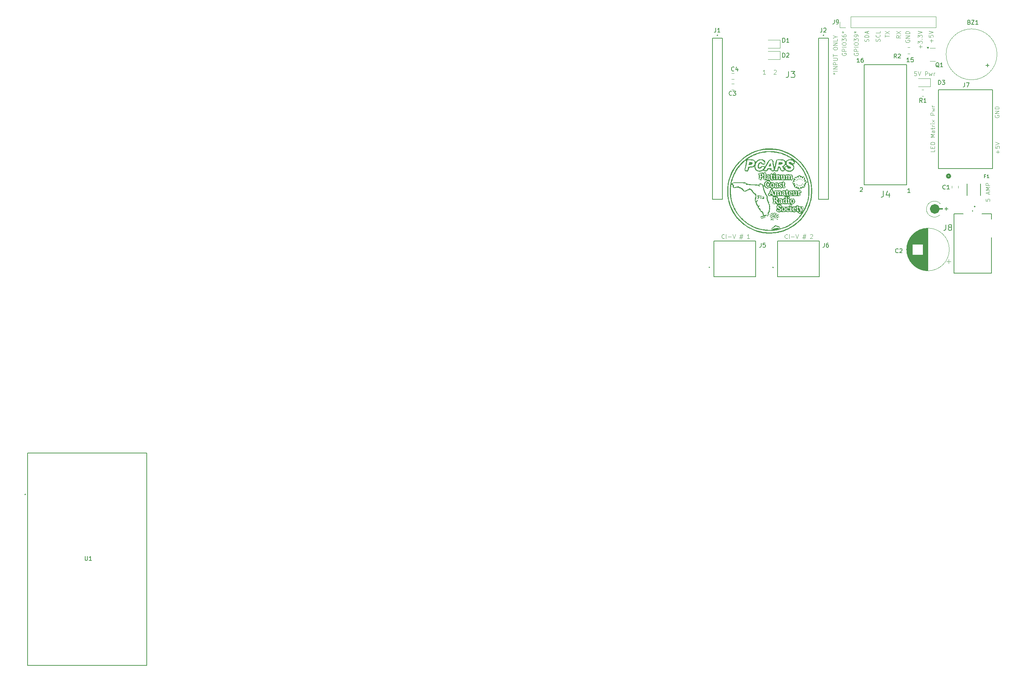
<source format=gbr>
%TF.GenerationSoftware,KiCad,Pcbnew,9.0.0*%
%TF.CreationDate,2025-04-30T00:07:22-04:00*%
%TF.ProjectId,W4MLB_Band_Display,57344d4c-425f-4426-916e-645f44697370,1.0*%
%TF.SameCoordinates,Original*%
%TF.FileFunction,Legend,Top*%
%TF.FilePolarity,Positive*%
%FSLAX46Y46*%
G04 Gerber Fmt 4.6, Leading zero omitted, Abs format (unit mm)*
G04 Created by KiCad (PCBNEW 9.0.0) date 2025-04-30 00:07:22*
%MOMM*%
%LPD*%
G01*
G04 APERTURE LIST*
%ADD10C,0.000000*%
%ADD11C,1.168034*%
%ADD12C,0.300000*%
%ADD13C,0.100000*%
%ADD14C,0.125000*%
%ADD15C,0.200000*%
%ADD16C,0.150000*%
%ADD17C,0.120000*%
%ADD18C,0.152400*%
%ADD19C,0.508000*%
%ADD20C,0.127000*%
G04 APERTURE END LIST*
D10*
G36*
X131796272Y-108072829D02*
G01*
X131832430Y-108073858D01*
X131849333Y-108074641D01*
X131865467Y-108075609D01*
X131880844Y-108076766D01*
X131895475Y-108078116D01*
X131909373Y-108079662D01*
X131922549Y-108081408D01*
X131935014Y-108083358D01*
X131946780Y-108085516D01*
X131957858Y-108087886D01*
X131968262Y-108090472D01*
X131978001Y-108093277D01*
X131987087Y-108096306D01*
X131995533Y-108099562D01*
X132003350Y-108103050D01*
X132010549Y-108106772D01*
X132017142Y-108110734D01*
X132023141Y-108114938D01*
X132028558Y-108119390D01*
X132033403Y-108124092D01*
X132037689Y-108129048D01*
X132041427Y-108134263D01*
X132044629Y-108139740D01*
X132047307Y-108145483D01*
X132049471Y-108151496D01*
X132051135Y-108157783D01*
X132052308Y-108164348D01*
X132053004Y-108171195D01*
X132053233Y-108178327D01*
X132052966Y-108194455D01*
X132052090Y-108208465D01*
X132050489Y-108220387D01*
X132049382Y-108225574D01*
X132048052Y-108230252D01*
X132046484Y-108234423D01*
X132044664Y-108238091D01*
X132042577Y-108241261D01*
X132040211Y-108243936D01*
X132037550Y-108246120D01*
X132034580Y-108247817D01*
X132031287Y-108249030D01*
X132027657Y-108249765D01*
X132023675Y-108250024D01*
X132019328Y-108249811D01*
X132014601Y-108249131D01*
X132009480Y-108247987D01*
X132003951Y-108246383D01*
X131997999Y-108244323D01*
X131984772Y-108238851D01*
X131969684Y-108231601D01*
X131952622Y-108222604D01*
X131933473Y-108211891D01*
X131912122Y-108199494D01*
X131890598Y-108185932D01*
X131880533Y-108179892D01*
X131870905Y-108174345D01*
X131861695Y-108169288D01*
X131852885Y-108164721D01*
X131844455Y-108160642D01*
X131836385Y-108157050D01*
X131828656Y-108153944D01*
X131821249Y-108151323D01*
X131814144Y-108149184D01*
X131807322Y-108147528D01*
X131800764Y-108146352D01*
X131794450Y-108145655D01*
X131788360Y-108145437D01*
X131782476Y-108145695D01*
X131776778Y-108146428D01*
X131771247Y-108147636D01*
X131765863Y-108149317D01*
X131760607Y-108151469D01*
X131755459Y-108154091D01*
X131750401Y-108157183D01*
X131745412Y-108160741D01*
X131740474Y-108164767D01*
X131735566Y-108169257D01*
X131730671Y-108174212D01*
X131725767Y-108179628D01*
X131720837Y-108185506D01*
X131715860Y-108191844D01*
X131710817Y-108198641D01*
X131700455Y-108213604D01*
X131682102Y-108244114D01*
X131674044Y-108258439D01*
X131666735Y-108272143D01*
X131660175Y-108285228D01*
X131654365Y-108297692D01*
X131649308Y-108309536D01*
X131645003Y-108320761D01*
X131641453Y-108331365D01*
X131638659Y-108341348D01*
X131636622Y-108350712D01*
X131635343Y-108359456D01*
X131634824Y-108367579D01*
X131635066Y-108375083D01*
X131636070Y-108381966D01*
X131637837Y-108388229D01*
X131640370Y-108393873D01*
X131643668Y-108398895D01*
X131647734Y-108403298D01*
X131652569Y-108407081D01*
X131658173Y-108410244D01*
X131664549Y-108412786D01*
X131671697Y-108414709D01*
X131679619Y-108416011D01*
X131688317Y-108416693D01*
X131697790Y-108416755D01*
X131708042Y-108416197D01*
X131719073Y-108415019D01*
X131730883Y-108413220D01*
X131743476Y-108410802D01*
X131756851Y-108407763D01*
X131771011Y-108404104D01*
X131790036Y-108399481D01*
X131807460Y-108396222D01*
X131815587Y-108395117D01*
X131823333Y-108394369D01*
X131830704Y-108393982D01*
X131837708Y-108393962D01*
X131844349Y-108394314D01*
X131850635Y-108395044D01*
X131856573Y-108396156D01*
X131862168Y-108397655D01*
X131867427Y-108399547D01*
X131872357Y-108401838D01*
X131876963Y-108404531D01*
X131881254Y-108407632D01*
X131885234Y-108411147D01*
X131888910Y-108415081D01*
X131892290Y-108419438D01*
X131895378Y-108424224D01*
X131898183Y-108429444D01*
X131900710Y-108435104D01*
X131902965Y-108441208D01*
X131904956Y-108447761D01*
X131906688Y-108454769D01*
X131908168Y-108462237D01*
X131909403Y-108470171D01*
X131910399Y-108478574D01*
X131911700Y-108496813D01*
X131912122Y-108516994D01*
X131911951Y-108538247D01*
X131911419Y-108557040D01*
X131910494Y-108573394D01*
X131909874Y-108580662D01*
X131909145Y-108587329D01*
X131908302Y-108593396D01*
X131907342Y-108598866D01*
X131906260Y-108603742D01*
X131905052Y-108608027D01*
X131903716Y-108611722D01*
X131902246Y-108614831D01*
X131900640Y-108617356D01*
X131898893Y-108619299D01*
X131897001Y-108620664D01*
X131894960Y-108621452D01*
X131892767Y-108621667D01*
X131890418Y-108621311D01*
X131887908Y-108620386D01*
X131885235Y-108618896D01*
X131882393Y-108616842D01*
X131879380Y-108614227D01*
X131876191Y-108611055D01*
X131872822Y-108607327D01*
X131869270Y-108603046D01*
X131865531Y-108598214D01*
X131861600Y-108592835D01*
X131857474Y-108586911D01*
X131848622Y-108573437D01*
X131838685Y-108559105D01*
X131828742Y-108546504D01*
X131818827Y-108535587D01*
X131808976Y-108526309D01*
X131799223Y-108518622D01*
X131789602Y-108512480D01*
X131780150Y-108507837D01*
X131770901Y-108504646D01*
X131761889Y-108502861D01*
X131753150Y-108502435D01*
X131744718Y-108503321D01*
X131736629Y-108505473D01*
X131728917Y-108508845D01*
X131721617Y-108513390D01*
X131714764Y-108519062D01*
X131708393Y-108525813D01*
X131702538Y-108533598D01*
X131697236Y-108542370D01*
X131692520Y-108552083D01*
X131688425Y-108562690D01*
X131684987Y-108574144D01*
X131682239Y-108586399D01*
X131680218Y-108599408D01*
X131678958Y-108613126D01*
X131678493Y-108627505D01*
X131678860Y-108642499D01*
X131680092Y-108658061D01*
X131682224Y-108674145D01*
X131685292Y-108690705D01*
X131689329Y-108707694D01*
X131694372Y-108725065D01*
X131700455Y-108742772D01*
X131711423Y-108771495D01*
X131720396Y-108796942D01*
X131727198Y-108819309D01*
X131731654Y-108838793D01*
X131732948Y-108847515D01*
X131733589Y-108855589D01*
X131733555Y-108863041D01*
X131732826Y-108869895D01*
X131731378Y-108876175D01*
X131729189Y-108881906D01*
X131726239Y-108887113D01*
X131722504Y-108891820D01*
X131717963Y-108896051D01*
X131712594Y-108899831D01*
X131706375Y-108903185D01*
X131699284Y-108906137D01*
X131691299Y-108908712D01*
X131682398Y-108910935D01*
X131672559Y-108912829D01*
X131661760Y-108914420D01*
X131637195Y-108916788D01*
X131608526Y-108918237D01*
X131575579Y-108918962D01*
X131538177Y-108919160D01*
X131510396Y-108918912D01*
X131497498Y-108918602D01*
X131485261Y-108918168D01*
X131473685Y-108917610D01*
X131462771Y-108916928D01*
X131452519Y-108916122D01*
X131442927Y-108915191D01*
X131433998Y-108914137D01*
X131425730Y-108912959D01*
X131418123Y-108911657D01*
X131411177Y-108910230D01*
X131404894Y-108908680D01*
X131399271Y-108907006D01*
X131394310Y-108905207D01*
X131390011Y-108903285D01*
X131386373Y-108901239D01*
X131383396Y-108899068D01*
X131381081Y-108896774D01*
X131380172Y-108895580D01*
X131379428Y-108894355D01*
X131378849Y-108893100D01*
X131378435Y-108891813D01*
X131378187Y-108890495D01*
X131378105Y-108889146D01*
X131378187Y-108887767D01*
X131378435Y-108886356D01*
X131378849Y-108884914D01*
X131379428Y-108883441D01*
X131381081Y-108880403D01*
X131383396Y-108877240D01*
X131386373Y-108873954D01*
X131390011Y-108870543D01*
X131394311Y-108867009D01*
X131399271Y-108863350D01*
X131404894Y-108859567D01*
X131411178Y-108855661D01*
X131422590Y-108846721D01*
X131433020Y-108835734D01*
X131442478Y-108822639D01*
X131450976Y-108807374D01*
X131458522Y-108789876D01*
X131465128Y-108770084D01*
X131470804Y-108747936D01*
X131475560Y-108723369D01*
X131479406Y-108696321D01*
X131482353Y-108666731D01*
X131484412Y-108634537D01*
X131485592Y-108599676D01*
X131485903Y-108562086D01*
X131485357Y-108521706D01*
X131481733Y-108432326D01*
X131453511Y-108072493D01*
X131756900Y-108072493D01*
X131796272Y-108072829D01*
G37*
G36*
X132791793Y-108289011D02*
G01*
X132818701Y-108292649D01*
X132845329Y-108298271D01*
X132871338Y-108305878D01*
X132896386Y-108315469D01*
X132920131Y-108327045D01*
X132931409Y-108333577D01*
X132942233Y-108340605D01*
X132950245Y-108347192D01*
X132958370Y-108356259D01*
X132966557Y-108367642D01*
X132974755Y-108381174D01*
X132982911Y-108396691D01*
X132990975Y-108414026D01*
X132998893Y-108433016D01*
X133006615Y-108453493D01*
X133014089Y-108475294D01*
X133021264Y-108498252D01*
X133028087Y-108522202D01*
X133034507Y-108546979D01*
X133040472Y-108572418D01*
X133045930Y-108598353D01*
X133050831Y-108624618D01*
X133055122Y-108651049D01*
X133063927Y-108739546D01*
X133066485Y-108775351D01*
X133067359Y-108806051D01*
X133067057Y-108819608D01*
X133066206Y-108832037D01*
X133064764Y-108843386D01*
X133062687Y-108853703D01*
X133059934Y-108863039D01*
X133056460Y-108871442D01*
X133052225Y-108878961D01*
X133047184Y-108885646D01*
X133041297Y-108891546D01*
X133034519Y-108896708D01*
X133026808Y-108901184D01*
X133018122Y-108905021D01*
X133008417Y-108908270D01*
X132997653Y-108910978D01*
X132985784Y-108913195D01*
X132972770Y-108914971D01*
X132943134Y-108917393D01*
X132908402Y-108918636D01*
X132822288Y-108919160D01*
X132794695Y-108918835D01*
X132767567Y-108917879D01*
X132741038Y-108916323D01*
X132715243Y-108914199D01*
X132690316Y-108911538D01*
X132666391Y-108908370D01*
X132643604Y-108904727D01*
X132622087Y-108900639D01*
X132601976Y-108896139D01*
X132583406Y-108891255D01*
X132566509Y-108886020D01*
X132551421Y-108880465D01*
X132538277Y-108874621D01*
X132527209Y-108868518D01*
X132522496Y-108865379D01*
X132518353Y-108862187D01*
X132514797Y-108858947D01*
X132511844Y-108855661D01*
X132508548Y-108848623D01*
X132506557Y-108840785D01*
X132505815Y-108832212D01*
X132506263Y-108822974D01*
X132507842Y-108813135D01*
X132510495Y-108802765D01*
X132514164Y-108791929D01*
X132518789Y-108780695D01*
X132524314Y-108769131D01*
X132530680Y-108757303D01*
X132545702Y-108733125D01*
X132563391Y-108708699D01*
X132583281Y-108684563D01*
X132604908Y-108661253D01*
X132627806Y-108639308D01*
X132651510Y-108619265D01*
X132675555Y-108601660D01*
X132687560Y-108593940D01*
X132699476Y-108587032D01*
X132711245Y-108581002D01*
X132722808Y-108575918D01*
X132734107Y-108571847D01*
X132745085Y-108568856D01*
X132755684Y-108567012D01*
X132765844Y-108566382D01*
X132769130Y-108566239D01*
X132772371Y-108565814D01*
X132775562Y-108565115D01*
X132778701Y-108564150D01*
X132781783Y-108562926D01*
X132784804Y-108561452D01*
X132787760Y-108559735D01*
X132790649Y-108557783D01*
X132793464Y-108555604D01*
X132796204Y-108553205D01*
X132801439Y-108547779D01*
X132806322Y-108541567D01*
X132810823Y-108534633D01*
X132814911Y-108527036D01*
X132818554Y-108518840D01*
X132821722Y-108510107D01*
X132824383Y-108500898D01*
X132826507Y-108491276D01*
X132828063Y-108481302D01*
X132829019Y-108471039D01*
X132829344Y-108460549D01*
X132828999Y-108448974D01*
X132827987Y-108438064D01*
X132826344Y-108427824D01*
X132824108Y-108418257D01*
X132821313Y-108409367D01*
X132817996Y-108401157D01*
X132814194Y-108393633D01*
X132809941Y-108386796D01*
X132805276Y-108380653D01*
X132800233Y-108375205D01*
X132794849Y-108370458D01*
X132789161Y-108366415D01*
X132783203Y-108363080D01*
X132777013Y-108360457D01*
X132770627Y-108358549D01*
X132764080Y-108357362D01*
X132757410Y-108356897D01*
X132750652Y-108357160D01*
X132743841Y-108358154D01*
X132737016Y-108359883D01*
X132730211Y-108362352D01*
X132723463Y-108365563D01*
X132716808Y-108369520D01*
X132710282Y-108374229D01*
X132703922Y-108379692D01*
X132697763Y-108385913D01*
X132691841Y-108392896D01*
X132686194Y-108400646D01*
X132680857Y-108409165D01*
X132675866Y-108418459D01*
X132671257Y-108428530D01*
X132667067Y-108439383D01*
X132665663Y-108443929D01*
X132664101Y-108448307D01*
X132662389Y-108452511D01*
X132660535Y-108456539D01*
X132658547Y-108460386D01*
X132656432Y-108464047D01*
X132654198Y-108467521D01*
X132651853Y-108470801D01*
X132649405Y-108473886D01*
X132646861Y-108476770D01*
X132644230Y-108479450D01*
X132641518Y-108481922D01*
X132638734Y-108484182D01*
X132635885Y-108486227D01*
X132632980Y-108488052D01*
X132630025Y-108489653D01*
X132627029Y-108491027D01*
X132624000Y-108492170D01*
X132620944Y-108493077D01*
X132617871Y-108493746D01*
X132614787Y-108494171D01*
X132611701Y-108494350D01*
X132608619Y-108494279D01*
X132605551Y-108493953D01*
X132602503Y-108493368D01*
X132599484Y-108492521D01*
X132596501Y-108491408D01*
X132593562Y-108490025D01*
X132590675Y-108488368D01*
X132587846Y-108486434D01*
X132585086Y-108484218D01*
X132582400Y-108481716D01*
X132579837Y-108479009D01*
X132577439Y-108476183D01*
X132575206Y-108473243D01*
X132573139Y-108470195D01*
X132571237Y-108467044D01*
X132569501Y-108463794D01*
X132567930Y-108460452D01*
X132566524Y-108457021D01*
X132564209Y-108449917D01*
X132562556Y-108442524D01*
X132561563Y-108434883D01*
X132561233Y-108427035D01*
X132561563Y-108419022D01*
X132562556Y-108410884D01*
X132564209Y-108402664D01*
X132566524Y-108394403D01*
X132569501Y-108386142D01*
X132573139Y-108377922D01*
X132577439Y-108369784D01*
X132582400Y-108361771D01*
X132587457Y-108353420D01*
X132593340Y-108345565D01*
X132600005Y-108338207D01*
X132607411Y-108331344D01*
X132615515Y-108324978D01*
X132624273Y-108319107D01*
X132633644Y-108313733D01*
X132643585Y-108308855D01*
X132654052Y-108304473D01*
X132665004Y-108300587D01*
X132688192Y-108294303D01*
X132712805Y-108290003D01*
X132738504Y-108287688D01*
X132764947Y-108287357D01*
X132791793Y-108289011D01*
G37*
G36*
X133348377Y-113231051D02*
G01*
X133357228Y-113231489D01*
X133364959Y-113232352D01*
X133371630Y-113233632D01*
X133377298Y-113235326D01*
X133379775Y-113236327D01*
X133382022Y-113237429D01*
X133384048Y-113238632D01*
X133385860Y-113239934D01*
X133387464Y-113241337D01*
X133388869Y-113242838D01*
X133390082Y-113244437D01*
X133391109Y-113246134D01*
X133391958Y-113247928D01*
X133392636Y-113249818D01*
X133393510Y-113253884D01*
X133393789Y-113258327D01*
X133391895Y-113265367D01*
X133386323Y-113273219D01*
X133364823Y-113291138D01*
X133330630Y-113311642D01*
X133285089Y-113334284D01*
X133229544Y-113358622D01*
X133165338Y-113384211D01*
X133016317Y-113437362D01*
X132848775Y-113490182D01*
X132673461Y-113539116D01*
X132501123Y-113580608D01*
X132419430Y-113597453D01*
X132342511Y-113611104D01*
X132316373Y-113614727D01*
X132293480Y-113617595D01*
X132273771Y-113619616D01*
X132257183Y-113620696D01*
X132250040Y-113620854D01*
X132243654Y-113620742D01*
X132238017Y-113620349D01*
X132233122Y-113619662D01*
X132228961Y-113618671D01*
X132225526Y-113617362D01*
X132222809Y-113615726D01*
X132220803Y-113613750D01*
X132219499Y-113611423D01*
X132218891Y-113608733D01*
X132218969Y-113605667D01*
X132219728Y-113602216D01*
X132221158Y-113598367D01*
X132223252Y-113594108D01*
X132226003Y-113589428D01*
X132229402Y-113584315D01*
X132233442Y-113578758D01*
X132238114Y-113572745D01*
X132249328Y-113559304D01*
X132262981Y-113543899D01*
X132279012Y-113526438D01*
X132292859Y-113515460D01*
X132310417Y-113503769D01*
X132331427Y-113491479D01*
X132355630Y-113478703D01*
X132412584Y-113452148D01*
X132479212Y-113425015D01*
X132553447Y-113398212D01*
X132633222Y-113372649D01*
X132716469Y-113349236D01*
X132801121Y-113328882D01*
X132890331Y-113310106D01*
X132970414Y-113293439D01*
X133041836Y-113278839D01*
X133105062Y-113266264D01*
X133160557Y-113255674D01*
X133208787Y-113247027D01*
X133230322Y-113243419D01*
X133250216Y-113240281D01*
X133268525Y-113237609D01*
X133285309Y-113235396D01*
X133300626Y-113233638D01*
X133314532Y-113232330D01*
X133327088Y-113231466D01*
X133338350Y-113231042D01*
X133348377Y-113231051D01*
G37*
G36*
X142734518Y-103677337D02*
G01*
X142740891Y-103679441D01*
X142746845Y-103683344D01*
X142752354Y-103689063D01*
X142757393Y-103696616D01*
X142761937Y-103706019D01*
X142765958Y-103717288D01*
X142769431Y-103730442D01*
X142772331Y-103745495D01*
X142774632Y-103762466D01*
X142776307Y-103781371D01*
X142777331Y-103802226D01*
X142777678Y-103825049D01*
X142779838Y-103865219D01*
X142786029Y-103910928D01*
X142795816Y-103961103D01*
X142808766Y-104014667D01*
X142824445Y-104070546D01*
X142842418Y-104127666D01*
X142862251Y-104184951D01*
X142883511Y-104241327D01*
X142905763Y-104295718D01*
X142928573Y-104347050D01*
X142951507Y-104394248D01*
X142974131Y-104436237D01*
X142996011Y-104471942D01*
X143016712Y-104500288D01*
X143026485Y-104511366D01*
X143035801Y-104520201D01*
X143044606Y-104526659D01*
X143052844Y-104530605D01*
X143066096Y-104535357D01*
X143078081Y-104540341D01*
X143088813Y-104545542D01*
X143098305Y-104550945D01*
X143106573Y-104556534D01*
X143113631Y-104562293D01*
X143119492Y-104568207D01*
X143124171Y-104574261D01*
X143127682Y-104580439D01*
X143130040Y-104586726D01*
X143131258Y-104593105D01*
X143131351Y-104599562D01*
X143130332Y-104606081D01*
X143128217Y-104612646D01*
X143125020Y-104619243D01*
X143120753Y-104625855D01*
X143115433Y-104632467D01*
X143109073Y-104639063D01*
X143101687Y-104645629D01*
X143093289Y-104652148D01*
X143083894Y-104658605D01*
X143073516Y-104664984D01*
X143049867Y-104677449D01*
X143022456Y-104689417D01*
X142991397Y-104700765D01*
X142956803Y-104711369D01*
X142918788Y-104721105D01*
X142865868Y-104731431D01*
X142818219Y-104738564D01*
X142796365Y-104740917D01*
X142775821Y-104742452D01*
X142756584Y-104743163D01*
X142738652Y-104743043D01*
X142722022Y-104742086D01*
X142706692Y-104740285D01*
X142692659Y-104737634D01*
X142679920Y-104734127D01*
X142668474Y-104729757D01*
X142658316Y-104724517D01*
X142649446Y-104718401D01*
X142641859Y-104711403D01*
X142635554Y-104703516D01*
X142630528Y-104694734D01*
X142626779Y-104685050D01*
X142624303Y-104674458D01*
X142623098Y-104662951D01*
X142623163Y-104650523D01*
X142624493Y-104637167D01*
X142627087Y-104622878D01*
X142630941Y-104607648D01*
X142636054Y-104591471D01*
X142642423Y-104574340D01*
X142650044Y-104556250D01*
X142658917Y-104537193D01*
X142669037Y-104517164D01*
X142693011Y-104474160D01*
X142703762Y-104454489D01*
X142713535Y-104435193D01*
X142722345Y-104416315D01*
X142730204Y-104397900D01*
X142737129Y-104379991D01*
X142743132Y-104362632D01*
X142748228Y-104345868D01*
X142752432Y-104329742D01*
X142755757Y-104314298D01*
X142758218Y-104299580D01*
X142759829Y-104285632D01*
X142760604Y-104272498D01*
X142760557Y-104260222D01*
X142759703Y-104248848D01*
X142758056Y-104238419D01*
X142755630Y-104228980D01*
X142752438Y-104220574D01*
X142748497Y-104213246D01*
X142743818Y-104207039D01*
X142738418Y-104201998D01*
X142732310Y-104198166D01*
X142725508Y-104195587D01*
X142718026Y-104194305D01*
X142709879Y-104194364D01*
X142701081Y-104195808D01*
X142691646Y-104198680D01*
X142681588Y-104203026D01*
X142670922Y-104208888D01*
X142659662Y-104216311D01*
X142647821Y-104225339D01*
X142635414Y-104236015D01*
X142622456Y-104248383D01*
X142594923Y-104274829D01*
X142570532Y-104295911D01*
X142549282Y-104311557D01*
X142531175Y-104321694D01*
X142523299Y-104324675D01*
X142516209Y-104326250D01*
X142509905Y-104326413D01*
X142504386Y-104325153D01*
X142499652Y-104322462D01*
X142495704Y-104318330D01*
X142492541Y-104312749D01*
X142490164Y-104305709D01*
X142488573Y-104297201D01*
X142487767Y-104287217D01*
X142488511Y-104262783D01*
X142492397Y-104232333D01*
X142499425Y-104195796D01*
X142509595Y-104153100D01*
X142522906Y-104104171D01*
X142539360Y-104048937D01*
X142558955Y-103987326D01*
X142568274Y-103956964D01*
X142577690Y-103928066D01*
X142587179Y-103900648D01*
X142596714Y-103874727D01*
X142606270Y-103850321D01*
X142615821Y-103827445D01*
X142625340Y-103806117D01*
X142634803Y-103786354D01*
X142644183Y-103768171D01*
X142653455Y-103751587D01*
X142662592Y-103736618D01*
X142671569Y-103723281D01*
X142680360Y-103711592D01*
X142688940Y-103701568D01*
X142697281Y-103693227D01*
X142705359Y-103686584D01*
X142713147Y-103681657D01*
X142720621Y-103678462D01*
X142727753Y-103677017D01*
X142734518Y-103677337D01*
G37*
G36*
X135804652Y-115194888D02*
G01*
X135816490Y-115196510D01*
X135828163Y-115199093D01*
X135839758Y-115202599D01*
X135851364Y-115206992D01*
X135863068Y-115212233D01*
X135874958Y-115218286D01*
X135887121Y-115225113D01*
X135912622Y-115240938D01*
X135928888Y-115251349D01*
X135945847Y-115261388D01*
X135963363Y-115271014D01*
X135981304Y-115280184D01*
X135999533Y-115288859D01*
X136017918Y-115296997D01*
X136036324Y-115304555D01*
X136054615Y-115311494D01*
X136072659Y-115317771D01*
X136090320Y-115323345D01*
X136107465Y-115328175D01*
X136123958Y-115332219D01*
X136139666Y-115335437D01*
X136154454Y-115337787D01*
X136168187Y-115339227D01*
X136180733Y-115339716D01*
X136194709Y-115340306D01*
X136210106Y-115342040D01*
X136244729Y-115348715D01*
X136283734Y-115359296D01*
X136326254Y-115373340D01*
X136371419Y-115390402D01*
X136418362Y-115410037D01*
X136466215Y-115431802D01*
X136514108Y-115455251D01*
X136561175Y-115479940D01*
X136606547Y-115505425D01*
X136649356Y-115531261D01*
X136688733Y-115557005D01*
X136723811Y-115582210D01*
X136753721Y-115606434D01*
X136777596Y-115629232D01*
X136786998Y-115639957D01*
X136794566Y-115650159D01*
X136802195Y-115661918D01*
X136809208Y-115673367D01*
X136815612Y-115684489D01*
X136821411Y-115695263D01*
X136826611Y-115705670D01*
X136831216Y-115715691D01*
X136835232Y-115725306D01*
X136838664Y-115734496D01*
X136841518Y-115743242D01*
X136843797Y-115751523D01*
X136845509Y-115759322D01*
X136846657Y-115766618D01*
X136847247Y-115773392D01*
X136847284Y-115779625D01*
X136846773Y-115785297D01*
X136845720Y-115790389D01*
X136844129Y-115794882D01*
X136842006Y-115798756D01*
X136839356Y-115801991D01*
X136836184Y-115804569D01*
X136832495Y-115806470D01*
X136828294Y-115807675D01*
X136823587Y-115808164D01*
X136818379Y-115807918D01*
X136812675Y-115806918D01*
X136806480Y-115805143D01*
X136799799Y-115802576D01*
X136792637Y-115799195D01*
X136785000Y-115794983D01*
X136776893Y-115789920D01*
X136768320Y-115783985D01*
X136759288Y-115777161D01*
X136748329Y-115768905D01*
X136734125Y-115760059D01*
X136716903Y-115750697D01*
X136696891Y-115740891D01*
X136649404Y-115720234D01*
X136593483Y-115698668D01*
X136530947Y-115676771D01*
X136463617Y-115655121D01*
X136393309Y-115634299D01*
X136321844Y-115614882D01*
X136284839Y-115606628D01*
X136248050Y-115597794D01*
X136211696Y-115588465D01*
X136175993Y-115578722D01*
X136141157Y-115568649D01*
X136107408Y-115558327D01*
X136074960Y-115547840D01*
X136044032Y-115537271D01*
X136014840Y-115526701D01*
X135987601Y-115516215D01*
X135962533Y-115505893D01*
X135939852Y-115495820D01*
X135919776Y-115486077D01*
X135902521Y-115476748D01*
X135888304Y-115467915D01*
X135877344Y-115459661D01*
X135865010Y-115451401D01*
X135851768Y-115445177D01*
X135844779Y-115442845D01*
X135837533Y-115441041D01*
X135822223Y-115439045D01*
X135805755Y-115439240D01*
X135788047Y-115441677D01*
X135769017Y-115446409D01*
X135748581Y-115453487D01*
X135726656Y-115462963D01*
X135703160Y-115474888D01*
X135678011Y-115489314D01*
X135651126Y-115506294D01*
X135622421Y-115525877D01*
X135591815Y-115548117D01*
X135559224Y-115573065D01*
X135524566Y-115600773D01*
X135452893Y-115655616D01*
X135381126Y-115708796D01*
X135309835Y-115759971D01*
X135239588Y-115808800D01*
X135170953Y-115854942D01*
X135104499Y-115898055D01*
X135040794Y-115937800D01*
X134980407Y-115973834D01*
X134923906Y-116005816D01*
X134871859Y-116033406D01*
X134824835Y-116056263D01*
X134783403Y-116074045D01*
X134748130Y-116086411D01*
X134732981Y-116090457D01*
X134719586Y-116093021D01*
X134708014Y-116094060D01*
X134698338Y-116093533D01*
X134690628Y-116091395D01*
X134684956Y-116087606D01*
X134682454Y-116085622D01*
X134680236Y-116083642D01*
X134678297Y-116081670D01*
X134676632Y-116079709D01*
X134675236Y-116077764D01*
X134674104Y-116075838D01*
X134673229Y-116073936D01*
X134672608Y-116072061D01*
X134672235Y-116070216D01*
X134672105Y-116068407D01*
X134672213Y-116066636D01*
X134672553Y-116064908D01*
X134673121Y-116063227D01*
X134673910Y-116061596D01*
X134674917Y-116060019D01*
X134676136Y-116058501D01*
X134677561Y-116057044D01*
X134679188Y-116055653D01*
X134681011Y-116054332D01*
X134683026Y-116053085D01*
X134685226Y-116051915D01*
X134687608Y-116050827D01*
X134690165Y-116049824D01*
X134692893Y-116048910D01*
X134695786Y-116048089D01*
X134698839Y-116047365D01*
X134702047Y-116046741D01*
X134705405Y-116046223D01*
X134712550Y-116045515D01*
X134720233Y-116045272D01*
X134724821Y-116045149D01*
X134729323Y-116044784D01*
X134733734Y-116044185D01*
X134738051Y-116043356D01*
X134742270Y-116042306D01*
X134746387Y-116041039D01*
X134750397Y-116039564D01*
X134754298Y-116037885D01*
X134758085Y-116036011D01*
X134761755Y-116033946D01*
X134765303Y-116031698D01*
X134768726Y-116029273D01*
X134772020Y-116026677D01*
X134775181Y-116023917D01*
X134778204Y-116021000D01*
X134781087Y-116017931D01*
X134783825Y-116014718D01*
X134786415Y-116011367D01*
X134788852Y-116007883D01*
X134791133Y-116004275D01*
X134793254Y-116000547D01*
X134795210Y-115996708D01*
X134796999Y-115992762D01*
X134798616Y-115988717D01*
X134800057Y-115984579D01*
X134801318Y-115980354D01*
X134802397Y-115976049D01*
X134803287Y-115971671D01*
X134803987Y-115967225D01*
X134804491Y-115962719D01*
X134804797Y-115958158D01*
X134804900Y-115953550D01*
X134808583Y-115943752D01*
X134816834Y-115930398D01*
X134829426Y-115913738D01*
X134846131Y-115894018D01*
X134890972Y-115846393D01*
X134949539Y-115789508D01*
X135020012Y-115725347D01*
X135100572Y-115655893D01*
X135189400Y-115583133D01*
X135284678Y-115509049D01*
X135362268Y-115449220D01*
X135431466Y-115396532D01*
X135492975Y-115350687D01*
X135547497Y-115311383D01*
X135572358Y-115294091D01*
X135595735Y-115278322D01*
X135617718Y-115264039D01*
X135638392Y-115251204D01*
X135657848Y-115239780D01*
X135676171Y-115229729D01*
X135693451Y-115221014D01*
X135709775Y-115213598D01*
X135725230Y-115207442D01*
X135739905Y-115202509D01*
X135753888Y-115198763D01*
X135767266Y-115196165D01*
X135780128Y-115194678D01*
X135792560Y-115194265D01*
X135804652Y-115194888D01*
G37*
G36*
X137808803Y-107520396D02*
G01*
X137813791Y-107521948D01*
X137818194Y-107524623D01*
X137822050Y-107528431D01*
X137825395Y-107533377D01*
X137828264Y-107539471D01*
X137830693Y-107546720D01*
X137832720Y-107555132D01*
X137834380Y-107564714D01*
X137836743Y-107587421D01*
X137838073Y-107614902D01*
X137838658Y-107647221D01*
X137838789Y-107684438D01*
X137838279Y-107703327D01*
X137836777Y-107721612D01*
X137834324Y-107739270D01*
X137830962Y-107756275D01*
X137826731Y-107772603D01*
X137821674Y-107788230D01*
X137815831Y-107803130D01*
X137809244Y-107817281D01*
X137801954Y-107830655D01*
X137794003Y-107843231D01*
X137785431Y-107854982D01*
X137776281Y-107865884D01*
X137766593Y-107875913D01*
X137756410Y-107885044D01*
X137745771Y-107893252D01*
X137734719Y-107900514D01*
X137723295Y-107906804D01*
X137711541Y-107912098D01*
X137699496Y-107916371D01*
X137687204Y-107919600D01*
X137674705Y-107921758D01*
X137662041Y-107922823D01*
X137649253Y-107922768D01*
X137636382Y-107921570D01*
X137623470Y-107919205D01*
X137610557Y-107915647D01*
X137597686Y-107910871D01*
X137584898Y-107904855D01*
X137572234Y-107897572D01*
X137559735Y-107888999D01*
X137547443Y-107879110D01*
X137535399Y-107867882D01*
X137524413Y-107854882D01*
X137519621Y-107848533D01*
X137515307Y-107842264D01*
X137511479Y-107836063D01*
X137508145Y-107829915D01*
X137505312Y-107823806D01*
X137502988Y-107817721D01*
X137501180Y-107811647D01*
X137499898Y-107805569D01*
X137499147Y-107799473D01*
X137498936Y-107793344D01*
X137499274Y-107787169D01*
X137500166Y-107780933D01*
X137501622Y-107774622D01*
X137503649Y-107768222D01*
X137506255Y-107761719D01*
X137509448Y-107755098D01*
X137513234Y-107748345D01*
X137517623Y-107741447D01*
X137522621Y-107734388D01*
X137528237Y-107727155D01*
X137534479Y-107719733D01*
X137541353Y-107712108D01*
X137557032Y-107696194D01*
X137575335Y-107679297D01*
X137596327Y-107661305D01*
X137620067Y-107642104D01*
X137690237Y-107586624D01*
X137718852Y-107564993D01*
X137743539Y-107547516D01*
X137754501Y-107540355D01*
X137764589Y-107534256D01*
X137773840Y-107529226D01*
X137782290Y-107525274D01*
X137789975Y-107522408D01*
X137796931Y-107520634D01*
X137803195Y-107519961D01*
X137808803Y-107520396D01*
G37*
D11*
X174474017Y-111285000D02*
G75*
G02*
X173305983Y-111285000I-584017J0D01*
G01*
X173305983Y-111285000D02*
G75*
G02*
X174474017Y-111285000I584017J0D01*
G01*
D12*
X173890000Y-111285000D02*
X175710000Y-111275000D01*
D10*
G36*
X134628511Y-100635938D02*
G01*
X134699066Y-101052216D01*
X134381567Y-101087494D01*
X134316950Y-101095073D01*
X134256220Y-101101825D01*
X134200616Y-101107586D01*
X134151379Y-101112188D01*
X134109748Y-101115468D01*
X134076965Y-101117259D01*
X134064278Y-101117545D01*
X134054268Y-101117397D01*
X134047090Y-101116794D01*
X134042899Y-101115715D01*
X134042960Y-101113357D01*
X134045697Y-101106441D01*
X134058664Y-101079887D01*
X134110809Y-100982542D01*
X134190735Y-100838895D01*
X134289844Y-100664160D01*
X134557955Y-100219660D01*
X134628511Y-100635938D01*
G37*
G36*
X134561483Y-97451236D02*
G01*
X134995896Y-97467869D01*
X135414765Y-97497648D01*
X135801222Y-97540161D01*
X135977025Y-97566063D01*
X136138400Y-97594994D01*
X136372537Y-97643814D01*
X136608876Y-97700138D01*
X136846806Y-97763696D01*
X137085719Y-97834221D01*
X137325003Y-97911443D01*
X137564049Y-97995093D01*
X137802249Y-98084903D01*
X138038990Y-98180604D01*
X138273665Y-98281928D01*
X138505663Y-98388605D01*
X138734374Y-98500368D01*
X138959189Y-98616946D01*
X139179498Y-98738072D01*
X139394691Y-98863477D01*
X139604158Y-98992892D01*
X139807289Y-99126048D01*
X139947341Y-99226573D01*
X140098896Y-99344192D01*
X140259897Y-99476818D01*
X140428288Y-99622363D01*
X140602013Y-99778739D01*
X140779013Y-99943859D01*
X141134616Y-100291979D01*
X141478643Y-100650021D01*
X141641174Y-100827544D01*
X141794641Y-101001283D01*
X141936987Y-101169153D01*
X142066156Y-101329064D01*
X142180090Y-101478929D01*
X142276733Y-101616660D01*
X142485176Y-101947407D01*
X142679231Y-102280902D01*
X142858900Y-102617250D01*
X143024182Y-102956554D01*
X143175077Y-103298917D01*
X143311586Y-103644443D01*
X143433708Y-103993235D01*
X143541443Y-104345396D01*
X143634791Y-104701030D01*
X143713753Y-105060240D01*
X143778327Y-105423129D01*
X143828516Y-105789801D01*
X143864317Y-106160359D01*
X143885731Y-106534906D01*
X143892759Y-106913546D01*
X143885400Y-107296383D01*
X143867500Y-107656025D01*
X143840091Y-108005259D01*
X143802925Y-108344923D01*
X143755755Y-108675854D01*
X143698332Y-108998888D01*
X143630408Y-109314864D01*
X143551736Y-109624618D01*
X143462067Y-109928987D01*
X143361153Y-110228808D01*
X143248746Y-110524919D01*
X143124599Y-110818157D01*
X142988462Y-111109359D01*
X142840089Y-111399362D01*
X142679230Y-111689003D01*
X142505639Y-111979120D01*
X142319066Y-112270549D01*
X142062879Y-112638622D01*
X141792168Y-112991305D01*
X141507579Y-113328423D01*
X141209759Y-113649800D01*
X140899357Y-113955261D01*
X140577018Y-114244630D01*
X140243390Y-114517731D01*
X139899121Y-114774389D01*
X139544858Y-115014428D01*
X139181248Y-115237672D01*
X138428576Y-115633072D01*
X137646282Y-115959185D01*
X136839546Y-116214604D01*
X136013545Y-116397925D01*
X135173456Y-116507741D01*
X134324459Y-116542647D01*
X133898238Y-116531569D01*
X133471731Y-116501237D01*
X133045586Y-116451474D01*
X132620449Y-116382105D01*
X132196969Y-116292955D01*
X131775793Y-116183847D01*
X131357567Y-116054606D01*
X130942939Y-115905056D01*
X130532557Y-115735022D01*
X130127067Y-115544327D01*
X129626608Y-115277317D01*
X129146923Y-114984830D01*
X128688612Y-114667683D01*
X128252273Y-114326692D01*
X127838507Y-113962675D01*
X127447912Y-113576447D01*
X127081089Y-113168825D01*
X126738636Y-112740626D01*
X126421153Y-112292665D01*
X126129240Y-111825760D01*
X125863496Y-111340727D01*
X125624520Y-110838382D01*
X125412911Y-110319542D01*
X125229271Y-109785023D01*
X125074197Y-109235642D01*
X124948289Y-108672216D01*
X124917448Y-108488184D01*
X124891072Y-108289383D01*
X124869162Y-108077911D01*
X124851716Y-107855866D01*
X124830218Y-107388449D01*
X124826580Y-106903917D01*
X124832902Y-106688392D01*
X125027553Y-106688392D01*
X125027948Y-106709371D01*
X125028973Y-106727321D01*
X125030638Y-106741986D01*
X125032955Y-106753105D01*
X125037001Y-106764856D01*
X125041182Y-106783945D01*
X125049822Y-106842401D01*
X125058628Y-106925001D01*
X125067351Y-107028271D01*
X125083557Y-107282933D01*
X125096455Y-107578605D01*
X125102670Y-107731457D01*
X125110456Y-107880671D01*
X125119400Y-108022608D01*
X125129087Y-108153632D01*
X125139106Y-108270104D01*
X125149041Y-108368386D01*
X125158481Y-108444840D01*
X125167011Y-108495827D01*
X125222573Y-108764820D01*
X125259284Y-108959178D01*
X125277268Y-109062352D01*
X125294011Y-109166105D01*
X125302425Y-109216324D01*
X125311719Y-109266233D01*
X125321777Y-109315522D01*
X125332486Y-109363881D01*
X125343732Y-109410999D01*
X125355402Y-109456567D01*
X125367383Y-109500275D01*
X125379559Y-109541813D01*
X125391819Y-109580870D01*
X125404047Y-109617137D01*
X125416131Y-109650303D01*
X125427956Y-109680058D01*
X125439409Y-109706092D01*
X125450377Y-109728096D01*
X125460745Y-109745759D01*
X125470400Y-109758771D01*
X125475588Y-109763543D01*
X125480568Y-109768588D01*
X125485339Y-109773889D01*
X125489899Y-109779428D01*
X125498382Y-109791157D01*
X125506008Y-109803641D01*
X125512766Y-109816744D01*
X125518645Y-109830333D01*
X125523635Y-109844274D01*
X125527726Y-109858431D01*
X125530908Y-109872672D01*
X125533169Y-109886860D01*
X125534501Y-109900862D01*
X125534892Y-109914544D01*
X125534332Y-109927772D01*
X125532811Y-109940410D01*
X125530319Y-109952324D01*
X125526844Y-109963381D01*
X125524983Y-109968733D01*
X125523366Y-109974195D01*
X125521990Y-109979756D01*
X125520850Y-109985403D01*
X125519942Y-109991121D01*
X125519263Y-109996899D01*
X125518809Y-110002724D01*
X125518576Y-110008582D01*
X125518560Y-110014461D01*
X125518757Y-110020347D01*
X125519775Y-110032092D01*
X125521599Y-110043712D01*
X125524198Y-110055105D01*
X125527542Y-110066167D01*
X125531598Y-110076796D01*
X125533884Y-110081915D01*
X125536337Y-110086886D01*
X125538953Y-110091698D01*
X125541727Y-110096336D01*
X125544656Y-110100789D01*
X125547737Y-110105042D01*
X125550965Y-110109084D01*
X125554336Y-110112900D01*
X125557847Y-110116479D01*
X125561493Y-110119808D01*
X125565271Y-110122873D01*
X125569177Y-110125661D01*
X125577106Y-110131681D01*
X125584984Y-110139097D01*
X125592757Y-110147814D01*
X125600376Y-110157741D01*
X125607788Y-110168784D01*
X125614942Y-110180851D01*
X125621786Y-110193847D01*
X125628268Y-110207681D01*
X125634336Y-110222259D01*
X125639940Y-110237488D01*
X125645026Y-110253275D01*
X125649545Y-110269528D01*
X125653443Y-110286152D01*
X125656669Y-110303056D01*
X125659172Y-110320145D01*
X125660900Y-110337328D01*
X125661643Y-110345863D01*
X125662546Y-110354264D01*
X125663605Y-110362520D01*
X125664813Y-110370621D01*
X125666166Y-110378557D01*
X125667659Y-110386316D01*
X125669286Y-110393890D01*
X125671042Y-110401268D01*
X125672922Y-110408439D01*
X125674921Y-110415393D01*
X125677034Y-110422119D01*
X125679255Y-110428608D01*
X125681580Y-110434849D01*
X125684002Y-110440831D01*
X125686518Y-110446545D01*
X125689122Y-110451979D01*
X125691808Y-110457124D01*
X125694572Y-110461970D01*
X125697408Y-110466505D01*
X125700312Y-110470720D01*
X125703277Y-110474605D01*
X125706299Y-110478148D01*
X125709373Y-110481340D01*
X125712493Y-110484170D01*
X125715655Y-110486628D01*
X125718853Y-110488703D01*
X125722082Y-110490386D01*
X125725337Y-110491666D01*
X125728612Y-110492533D01*
X125731903Y-110492975D01*
X125735204Y-110492984D01*
X125738511Y-110492548D01*
X125742458Y-110492194D01*
X125746360Y-110492445D01*
X125750214Y-110493285D01*
X125754014Y-110494698D01*
X125757757Y-110496670D01*
X125761440Y-110499184D01*
X125768607Y-110505778D01*
X125775485Y-110514356D01*
X125782043Y-110524795D01*
X125788249Y-110536970D01*
X125794073Y-110550757D01*
X125799484Y-110566033D01*
X125804450Y-110582673D01*
X125808941Y-110600553D01*
X125812925Y-110619549D01*
X125816372Y-110639537D01*
X125819250Y-110660394D01*
X125821529Y-110681994D01*
X125823178Y-110704215D01*
X125826068Y-110727762D01*
X125829434Y-110750711D01*
X125833254Y-110772956D01*
X125837509Y-110794395D01*
X125842177Y-110814924D01*
X125847238Y-110834441D01*
X125852671Y-110852841D01*
X125858455Y-110870022D01*
X125864570Y-110885880D01*
X125870995Y-110900311D01*
X125874318Y-110906960D01*
X125877710Y-110913213D01*
X125881169Y-110919058D01*
X125884693Y-110924482D01*
X125888279Y-110929472D01*
X125891924Y-110934014D01*
X125895626Y-110938097D01*
X125899383Y-110941707D01*
X125903191Y-110944831D01*
X125907048Y-110947457D01*
X125910952Y-110949571D01*
X125914900Y-110951160D01*
X125918206Y-110952606D01*
X125921506Y-110954290D01*
X125928060Y-110958340D01*
X125934511Y-110963237D01*
X125940807Y-110968909D01*
X125946896Y-110975284D01*
X125952727Y-110982290D01*
X125958248Y-110989854D01*
X125963407Y-110997903D01*
X125968152Y-111006366D01*
X125972433Y-111015170D01*
X125976197Y-111024243D01*
X125979392Y-111033512D01*
X125981967Y-111042905D01*
X125983871Y-111052350D01*
X125985050Y-111061774D01*
X125985455Y-111071105D01*
X125985599Y-111075775D01*
X125986025Y-111080517D01*
X125986728Y-111085321D01*
X125987701Y-111090177D01*
X125988938Y-111095074D01*
X125990432Y-111100002D01*
X125994164Y-111109910D01*
X125998848Y-111119818D01*
X126004431Y-111129644D01*
X126010861Y-111139304D01*
X126018087Y-111148716D01*
X126026057Y-111157797D01*
X126034720Y-111166465D01*
X126044024Y-111174636D01*
X126053916Y-111182229D01*
X126064346Y-111189161D01*
X126069747Y-111192353D01*
X126075262Y-111195348D01*
X126080886Y-111198137D01*
X126086612Y-111200709D01*
X126092433Y-111203053D01*
X126098344Y-111205159D01*
X126103573Y-111207225D01*
X126108671Y-111209447D01*
X126113632Y-111211816D01*
X126118450Y-111214324D01*
X126123118Y-111216960D01*
X126127629Y-111219717D01*
X126131978Y-111222585D01*
X126136158Y-111225555D01*
X126140161Y-111228618D01*
X126143983Y-111231765D01*
X126147616Y-111234986D01*
X126151054Y-111238274D01*
X126154291Y-111241619D01*
X126157319Y-111245011D01*
X126160133Y-111248442D01*
X126162726Y-111251903D01*
X126165092Y-111255385D01*
X126167224Y-111258878D01*
X126169115Y-111262373D01*
X126170760Y-111265863D01*
X126172152Y-111269336D01*
X126173284Y-111272785D01*
X126174150Y-111276201D01*
X126174743Y-111279574D01*
X126175057Y-111282895D01*
X126175086Y-111286156D01*
X126174822Y-111289347D01*
X126174260Y-111292458D01*
X126173394Y-111295483D01*
X126172216Y-111298410D01*
X126170720Y-111301231D01*
X126168900Y-111303937D01*
X126165747Y-111311728D01*
X126164180Y-111321781D01*
X126164133Y-111333960D01*
X126165537Y-111348131D01*
X126172434Y-111381901D01*
X126184334Y-111422007D01*
X126200698Y-111467364D01*
X126220990Y-111516885D01*
X126244671Y-111569487D01*
X126271205Y-111624083D01*
X126300055Y-111679589D01*
X126330681Y-111734919D01*
X126362549Y-111788988D01*
X126395119Y-111840711D01*
X126427854Y-111889003D01*
X126460217Y-111932778D01*
X126491671Y-111970951D01*
X126521678Y-112002437D01*
X126532089Y-112013334D01*
X126542128Y-112024789D01*
X126551753Y-112036699D01*
X126560924Y-112048960D01*
X126569599Y-112061469D01*
X126577736Y-112074123D01*
X126585295Y-112086819D01*
X126592233Y-112099452D01*
X126598510Y-112111919D01*
X126604084Y-112124118D01*
X126608914Y-112135945D01*
X126612959Y-112147297D01*
X126616176Y-112158070D01*
X126618526Y-112168160D01*
X126619966Y-112177465D01*
X126620455Y-112185881D01*
X126621676Y-112196353D01*
X126625264Y-112209129D01*
X126631106Y-112224034D01*
X126639086Y-112240893D01*
X126649093Y-112259529D01*
X126661011Y-112279768D01*
X126674727Y-112301432D01*
X126690129Y-112324347D01*
X126707101Y-112348337D01*
X126725531Y-112373226D01*
X126745304Y-112398839D01*
X126766307Y-112424999D01*
X126788426Y-112451532D01*
X126811548Y-112478260D01*
X126835559Y-112505010D01*
X126860344Y-112531604D01*
X126885375Y-112559765D01*
X126910105Y-112588545D01*
X126934402Y-112617738D01*
X126958130Y-112647139D01*
X126981155Y-112676539D01*
X127003343Y-112705733D01*
X127024560Y-112734514D01*
X127044671Y-112762674D01*
X127063541Y-112790007D01*
X127081037Y-112816307D01*
X127097024Y-112841367D01*
X127111368Y-112864980D01*
X127123934Y-112886939D01*
X127134588Y-112907037D01*
X127143195Y-112925069D01*
X127149622Y-112940827D01*
X127151749Y-112948060D01*
X127154154Y-112955202D01*
X127156825Y-112962243D01*
X127159750Y-112969173D01*
X127162919Y-112975986D01*
X127166319Y-112982670D01*
X127173765Y-112995618D01*
X127181997Y-113007947D01*
X127190922Y-113019582D01*
X127200446Y-113030453D01*
X127210476Y-113040487D01*
X127220920Y-113049612D01*
X127231684Y-113057754D01*
X127242676Y-113064842D01*
X127248228Y-113067969D01*
X127253802Y-113070804D01*
X127259386Y-113073340D01*
X127264969Y-113075567D01*
X127270539Y-113077476D01*
X127276084Y-113079059D01*
X127281594Y-113080305D01*
X127287055Y-113081207D01*
X127292458Y-113081754D01*
X127297789Y-113081939D01*
X127303017Y-113082000D01*
X127308117Y-113082183D01*
X127313082Y-113082485D01*
X127317908Y-113082903D01*
X127322589Y-113083435D01*
X127327120Y-113084078D01*
X127331496Y-113084829D01*
X127335712Y-113085687D01*
X127339763Y-113086647D01*
X127343643Y-113087709D01*
X127347347Y-113088869D01*
X127350871Y-113090124D01*
X127354208Y-113091472D01*
X127357354Y-113092911D01*
X127360304Y-113094437D01*
X127363053Y-113096049D01*
X127365594Y-113097744D01*
X127367924Y-113099518D01*
X127370037Y-113101370D01*
X127371927Y-113103297D01*
X127373590Y-113105297D01*
X127375021Y-113107366D01*
X127376214Y-113109502D01*
X127377164Y-113111703D01*
X127377866Y-113113966D01*
X127378314Y-113116289D01*
X127378505Y-113118668D01*
X127378432Y-113121102D01*
X127378090Y-113123587D01*
X127377474Y-113126121D01*
X127376579Y-113128702D01*
X127375400Y-113131327D01*
X127374385Y-113134880D01*
X127373979Y-113138915D01*
X127374169Y-113143417D01*
X127374945Y-113148373D01*
X127378206Y-113159589D01*
X127383668Y-113172448D01*
X127391238Y-113186836D01*
X127400824Y-113202640D01*
X127412333Y-113219747D01*
X127425670Y-113238042D01*
X127440745Y-113257412D01*
X127457462Y-113277743D01*
X127475729Y-113298922D01*
X127495454Y-113320834D01*
X127516543Y-113343367D01*
X127538904Y-113366406D01*
X127562442Y-113389838D01*
X127587066Y-113413549D01*
X127610610Y-113435446D01*
X127633534Y-113456103D01*
X127655713Y-113475437D01*
X127677025Y-113493365D01*
X127697344Y-113509805D01*
X127716547Y-113524674D01*
X127734510Y-113537889D01*
X127751108Y-113549368D01*
X127766218Y-113559028D01*
X127773176Y-113563150D01*
X127779716Y-113566786D01*
X127785822Y-113569927D01*
X127791478Y-113572560D01*
X127796669Y-113574677D01*
X127801379Y-113576267D01*
X127805593Y-113577320D01*
X127809296Y-113577824D01*
X127812471Y-113577771D01*
X127815104Y-113577149D01*
X127817179Y-113575948D01*
X127818680Y-113574159D01*
X127819592Y-113571769D01*
X127819900Y-113568770D01*
X127819982Y-113564885D01*
X127820227Y-113561167D01*
X127820632Y-113557620D01*
X127821195Y-113554246D01*
X127821913Y-113551048D01*
X127822783Y-113548028D01*
X127823803Y-113545189D01*
X127824971Y-113542533D01*
X127826283Y-113540064D01*
X127827737Y-113537783D01*
X127829331Y-113535693D01*
X127831062Y-113533797D01*
X127832927Y-113532097D01*
X127834924Y-113530596D01*
X127837050Y-113529297D01*
X127839303Y-113528202D01*
X127841679Y-113527314D01*
X127844177Y-113526635D01*
X127846794Y-113526168D01*
X127849528Y-113525915D01*
X127852374Y-113525879D01*
X127855333Y-113526063D01*
X127858399Y-113526469D01*
X127861572Y-113527100D01*
X127864847Y-113527958D01*
X127868224Y-113529046D01*
X127871699Y-113530367D01*
X127875269Y-113531923D01*
X127878933Y-113533716D01*
X127882687Y-113535750D01*
X127886528Y-113538027D01*
X127890455Y-113540549D01*
X127893700Y-113542656D01*
X127896817Y-113545002D01*
X127899802Y-113547578D01*
X127902651Y-113550375D01*
X127905361Y-113553383D01*
X127907927Y-113556595D01*
X127912614Y-113563590D01*
X127916681Y-113571288D01*
X127920097Y-113579617D01*
X127922831Y-113588503D01*
X127924851Y-113597876D01*
X127926127Y-113607661D01*
X127926629Y-113617788D01*
X127926324Y-113628184D01*
X127925182Y-113638776D01*
X127923172Y-113649492D01*
X127920262Y-113660260D01*
X127916423Y-113671007D01*
X127911622Y-113681661D01*
X127909782Y-113687551D01*
X127908230Y-113693314D01*
X127906965Y-113698945D01*
X127905986Y-113704440D01*
X127905290Y-113709795D01*
X127904878Y-113715008D01*
X127904747Y-113720072D01*
X127904897Y-113724986D01*
X127905326Y-113729745D01*
X127906032Y-113734345D01*
X127907015Y-113738782D01*
X127908273Y-113743052D01*
X127909805Y-113747152D01*
X127911610Y-113751078D01*
X127913686Y-113754825D01*
X127916032Y-113758390D01*
X127918646Y-113761769D01*
X127921528Y-113764958D01*
X127924676Y-113767953D01*
X127928089Y-113770751D01*
X127931766Y-113773347D01*
X127935705Y-113775738D01*
X127939905Y-113777919D01*
X127944364Y-113779887D01*
X127949082Y-113781639D01*
X127954057Y-113783169D01*
X127959288Y-113784474D01*
X127964773Y-113785551D01*
X127970511Y-113786396D01*
X127976502Y-113787003D01*
X127982743Y-113787371D01*
X127989233Y-113787494D01*
X127995144Y-113787597D01*
X128000965Y-113787901D01*
X128006691Y-113788401D01*
X128012315Y-113789093D01*
X128017830Y-113789970D01*
X128023231Y-113791029D01*
X128028510Y-113792263D01*
X128033661Y-113793668D01*
X128038678Y-113795238D01*
X128043553Y-113796968D01*
X128048282Y-113798853D01*
X128052857Y-113800889D01*
X128057272Y-113803068D01*
X128061520Y-113805388D01*
X128065595Y-113807842D01*
X128069490Y-113810424D01*
X128073199Y-113813131D01*
X128076716Y-113815957D01*
X128080034Y-113818897D01*
X128083146Y-113821945D01*
X128086047Y-113825096D01*
X128088729Y-113828346D01*
X128091187Y-113831688D01*
X128093413Y-113835119D01*
X128095401Y-113838632D01*
X128097146Y-113842223D01*
X128098639Y-113845886D01*
X128099876Y-113849616D01*
X128100849Y-113853408D01*
X128101552Y-113857257D01*
X128101978Y-113861158D01*
X128102122Y-113865105D01*
X128102955Y-113874147D01*
X128105398Y-113884026D01*
X128109366Y-113894669D01*
X128114772Y-113906005D01*
X128129562Y-113930465D01*
X128149086Y-113956827D01*
X128172660Y-113984512D01*
X128199604Y-114012941D01*
X128229236Y-114041535D01*
X128260872Y-114069716D01*
X128293831Y-114096904D01*
X128327431Y-114122522D01*
X128360990Y-114145990D01*
X128393825Y-114166729D01*
X128425255Y-114184162D01*
X128454597Y-114197708D01*
X128468272Y-114202843D01*
X128481169Y-114206789D01*
X128493203Y-114209474D01*
X128504289Y-114210827D01*
X128508420Y-114211032D01*
X128512867Y-114211641D01*
X128522644Y-114214037D01*
X128533496Y-114217942D01*
X128545299Y-114223284D01*
X128557929Y-114229990D01*
X128571261Y-114237988D01*
X128585173Y-114247205D01*
X128599539Y-114257570D01*
X128614236Y-114269010D01*
X128629139Y-114281452D01*
X128644125Y-114294824D01*
X128659070Y-114309054D01*
X128673850Y-114324069D01*
X128688340Y-114339798D01*
X128702416Y-114356168D01*
X128715956Y-114373105D01*
X128729578Y-114390288D01*
X128743902Y-114407377D01*
X128758806Y-114424280D01*
X128774164Y-114440904D01*
X128789853Y-114457157D01*
X128805749Y-114472944D01*
X128821727Y-114488173D01*
X128837664Y-114502750D01*
X128853436Y-114516584D01*
X128868918Y-114529581D01*
X128883987Y-114541647D01*
X128898518Y-114552691D01*
X128912388Y-114562618D01*
X128925472Y-114571336D01*
X128937647Y-114578752D01*
X128948788Y-114584772D01*
X129022541Y-114625341D01*
X129147226Y-114697661D01*
X129304984Y-114791147D01*
X129477955Y-114895217D01*
X129568754Y-114952157D01*
X129664597Y-115010750D01*
X129762589Y-115069344D01*
X129859837Y-115126285D01*
X129953447Y-115179918D01*
X130040526Y-115228590D01*
X130118178Y-115270648D01*
X130183511Y-115304438D01*
X130212343Y-115319057D01*
X130240534Y-115333749D01*
X130267940Y-115348420D01*
X130294416Y-115362977D01*
X130319816Y-115377328D01*
X130343997Y-115391379D01*
X130366814Y-115405037D01*
X130388122Y-115418209D01*
X130407776Y-115430802D01*
X130425632Y-115442724D01*
X130441545Y-115453881D01*
X130455370Y-115464180D01*
X130466963Y-115473529D01*
X130476178Y-115481833D01*
X130482872Y-115489001D01*
X130485228Y-115492130D01*
X130486900Y-115494939D01*
X130488447Y-115498205D01*
X130490436Y-115501387D01*
X130492851Y-115504483D01*
X130495678Y-115507493D01*
X130502511Y-115513248D01*
X130510822Y-115518641D01*
X130520498Y-115523663D01*
X130531424Y-115528301D01*
X130543487Y-115532547D01*
X130556573Y-115536390D01*
X130570569Y-115539820D01*
X130585360Y-115542826D01*
X130600834Y-115545397D01*
X130616876Y-115547525D01*
X130633373Y-115549197D01*
X130650211Y-115550405D01*
X130667276Y-115551137D01*
X130684455Y-115551383D01*
X130693011Y-115551465D01*
X130701472Y-115551707D01*
X130709828Y-115552104D01*
X130718066Y-115552651D01*
X130734142Y-115554173D01*
X130749609Y-115556233D01*
X130764373Y-115558790D01*
X130778341Y-115561801D01*
X130791421Y-115565225D01*
X130797598Y-115567079D01*
X130803518Y-115569021D01*
X130809169Y-115571046D01*
X130814541Y-115573148D01*
X130819620Y-115575323D01*
X130824395Y-115577565D01*
X130828856Y-115579869D01*
X130832989Y-115582230D01*
X130836784Y-115584642D01*
X130840229Y-115587101D01*
X130843312Y-115589601D01*
X130846022Y-115592138D01*
X130848347Y-115594705D01*
X130850275Y-115597298D01*
X130851795Y-115599912D01*
X130852895Y-115602542D01*
X130853563Y-115605182D01*
X130853789Y-115607827D01*
X130856207Y-115613787D01*
X130863299Y-115621027D01*
X130890513Y-115639012D01*
X130933458Y-115661111D01*
X130990159Y-115686651D01*
X131136934Y-115745369D01*
X131315046Y-115809793D01*
X131508701Y-115874547D01*
X131702109Y-115934257D01*
X131879476Y-115983549D01*
X132025011Y-116017049D01*
X132268427Y-116070848D01*
X132431808Y-116109323D01*
X132596511Y-116151105D01*
X132637317Y-116161353D01*
X132677554Y-116170907D01*
X132716984Y-116179739D01*
X132755371Y-116187816D01*
X132792477Y-116195107D01*
X132828063Y-116201582D01*
X132861892Y-116207210D01*
X132893726Y-116211959D01*
X132923328Y-116215798D01*
X132950460Y-116218698D01*
X132974884Y-116220625D01*
X132996363Y-116221550D01*
X133014658Y-116221442D01*
X133029532Y-116220268D01*
X133040748Y-116218000D01*
X133044909Y-116216445D01*
X133048067Y-116214605D01*
X133055973Y-116211127D01*
X133066339Y-116208611D01*
X133078979Y-116207024D01*
X133093707Y-116206337D01*
X133110337Y-116206518D01*
X133128682Y-116207536D01*
X133148557Y-116209360D01*
X133169775Y-116211959D01*
X133215498Y-116219359D01*
X133264364Y-116229488D01*
X133314883Y-116242097D01*
X133365567Y-116256939D01*
X133403473Y-116269339D01*
X133437969Y-116280076D01*
X133469281Y-116289138D01*
X133483815Y-116293038D01*
X133497638Y-116296516D01*
X133510779Y-116299569D01*
X133523266Y-116302198D01*
X133535128Y-116304401D01*
X133546393Y-116306176D01*
X133557090Y-116307521D01*
X133567246Y-116308437D01*
X133576891Y-116308921D01*
X133586053Y-116308973D01*
X133594760Y-116308590D01*
X133603041Y-116307772D01*
X133610923Y-116306517D01*
X133618437Y-116304825D01*
X133625609Y-116302693D01*
X133632469Y-116300120D01*
X133639044Y-116297106D01*
X133645363Y-116293649D01*
X133651456Y-116289747D01*
X133657349Y-116285399D01*
X133663071Y-116280605D01*
X133668652Y-116275362D01*
X133674119Y-116269669D01*
X133679500Y-116263526D01*
X133684825Y-116256930D01*
X133690121Y-116249881D01*
X133694690Y-116242832D01*
X133699139Y-116236235D01*
X133703472Y-116230088D01*
X133707692Y-116224388D01*
X133711803Y-116219132D01*
X133715810Y-116214318D01*
X133719717Y-116209943D01*
X133723526Y-116206005D01*
X133727242Y-116202501D01*
X133730869Y-116199428D01*
X133734411Y-116196785D01*
X133737871Y-116194567D01*
X133741254Y-116192774D01*
X133744563Y-116191401D01*
X133747803Y-116190447D01*
X133750976Y-116189910D01*
X133754088Y-116189785D01*
X133757141Y-116190072D01*
X133760140Y-116190766D01*
X133763089Y-116191867D01*
X133765991Y-116193370D01*
X133768851Y-116195274D01*
X133771672Y-116197576D01*
X133774458Y-116200273D01*
X133777213Y-116203363D01*
X133779941Y-116206843D01*
X133782645Y-116210710D01*
X133785330Y-116214963D01*
X133788000Y-116219598D01*
X133790658Y-116224613D01*
X133793308Y-116230005D01*
X133795955Y-116235772D01*
X133803318Y-116248547D01*
X133815912Y-116260418D01*
X133833391Y-116271390D01*
X133855404Y-116281468D01*
X133911638Y-116298962D01*
X133981825Y-116312942D01*
X134063174Y-116323450D01*
X134152895Y-116330526D01*
X134248197Y-116334212D01*
X134346289Y-116334550D01*
X134444381Y-116331580D01*
X134539683Y-116325344D01*
X134629404Y-116315884D01*
X134710753Y-116303241D01*
X134780940Y-116287455D01*
X134837174Y-116268569D01*
X134859187Y-116257976D01*
X134876665Y-116246624D01*
X134889260Y-116234517D01*
X134896622Y-116221660D01*
X134905657Y-116204969D01*
X134919375Y-116188009D01*
X134959916Y-116153530D01*
X135016351Y-116118721D01*
X135086791Y-116084077D01*
X135169344Y-116050095D01*
X135262119Y-116017270D01*
X135363224Y-115986099D01*
X135470768Y-115957077D01*
X135582859Y-115930702D01*
X135697606Y-115907468D01*
X135813119Y-115887872D01*
X135927504Y-115872410D01*
X136038872Y-115861579D01*
X136145331Y-115855874D01*
X136244989Y-115855791D01*
X136335955Y-115861826D01*
X136574562Y-115886865D01*
X136676043Y-115896228D01*
X136767116Y-115903388D01*
X136848887Y-115908275D01*
X136922462Y-115910816D01*
X136988947Y-115910938D01*
X137049448Y-115908570D01*
X137105071Y-115903638D01*
X137156922Y-115896071D01*
X137206105Y-115885796D01*
X137253729Y-115872741D01*
X137300897Y-115856833D01*
X137348717Y-115838000D01*
X137398293Y-115816170D01*
X137450732Y-115791271D01*
X137508721Y-115765254D01*
X137565386Y-115740559D01*
X137619405Y-115717850D01*
X137669456Y-115697785D01*
X137714214Y-115681029D01*
X137734196Y-115674097D01*
X137752359Y-115668241D01*
X137768537Y-115663541D01*
X137782565Y-115660083D01*
X137794278Y-115657947D01*
X137803511Y-115657216D01*
X137845000Y-115649215D01*
X137906561Y-115628925D01*
X137985112Y-115597948D01*
X138077575Y-115557887D01*
X138291915Y-115456918D01*
X138524942Y-115338834D01*
X138752015Y-115216450D01*
X138948496Y-115102583D01*
X139027564Y-115052848D01*
X139089745Y-115010048D01*
X139131958Y-114975785D01*
X139144614Y-114962355D01*
X139151123Y-114951661D01*
X139156575Y-114941413D01*
X139162326Y-114931858D01*
X139165305Y-114927350D01*
X139168346Y-114923027D01*
X139171448Y-114918892D01*
X139174604Y-114914950D01*
X139177813Y-114911204D01*
X139181069Y-114907658D01*
X139184369Y-114904317D01*
X139187709Y-114901183D01*
X139191086Y-114898261D01*
X139194494Y-114895555D01*
X139197932Y-114893069D01*
X139201393Y-114890806D01*
X139204876Y-114888771D01*
X139208375Y-114886967D01*
X139211887Y-114885398D01*
X139215408Y-114884068D01*
X139218934Y-114882980D01*
X139222462Y-114882140D01*
X139225987Y-114881550D01*
X139229506Y-114881215D01*
X139233014Y-114881138D01*
X139236508Y-114881324D01*
X139239984Y-114881775D01*
X139243438Y-114882497D01*
X139246866Y-114883492D01*
X139250264Y-114884766D01*
X139253629Y-114886321D01*
X139256956Y-114888161D01*
X139265729Y-114890809D01*
X139277365Y-114890905D01*
X139291667Y-114888586D01*
X139308439Y-114883986D01*
X139348609Y-114868488D01*
X139396303Y-114845497D01*
X139449949Y-114816098D01*
X139507979Y-114781377D01*
X139568819Y-114742418D01*
X139630899Y-114700307D01*
X139692649Y-114656128D01*
X139752497Y-114610968D01*
X139808873Y-114565911D01*
X139860205Y-114522043D01*
X139904922Y-114480448D01*
X139941454Y-114442213D01*
X139968230Y-114408421D01*
X139977468Y-114393531D01*
X139983678Y-114380159D01*
X139985785Y-114374972D01*
X139988134Y-114369993D01*
X139990718Y-114365226D01*
X139993531Y-114360674D01*
X139996566Y-114356339D01*
X139999816Y-114352223D01*
X140003276Y-114348330D01*
X140006939Y-114344662D01*
X140010798Y-114341220D01*
X140014847Y-114338009D01*
X140019080Y-114335030D01*
X140023489Y-114332287D01*
X140028069Y-114329781D01*
X140032813Y-114327515D01*
X140037715Y-114325493D01*
X140042768Y-114323715D01*
X140047966Y-114322186D01*
X140053301Y-114320908D01*
X140058769Y-114319882D01*
X140064362Y-114319113D01*
X140075898Y-114318352D01*
X140087858Y-114318644D01*
X140100189Y-114320012D01*
X140112842Y-114322475D01*
X140125763Y-114326055D01*
X140138901Y-114330771D01*
X140154033Y-114335646D01*
X140167688Y-114339674D01*
X140179875Y-114342833D01*
X140185421Y-114344080D01*
X140190605Y-114345103D01*
X140195426Y-114345899D01*
X140199887Y-114346464D01*
X140203989Y-114346797D01*
X140207734Y-114346895D01*
X140211121Y-114346755D01*
X140214154Y-114346374D01*
X140216832Y-114345751D01*
X140219158Y-114344883D01*
X140221132Y-114343766D01*
X140222756Y-114342399D01*
X140224031Y-114340778D01*
X140224959Y-114338902D01*
X140225541Y-114336767D01*
X140225777Y-114334371D01*
X140225670Y-114331712D01*
X140225221Y-114328787D01*
X140224430Y-114325593D01*
X140223300Y-114322127D01*
X140221831Y-114318388D01*
X140220026Y-114314372D01*
X140217884Y-114310078D01*
X140215407Y-114305501D01*
X140212598Y-114300640D01*
X140209456Y-114295493D01*
X140206893Y-114290905D01*
X140204497Y-114286403D01*
X140202268Y-114281992D01*
X140200209Y-114277675D01*
X140198320Y-114273456D01*
X140196604Y-114269340D01*
X140195060Y-114265329D01*
X140193691Y-114261428D01*
X140192497Y-114257641D01*
X140191481Y-114253971D01*
X140190642Y-114250423D01*
X140189984Y-114247000D01*
X140189506Y-114243707D01*
X140189210Y-114240546D01*
X140189098Y-114237522D01*
X140189171Y-114234639D01*
X140189429Y-114231901D01*
X140189875Y-114229311D01*
X140190510Y-114226874D01*
X140191334Y-114224593D01*
X140192350Y-114222473D01*
X140193558Y-114220516D01*
X140194960Y-114218727D01*
X140196557Y-114217110D01*
X140198350Y-114215669D01*
X140200341Y-114214408D01*
X140202531Y-114213330D01*
X140204921Y-114212439D01*
X140207513Y-114211739D01*
X140210307Y-114211235D01*
X140213306Y-114210929D01*
X140216510Y-114210827D01*
X140227359Y-114209157D01*
X140241453Y-114204088D01*
X140258895Y-114195525D01*
X140279790Y-114183376D01*
X140332348Y-114147947D01*
X140399955Y-114097056D01*
X140483437Y-114029959D01*
X140583620Y-113945913D01*
X140701332Y-113844172D01*
X140837399Y-113723993D01*
X140889110Y-113677681D01*
X140943178Y-113626677D01*
X140998816Y-113571910D01*
X141055240Y-113514312D01*
X141111664Y-113454812D01*
X141167302Y-113394340D01*
X141221370Y-113333827D01*
X141273081Y-113274203D01*
X141321650Y-113216397D01*
X141366291Y-113161341D01*
X141406220Y-113109965D01*
X141440650Y-113063197D01*
X141468797Y-113021970D01*
X141489874Y-112987212D01*
X141503096Y-112959854D01*
X141506516Y-112949241D01*
X141507678Y-112940827D01*
X141507780Y-112937521D01*
X141508083Y-112934221D01*
X141508579Y-112930934D01*
X141509263Y-112927666D01*
X141510127Y-112924425D01*
X141511166Y-112921215D01*
X141512373Y-112918045D01*
X141513741Y-112914920D01*
X141515265Y-112911846D01*
X141516937Y-112908830D01*
X141518751Y-112905879D01*
X141520700Y-112903000D01*
X141522779Y-112900197D01*
X141524981Y-112897479D01*
X141527299Y-112894851D01*
X141529726Y-112892320D01*
X141532257Y-112889892D01*
X141534885Y-112887574D01*
X141537604Y-112885373D01*
X141540406Y-112883294D01*
X141543286Y-112881344D01*
X141546237Y-112879530D01*
X141549252Y-112877858D01*
X141552326Y-112876335D01*
X141555451Y-112874967D01*
X141558622Y-112873760D01*
X141561831Y-112872721D01*
X141565073Y-112871856D01*
X141568340Y-112871173D01*
X141571627Y-112870677D01*
X141574927Y-112870374D01*
X141578233Y-112870272D01*
X141582160Y-112870190D01*
X141586002Y-112869946D01*
X141589756Y-112869545D01*
X141593419Y-112868990D01*
X141596990Y-112868285D01*
X141600465Y-112867435D01*
X141603841Y-112866442D01*
X141607117Y-112865311D01*
X141610290Y-112864045D01*
X141613356Y-112862649D01*
X141616314Y-112861127D01*
X141619161Y-112859482D01*
X141621894Y-112857718D01*
X141624511Y-112855838D01*
X141627009Y-112853848D01*
X141629386Y-112851751D01*
X141631639Y-112849550D01*
X141633765Y-112847250D01*
X141635762Y-112844854D01*
X141637627Y-112842366D01*
X141639357Y-112839791D01*
X141640951Y-112837132D01*
X141642405Y-112834392D01*
X141643717Y-112831576D01*
X141644885Y-112828688D01*
X141645905Y-112825732D01*
X141646775Y-112822711D01*
X141647493Y-112819629D01*
X141648056Y-112816490D01*
X141648461Y-112813299D01*
X141648706Y-112810058D01*
X141648788Y-112806772D01*
X141649684Y-112798027D01*
X141652316Y-112787741D01*
X141656602Y-112776030D01*
X141662459Y-112763005D01*
X141669804Y-112748782D01*
X141678554Y-112733474D01*
X141688628Y-112717194D01*
X141699942Y-112700056D01*
X141712413Y-112682175D01*
X141725959Y-112663662D01*
X141740497Y-112644633D01*
X141755945Y-112625201D01*
X141772220Y-112605480D01*
X141789238Y-112585582D01*
X141806918Y-112565623D01*
X141825177Y-112545716D01*
X141843436Y-112525565D01*
X141861116Y-112504898D01*
X141878135Y-112483859D01*
X141894410Y-112462592D01*
X141909858Y-112441243D01*
X141924396Y-112419956D01*
X141937942Y-112398875D01*
X141950414Y-112378146D01*
X141961727Y-112357913D01*
X141971801Y-112338321D01*
X141980552Y-112319514D01*
X141987897Y-112301637D01*
X141993753Y-112284836D01*
X141998039Y-112269254D01*
X142000671Y-112255036D01*
X142001341Y-112248484D01*
X142001567Y-112242327D01*
X141999991Y-112228932D01*
X141997887Y-112217853D01*
X141996628Y-112213181D01*
X141995226Y-112209089D01*
X141993676Y-112205575D01*
X141991975Y-112202639D01*
X141990119Y-112200283D01*
X141988104Y-112198505D01*
X141985927Y-112197306D01*
X141983583Y-112196686D01*
X141981068Y-112196645D01*
X141978379Y-112197182D01*
X141975512Y-112198298D01*
X141972462Y-112199993D01*
X141969226Y-112202267D01*
X141965801Y-112205119D01*
X141958365Y-112212561D01*
X141950123Y-112222317D01*
X141941043Y-112234389D01*
X141931095Y-112248775D01*
X141920249Y-112265477D01*
X141908472Y-112284494D01*
X141895734Y-112305826D01*
X141885321Y-112323841D01*
X141875270Y-112340801D01*
X141865611Y-112356645D01*
X141856376Y-112371311D01*
X141847597Y-112384736D01*
X141839303Y-112396860D01*
X141831525Y-112407619D01*
X141824296Y-112416952D01*
X141820896Y-112421064D01*
X141817645Y-112424796D01*
X141814546Y-112428141D01*
X141811604Y-112431090D01*
X141808822Y-112433637D01*
X141806204Y-112435772D01*
X141803754Y-112437489D01*
X141801476Y-112438780D01*
X141799373Y-112439636D01*
X141797450Y-112440051D01*
X141796557Y-112440090D01*
X141795711Y-112440016D01*
X141794911Y-112439828D01*
X141794158Y-112439524D01*
X141793454Y-112439104D01*
X141792797Y-112438567D01*
X141792190Y-112437911D01*
X141791631Y-112437137D01*
X141790664Y-112435226D01*
X141789900Y-112432827D01*
X141789675Y-112430284D01*
X141789004Y-112427947D01*
X141787900Y-112425813D01*
X141786372Y-112423883D01*
X141784431Y-112422154D01*
X141782087Y-112420626D01*
X141776230Y-112418164D01*
X141768885Y-112416488D01*
X141760135Y-112415587D01*
X141750061Y-112415451D01*
X141738747Y-112416069D01*
X141726276Y-112417432D01*
X141712730Y-112419528D01*
X141698191Y-112422348D01*
X141682744Y-112425881D01*
X141666469Y-112430117D01*
X141649450Y-112435045D01*
X141631769Y-112440656D01*
X141613510Y-112446938D01*
X141586923Y-112456593D01*
X141562537Y-112464315D01*
X141551082Y-112467416D01*
X141540073Y-112469991D01*
X141529475Y-112472026D01*
X141519253Y-112473506D01*
X141509372Y-112474419D01*
X141499797Y-112474748D01*
X141490493Y-112474481D01*
X141481426Y-112473603D01*
X141472560Y-112472099D01*
X141463861Y-112469956D01*
X141455294Y-112467159D01*
X141446824Y-112463695D01*
X141438415Y-112459548D01*
X141430034Y-112454705D01*
X141421645Y-112449151D01*
X141413213Y-112442873D01*
X141404704Y-112435855D01*
X141396083Y-112428085D01*
X141387314Y-112419547D01*
X141378363Y-112410227D01*
X141359775Y-112389186D01*
X141340040Y-112364848D01*
X141318878Y-112337099D01*
X141296011Y-112305826D01*
X141279664Y-112283683D01*
X141262470Y-112262294D01*
X141244573Y-112241753D01*
X141226117Y-112222152D01*
X141207249Y-112203585D01*
X141188111Y-112186144D01*
X141168849Y-112169923D01*
X141149609Y-112155014D01*
X141130533Y-112141511D01*
X141111768Y-112129507D01*
X141093457Y-112119094D01*
X141075746Y-112110366D01*
X141058779Y-112103416D01*
X141042700Y-112098336D01*
X141035040Y-112096527D01*
X141027656Y-112095220D01*
X141020566Y-112094428D01*
X141013789Y-112094161D01*
X141007176Y-112094058D01*
X141000574Y-112093753D01*
X140993992Y-112093248D01*
X140987441Y-112092549D01*
X140980931Y-112091658D01*
X140974473Y-112090580D01*
X140968078Y-112089318D01*
X140961754Y-112087877D01*
X140955513Y-112086260D01*
X140949365Y-112084471D01*
X140943321Y-112082515D01*
X140937390Y-112080394D01*
X140931583Y-112078113D01*
X140925911Y-112075676D01*
X140920383Y-112073086D01*
X140915011Y-112070348D01*
X140909804Y-112067465D01*
X140904772Y-112064441D01*
X140899926Y-112061281D01*
X140895277Y-112057987D01*
X140890835Y-112054564D01*
X140886609Y-112051016D01*
X140882611Y-112047346D01*
X140878851Y-112043559D01*
X140875339Y-112039658D01*
X140872085Y-112035647D01*
X140869100Y-112031530D01*
X140866394Y-112027311D01*
X140863977Y-112022994D01*
X140861860Y-112018583D01*
X140860053Y-112014081D01*
X140858566Y-112009493D01*
X140857080Y-112005525D01*
X140855273Y-112001562D01*
X140850739Y-111993673D01*
X140845048Y-111985867D01*
X140838282Y-111978185D01*
X140830524Y-111970667D01*
X140821856Y-111963357D01*
X140812361Y-111956295D01*
X140802122Y-111949522D01*
X140791222Y-111943079D01*
X140779743Y-111937009D01*
X140767768Y-111931352D01*
X140755379Y-111926150D01*
X140742660Y-111921444D01*
X140729693Y-111917275D01*
X140716560Y-111913685D01*
X140703345Y-111910715D01*
X140696814Y-111910156D01*
X140690455Y-111909800D01*
X140684274Y-111909644D01*
X140678278Y-111909682D01*
X140672474Y-111909911D01*
X140666866Y-111910328D01*
X140661463Y-111910928D01*
X140656271Y-111911707D01*
X140651296Y-111912663D01*
X140646544Y-111913790D01*
X140642022Y-111915085D01*
X140637736Y-111916544D01*
X140633694Y-111918164D01*
X140629901Y-111919939D01*
X140626363Y-111921868D01*
X140623088Y-111923944D01*
X140620081Y-111926166D01*
X140617350Y-111928528D01*
X140614900Y-111931027D01*
X140612739Y-111933659D01*
X140610872Y-111936421D01*
X140609306Y-111939308D01*
X140608047Y-111942316D01*
X140607103Y-111945442D01*
X140606478Y-111948681D01*
X140606181Y-111952030D01*
X140606217Y-111955485D01*
X140606593Y-111959043D01*
X140607315Y-111962698D01*
X140608389Y-111966448D01*
X140609823Y-111970288D01*
X140611623Y-111974215D01*
X140613235Y-111979444D01*
X140614105Y-111984549D01*
X140614233Y-111989526D01*
X140613621Y-111994376D01*
X140612270Y-111999097D01*
X140610181Y-112003687D01*
X140607356Y-112008145D01*
X140603795Y-112012470D01*
X140594475Y-112020716D01*
X140582229Y-112028414D01*
X140567069Y-112035554D01*
X140549005Y-112042126D01*
X140528046Y-112048119D01*
X140504205Y-112053522D01*
X140477490Y-112058327D01*
X140447912Y-112062521D01*
X140415481Y-112066095D01*
X140380209Y-112069039D01*
X140342104Y-112071342D01*
X140301178Y-112072994D01*
X140265902Y-112075152D01*
X140231628Y-112076370D01*
X140198532Y-112076699D01*
X140166791Y-112076190D01*
X140136579Y-112074897D01*
X140108073Y-112072869D01*
X140081447Y-112070160D01*
X140056878Y-112066820D01*
X140034542Y-112062901D01*
X140014614Y-112058455D01*
X139997270Y-112053534D01*
X139989621Y-112050911D01*
X139982685Y-112048189D01*
X139976482Y-112045373D01*
X139971035Y-112042471D01*
X139966366Y-112039490D01*
X139962497Y-112036434D01*
X139959449Y-112033311D01*
X139957245Y-112030128D01*
X139955906Y-112026890D01*
X139955455Y-112023604D01*
X139955270Y-112019759D01*
X139954719Y-112016159D01*
X139953810Y-112012802D01*
X139952547Y-112009686D01*
X139950939Y-112006807D01*
X139948990Y-112004163D01*
X139946709Y-112001752D01*
X139944100Y-111999571D01*
X139941171Y-111997617D01*
X139937928Y-111995888D01*
X139934378Y-111994381D01*
X139930526Y-111993094D01*
X139921946Y-111991168D01*
X139912240Y-111990090D01*
X139901459Y-111989838D01*
X139889654Y-111990393D01*
X139876878Y-111991733D01*
X139863182Y-111993838D01*
X139848618Y-111996687D01*
X139833237Y-112000260D01*
X139817092Y-112004535D01*
X139800233Y-112009493D01*
X139757910Y-112022731D01*
X139713334Y-112033374D01*
X139667063Y-112041475D01*
X139619655Y-112047086D01*
X139571669Y-112050257D01*
X139523661Y-112051041D01*
X139476191Y-112049489D01*
X139429817Y-112045653D01*
X139385096Y-112039584D01*
X139342587Y-112031335D01*
X139302848Y-112020957D01*
X139266436Y-112008501D01*
X139249653Y-112001510D01*
X139233911Y-111994020D01*
X139219280Y-111986036D01*
X139205830Y-111977564D01*
X139193631Y-111968612D01*
X139182751Y-111959186D01*
X139173262Y-111949293D01*
X139165233Y-111938938D01*
X139156288Y-111926540D01*
X139147911Y-111915828D01*
X139143907Y-111911113D01*
X139140010Y-111906831D01*
X139136208Y-111902985D01*
X139132491Y-111899580D01*
X139128846Y-111896620D01*
X139125262Y-111894108D01*
X139121726Y-111892048D01*
X139118228Y-111890444D01*
X139114756Y-111889300D01*
X139111299Y-111888620D01*
X139107843Y-111888407D01*
X139104379Y-111888666D01*
X139100894Y-111889401D01*
X139097377Y-111890614D01*
X139093816Y-111892311D01*
X139090199Y-111894495D01*
X139086515Y-111897170D01*
X139082752Y-111900340D01*
X139078899Y-111904009D01*
X139074944Y-111908180D01*
X139070875Y-111912857D01*
X139066681Y-111918045D01*
X139062349Y-111923747D01*
X139057870Y-111929967D01*
X139048418Y-111943976D01*
X139038232Y-111960105D01*
X139023028Y-111981190D01*
X139003906Y-111999475D01*
X138980918Y-112014969D01*
X138954117Y-112027683D01*
X138923554Y-112037627D01*
X138889281Y-112044812D01*
X138851349Y-112049247D01*
X138809809Y-112050944D01*
X138764715Y-112049912D01*
X138716117Y-112046162D01*
X138664066Y-112039705D01*
X138608616Y-112030549D01*
X138549817Y-112018707D01*
X138487720Y-112004188D01*
X138422379Y-111987002D01*
X138353844Y-111967160D01*
X138330300Y-111959638D01*
X138307377Y-111952953D01*
X138285197Y-111947115D01*
X138263886Y-111942136D01*
X138243567Y-111938024D01*
X138224364Y-111934791D01*
X138206401Y-111932446D01*
X138189803Y-111931001D01*
X138182054Y-111930619D01*
X138174693Y-111930465D01*
X138167735Y-111930541D01*
X138161195Y-111930849D01*
X138155089Y-111931389D01*
X138149433Y-111932163D01*
X138144242Y-111933172D01*
X138139532Y-111934418D01*
X138135318Y-111935901D01*
X138131615Y-111937624D01*
X138128440Y-111939586D01*
X138125807Y-111941790D01*
X138123732Y-111944238D01*
X138122231Y-111946929D01*
X138121319Y-111949866D01*
X138121011Y-111953049D01*
X138120377Y-111961461D01*
X138118502Y-111969498D01*
X138115424Y-111977154D01*
X138111186Y-111984427D01*
X138105826Y-111991312D01*
X138099385Y-111997806D01*
X138091902Y-112003905D01*
X138083418Y-112009604D01*
X138063607Y-112019789D01*
X138040272Y-112028331D01*
X138013733Y-112035199D01*
X137984310Y-112040362D01*
X137952324Y-112043788D01*
X137918095Y-112045447D01*
X137881944Y-112045307D01*
X137844191Y-112043338D01*
X137805156Y-112039509D01*
X137765160Y-112033788D01*
X137724523Y-112026145D01*
X137683566Y-112016549D01*
X137657175Y-112009274D01*
X137633502Y-112003333D01*
X137622656Y-112000866D01*
X137612454Y-111998736D01*
X137602886Y-111996944D01*
X137593938Y-111995492D01*
X137585601Y-111994381D01*
X137577862Y-111993613D01*
X137570709Y-111993188D01*
X137564131Y-111993108D01*
X137558117Y-111993375D01*
X137552654Y-111993989D01*
X137547731Y-111994951D01*
X137543337Y-111996264D01*
X137539459Y-111997928D01*
X137536087Y-111999945D01*
X137533208Y-112002316D01*
X137530810Y-112005042D01*
X137528884Y-112008125D01*
X137527415Y-112011566D01*
X137526394Y-112015366D01*
X137525808Y-112019526D01*
X137525646Y-112024048D01*
X137525896Y-112028933D01*
X137526546Y-112034182D01*
X137527586Y-112039797D01*
X137529002Y-112045779D01*
X137530784Y-112052129D01*
X137532920Y-112058848D01*
X137535399Y-112065938D01*
X137544020Y-112093897D01*
X137546885Y-112106038D01*
X137548807Y-112116967D01*
X137549805Y-112126691D01*
X137549895Y-112135221D01*
X137549093Y-112142564D01*
X137547416Y-112148731D01*
X137544882Y-112153729D01*
X137541506Y-112157569D01*
X137537306Y-112160259D01*
X137532299Y-112161808D01*
X137526501Y-112162226D01*
X137519930Y-112161521D01*
X137512601Y-112159702D01*
X137504532Y-112156778D01*
X137495740Y-112152759D01*
X137486240Y-112147654D01*
X137465189Y-112134220D01*
X137441513Y-112116548D01*
X137415346Y-112094712D01*
X137386822Y-112068782D01*
X137356076Y-112038832D01*
X137323242Y-112004934D01*
X137288455Y-111967160D01*
X137266875Y-111943427D01*
X137247114Y-111922484D01*
X137229172Y-111904311D01*
X137213049Y-111888888D01*
X137205670Y-111882200D01*
X137198745Y-111876193D01*
X137192275Y-111870862D01*
X137186260Y-111866205D01*
X137180700Y-111862221D01*
X137175594Y-111858905D01*
X137170943Y-111856256D01*
X137166747Y-111854272D01*
X137163006Y-111852948D01*
X137159719Y-111852284D01*
X137156887Y-111852276D01*
X137155642Y-111852517D01*
X137154510Y-111852921D01*
X137153492Y-111853488D01*
X137152588Y-111854218D01*
X137151797Y-111855109D01*
X137151120Y-111856163D01*
X137150108Y-111858754D01*
X137149550Y-111861988D01*
X137149446Y-111865864D01*
X137149798Y-111870377D01*
X137150604Y-111875526D01*
X137151865Y-111881308D01*
X137153581Y-111887721D01*
X137155751Y-111894761D01*
X137158376Y-111902427D01*
X137161456Y-111910715D01*
X137167407Y-111928332D01*
X137172025Y-111944160D01*
X137173831Y-111951414D01*
X137175300Y-111958232D01*
X137176430Y-111964618D01*
X137177220Y-111970577D01*
X137177670Y-111976113D01*
X137177777Y-111981228D01*
X137177540Y-111985927D01*
X137176958Y-111990215D01*
X137176031Y-111994094D01*
X137174755Y-111997568D01*
X137173131Y-112000643D01*
X137171157Y-112003320D01*
X137168831Y-112005605D01*
X137166153Y-112007501D01*
X137163120Y-112009012D01*
X137159733Y-112010142D01*
X137155988Y-112010894D01*
X137151886Y-112011274D01*
X137147425Y-112011283D01*
X137142604Y-112010927D01*
X137137420Y-112010210D01*
X137131874Y-112009134D01*
X137125963Y-112007705D01*
X137119687Y-112005925D01*
X137106032Y-112001331D01*
X137090900Y-111995383D01*
X137084846Y-111992881D01*
X137078599Y-111990665D01*
X137072174Y-111988730D01*
X137065585Y-111987073D01*
X137051972Y-111984577D01*
X137037873Y-111983146D01*
X137023402Y-111982748D01*
X137008672Y-111983353D01*
X136993798Y-111984929D01*
X136978893Y-111987445D01*
X136964071Y-111990871D01*
X136949444Y-111995176D01*
X136935128Y-112000328D01*
X136921236Y-112006297D01*
X136907881Y-112013051D01*
X136895177Y-112020559D01*
X136883238Y-112028791D01*
X136872177Y-112037716D01*
X136859949Y-112046768D01*
X136847116Y-112055399D01*
X136833732Y-112063602D01*
X136819853Y-112071367D01*
X136790834Y-112085558D01*
X136760501Y-112097908D01*
X136729301Y-112108357D01*
X136697677Y-112116843D01*
X136666073Y-112123302D01*
X136634935Y-112127674D01*
X136604706Y-112129896D01*
X136575831Y-112129906D01*
X136562040Y-112129063D01*
X136548754Y-112127643D01*
X136536029Y-112125639D01*
X136523920Y-112123044D01*
X136512483Y-112119849D01*
X136501773Y-112116046D01*
X136491847Y-112111629D01*
X136482758Y-112106589D01*
X136474564Y-112100919D01*
X136467319Y-112094611D01*
X136461080Y-112087656D01*
X136455901Y-112080048D01*
X136451691Y-112074927D01*
X136447026Y-112070168D01*
X136441948Y-112065801D01*
X136436497Y-112061859D01*
X136430717Y-112058370D01*
X136424646Y-112055368D01*
X136418328Y-112052883D01*
X136411803Y-112050945D01*
X136405112Y-112049586D01*
X136401718Y-112049133D01*
X136398298Y-112048836D01*
X136394857Y-112048700D01*
X136391401Y-112048728D01*
X136387934Y-112048924D01*
X136384462Y-112049291D01*
X136380990Y-112049835D01*
X136377524Y-112050557D01*
X136374068Y-112051464D01*
X136370627Y-112052557D01*
X136367207Y-112053842D01*
X136363812Y-112055322D01*
X136360449Y-112057001D01*
X136357122Y-112058883D01*
X136346596Y-112063715D01*
X136334927Y-112066374D01*
X136322211Y-112066958D01*
X136308546Y-112065566D01*
X136294028Y-112062298D01*
X136278755Y-112057254D01*
X136262822Y-112050534D01*
X136246328Y-112042236D01*
X136212040Y-112021305D01*
X136176668Y-111995258D01*
X136140985Y-111964891D01*
X136105768Y-111931000D01*
X136071790Y-111894380D01*
X136039828Y-111855828D01*
X136010657Y-111816139D01*
X135985051Y-111776108D01*
X135963786Y-111736533D01*
X135955024Y-111717164D01*
X135947638Y-111698208D01*
X135941724Y-111679763D01*
X135937380Y-111661929D01*
X135934702Y-111644806D01*
X135933788Y-111628493D01*
X135934193Y-111610580D01*
X135935373Y-111591355D01*
X135937276Y-111570993D01*
X135939852Y-111549669D01*
X135945074Y-111516032D01*
X136124123Y-111516032D01*
X136126266Y-111562649D01*
X136131345Y-111614382D01*
X136136548Y-111654209D01*
X136141886Y-111689251D01*
X136147824Y-111719848D01*
X136154826Y-111746343D01*
X136158872Y-111758158D01*
X136163358Y-111769076D01*
X136168343Y-111779138D01*
X136173884Y-111788387D01*
X136180041Y-111796866D01*
X136186871Y-111804619D01*
X136194432Y-111811686D01*
X136202782Y-111818111D01*
X136211980Y-111823937D01*
X136222083Y-111829206D01*
X136233150Y-111833961D01*
X136245239Y-111838244D01*
X136258408Y-111842099D01*
X136272716Y-111845567D01*
X136304977Y-111851515D01*
X136342489Y-111856429D01*
X136385717Y-111860651D01*
X136491178Y-111868381D01*
X136553722Y-111869844D01*
X136611853Y-111868836D01*
X136665788Y-111865204D01*
X136691249Y-111862355D01*
X136715743Y-111858791D01*
X136739297Y-111854493D01*
X136761937Y-111849443D01*
X136783691Y-111843619D01*
X136804585Y-111837004D01*
X136824648Y-111829578D01*
X136843906Y-111821320D01*
X136862386Y-111812213D01*
X136880116Y-111802236D01*
X136897122Y-111791371D01*
X136913432Y-111779597D01*
X136929072Y-111766895D01*
X136944070Y-111753247D01*
X136958454Y-111738632D01*
X136972250Y-111723032D01*
X136985485Y-111706426D01*
X136998186Y-111688796D01*
X137010381Y-111670122D01*
X137022096Y-111650385D01*
X137033360Y-111629565D01*
X137044198Y-111607643D01*
X137054639Y-111584600D01*
X137064708Y-111560416D01*
X137083844Y-111508548D01*
X137088374Y-111494454D01*
X137091396Y-111479965D01*
X137092929Y-111465098D01*
X137092994Y-111449872D01*
X137091613Y-111434305D01*
X137088805Y-111418415D01*
X137084592Y-111402220D01*
X137078994Y-111385738D01*
X137072031Y-111368988D01*
X137071567Y-111368038D01*
X137223897Y-111368038D01*
X137224501Y-111394296D01*
X137226670Y-111420540D01*
X137230352Y-111446701D01*
X137235494Y-111472716D01*
X137242043Y-111498517D01*
X137249946Y-111524040D01*
X137259150Y-111549217D01*
X137269601Y-111573984D01*
X137281248Y-111598274D01*
X137294037Y-111622021D01*
X137307915Y-111645160D01*
X137322829Y-111667624D01*
X137338726Y-111689348D01*
X137355554Y-111710266D01*
X137373258Y-111730312D01*
X137391787Y-111749420D01*
X137411087Y-111767524D01*
X137431105Y-111784559D01*
X137451789Y-111800458D01*
X137473085Y-111815155D01*
X137494941Y-111828585D01*
X137517302Y-111840682D01*
X137540118Y-111851380D01*
X137563334Y-111860612D01*
X137586897Y-111868314D01*
X137610755Y-111874419D01*
X137634854Y-111878861D01*
X137659143Y-111881575D01*
X137683566Y-111882494D01*
X137725529Y-111881810D01*
X137764278Y-111879669D01*
X137800071Y-111875936D01*
X137816940Y-111873431D01*
X137833166Y-111870477D01*
X137848783Y-111867059D01*
X137863823Y-111863158D01*
X137878317Y-111858759D01*
X137892298Y-111853844D01*
X137905799Y-111848397D01*
X137918851Y-111842401D01*
X137931488Y-111835840D01*
X137943740Y-111828695D01*
X137955642Y-111820951D01*
X137967224Y-111812591D01*
X137978519Y-111803598D01*
X137989560Y-111793954D01*
X138000379Y-111783645D01*
X138011007Y-111772652D01*
X138021479Y-111760958D01*
X138031824Y-111748548D01*
X138052269Y-111721509D01*
X138072601Y-111691401D01*
X138093077Y-111658088D01*
X138113956Y-111621438D01*
X138133627Y-111579662D01*
X138150281Y-111538921D01*
X138163875Y-111499089D01*
X138174369Y-111460042D01*
X138181721Y-111421657D01*
X138184206Y-111402674D01*
X138185889Y-111383810D01*
X138186767Y-111365048D01*
X138186829Y-111347515D01*
X138324594Y-111347515D01*
X138325332Y-111385711D01*
X138328236Y-111423732D01*
X138333254Y-111461403D01*
X138340337Y-111498553D01*
X138349434Y-111535008D01*
X138360495Y-111570594D01*
X138373469Y-111605140D01*
X138388306Y-111638470D01*
X138404955Y-111670414D01*
X138423367Y-111700797D01*
X138443491Y-111729446D01*
X138465276Y-111756188D01*
X138488671Y-111780850D01*
X138513628Y-111803259D01*
X138540095Y-111823242D01*
X138568021Y-111840625D01*
X138597358Y-111855236D01*
X138628053Y-111866902D01*
X138660057Y-111875449D01*
X138693319Y-111880704D01*
X138727789Y-111882494D01*
X138745263Y-111881904D01*
X138763236Y-111880175D01*
X138781627Y-111877366D01*
X138800357Y-111873537D01*
X138819345Y-111868746D01*
X138838511Y-111863053D01*
X138857776Y-111856518D01*
X138877058Y-111849201D01*
X138896279Y-111841159D01*
X138915357Y-111832454D01*
X138934214Y-111823144D01*
X138952768Y-111813289D01*
X138955142Y-111811937D01*
X139179344Y-111811937D01*
X139179672Y-111815244D01*
X139180645Y-111818543D01*
X139182245Y-111821830D01*
X139184457Y-111825098D01*
X139190646Y-111831549D01*
X139199078Y-111837845D01*
X139209618Y-111843934D01*
X139222132Y-111849765D01*
X139236486Y-111855286D01*
X139252546Y-111860445D01*
X139270176Y-111865191D01*
X139289243Y-111869471D01*
X139309612Y-111873235D01*
X139331149Y-111876431D01*
X139353720Y-111879006D01*
X139377190Y-111880909D01*
X139401424Y-111882089D01*
X139426289Y-111882494D01*
X139448322Y-111882248D01*
X139469431Y-111881521D01*
X139489602Y-111880326D01*
X139508820Y-111878677D01*
X139527073Y-111876589D01*
X139544344Y-111874076D01*
X139560621Y-111871152D01*
X139575889Y-111867832D01*
X139590134Y-111864129D01*
X139603342Y-111860058D01*
X139615498Y-111855633D01*
X139626588Y-111850868D01*
X139636597Y-111845777D01*
X139645513Y-111840376D01*
X139653320Y-111834677D01*
X139660005Y-111828695D01*
X139665553Y-111822444D01*
X139669949Y-111815939D01*
X139673180Y-111809194D01*
X139675232Y-111802223D01*
X139676090Y-111795040D01*
X139675740Y-111787659D01*
X139674168Y-111780094D01*
X139671360Y-111772361D01*
X139667301Y-111764472D01*
X139661977Y-111756443D01*
X139655374Y-111748287D01*
X139647478Y-111740019D01*
X139638275Y-111731652D01*
X139627750Y-111723201D01*
X139615889Y-111714681D01*
X139602678Y-111706105D01*
X139596072Y-111699946D01*
X139589517Y-111689569D01*
X139583066Y-111675223D01*
X139576770Y-111657157D01*
X139570681Y-111635619D01*
X139564850Y-111610855D01*
X139554170Y-111552647D01*
X139545144Y-111484516D01*
X139538185Y-111408449D01*
X139535172Y-111353282D01*
X139815764Y-111353282D01*
X139817013Y-111384221D01*
X139819636Y-111415063D01*
X139823624Y-111445699D01*
X139828966Y-111476017D01*
X139835651Y-111505906D01*
X139843669Y-111535256D01*
X139853010Y-111563954D01*
X139863664Y-111591889D01*
X139875620Y-111618952D01*
X139888868Y-111645030D01*
X139903398Y-111670012D01*
X139919199Y-111693788D01*
X139936261Y-111716246D01*
X139954573Y-111737275D01*
X139974126Y-111756765D01*
X139994908Y-111774603D01*
X140016910Y-111790679D01*
X140040121Y-111804882D01*
X140061626Y-111816171D01*
X140083755Y-111826238D01*
X140106430Y-111835101D01*
X140129570Y-111842778D01*
X140153098Y-111849287D01*
X140176935Y-111854646D01*
X140201002Y-111858874D01*
X140225220Y-111861988D01*
X140249510Y-111864006D01*
X140273794Y-111864947D01*
X140297993Y-111864829D01*
X140322027Y-111863669D01*
X140345819Y-111861486D01*
X140369289Y-111858298D01*
X140392358Y-111854123D01*
X140414948Y-111848979D01*
X140436980Y-111842885D01*
X140458376Y-111835857D01*
X140479055Y-111827915D01*
X140498940Y-111819076D01*
X140517951Y-111809359D01*
X140536011Y-111798781D01*
X140553039Y-111787361D01*
X140568958Y-111775117D01*
X140583688Y-111762066D01*
X140597151Y-111748228D01*
X140609267Y-111733619D01*
X140619959Y-111718259D01*
X140629147Y-111702165D01*
X140636752Y-111685355D01*
X140642696Y-111667847D01*
X140646899Y-111649660D01*
X140650498Y-111629816D01*
X140653197Y-111612618D01*
X140654760Y-111598066D01*
X140654947Y-111586160D01*
X140654451Y-111581199D01*
X140653523Y-111576900D01*
X140652132Y-111573262D01*
X140650248Y-111570285D01*
X140647843Y-111567970D01*
X140644886Y-111566316D01*
X140641348Y-111565324D01*
X140637198Y-111564993D01*
X140632408Y-111565324D01*
X140626947Y-111566316D01*
X140620786Y-111567970D01*
X140613896Y-111570285D01*
X140597805Y-111576900D01*
X140578439Y-111586160D01*
X140555558Y-111598066D01*
X140528926Y-111612618D01*
X140463455Y-111649660D01*
X140431828Y-111667108D01*
X140402918Y-111682416D01*
X140376468Y-111695595D01*
X140352220Y-111706656D01*
X140340841Y-111711395D01*
X140329915Y-111715608D01*
X140319410Y-111719297D01*
X140309294Y-111722462D01*
X140299535Y-111725105D01*
X140290100Y-111727228D01*
X140280957Y-111728832D01*
X140272073Y-111729917D01*
X140263417Y-111730486D01*
X140254956Y-111730539D01*
X140246658Y-111730078D01*
X140238491Y-111729104D01*
X140230421Y-111727619D01*
X140222418Y-111725623D01*
X140214448Y-111723118D01*
X140206479Y-111720106D01*
X140198479Y-111716587D01*
X140190416Y-111712563D01*
X140182258Y-111708035D01*
X140173971Y-111703004D01*
X140165525Y-111697473D01*
X140156886Y-111691441D01*
X140138901Y-111677883D01*
X140127168Y-111668062D01*
X140115818Y-111657198D01*
X140104902Y-111645404D01*
X140094472Y-111632793D01*
X140084579Y-111619479D01*
X140075276Y-111605577D01*
X140066613Y-111591198D01*
X140058643Y-111576459D01*
X140051416Y-111561471D01*
X140044986Y-111546348D01*
X140039403Y-111531206D01*
X140034719Y-111516156D01*
X140030987Y-111501313D01*
X140028256Y-111486790D01*
X140026580Y-111472701D01*
X140026010Y-111459160D01*
X140026544Y-111440379D01*
X140028298Y-111423676D01*
X140031498Y-111408977D01*
X140033712Y-111402357D01*
X140036373Y-111396211D01*
X140039509Y-111390531D01*
X140043150Y-111385306D01*
X140047322Y-111380528D01*
X140052055Y-111376188D01*
X140057378Y-111372278D01*
X140063317Y-111368787D01*
X140069903Y-111365707D01*
X140077163Y-111363028D01*
X140093820Y-111358841D01*
X140113516Y-111356152D01*
X140136478Y-111354889D01*
X140162933Y-111354981D01*
X140193109Y-111356353D01*
X140227232Y-111358936D01*
X140265532Y-111362655D01*
X140308234Y-111367438D01*
X140339259Y-111371512D01*
X140368834Y-111374480D01*
X140396955Y-111376352D01*
X140423617Y-111377139D01*
X140448816Y-111376852D01*
X140472549Y-111375499D01*
X140494812Y-111373093D01*
X140515600Y-111369643D01*
X140534911Y-111365159D01*
X140552740Y-111359652D01*
X140569084Y-111353132D01*
X140583937Y-111345610D01*
X140597298Y-111337095D01*
X140609161Y-111327599D01*
X140619523Y-111317131D01*
X140628379Y-111305702D01*
X140635727Y-111293322D01*
X140641562Y-111280002D01*
X140645880Y-111265751D01*
X140648678Y-111250581D01*
X140649951Y-111234501D01*
X140649696Y-111217521D01*
X140647908Y-111199654D01*
X140644585Y-111180907D01*
X140639722Y-111161292D01*
X140633314Y-111140820D01*
X140625359Y-111119500D01*
X140615853Y-111097343D01*
X140604791Y-111074359D01*
X140592169Y-111050559D01*
X140577985Y-111025952D01*
X140562233Y-111000550D01*
X140548638Y-110980644D01*
X140534333Y-110961941D01*
X140519821Y-110944986D01*
X140667184Y-110944986D01*
X140667339Y-110946114D01*
X140668133Y-110947183D01*
X140669566Y-110948197D01*
X140671635Y-110949162D01*
X140674340Y-110950080D01*
X140677680Y-110950955D01*
X140686256Y-110952593D01*
X140697354Y-110954107D01*
X140710964Y-110955529D01*
X140727075Y-110956888D01*
X140745677Y-110958216D01*
X140763385Y-110960495D01*
X140779522Y-110964872D01*
X140794171Y-110971626D01*
X140807414Y-110981036D01*
X140819334Y-110993382D01*
X140830014Y-111008941D01*
X140839536Y-111027994D01*
X140847984Y-111050820D01*
X140855439Y-111077697D01*
X140861984Y-111108904D01*
X140867703Y-111144721D01*
X140872678Y-111185426D01*
X140876991Y-111231299D01*
X140880726Y-111282619D01*
X140886789Y-111402715D01*
X140894175Y-111547409D01*
X140897951Y-111606176D01*
X140902223Y-111656715D01*
X140904648Y-111679094D01*
X140907322Y-111699648D01*
X140910285Y-111718456D01*
X140913578Y-111735594D01*
X140917244Y-111751141D01*
X140921323Y-111765174D01*
X140925857Y-111777770D01*
X140930886Y-111789007D01*
X140936454Y-111798963D01*
X140942600Y-111807714D01*
X140949366Y-111815339D01*
X140956794Y-111821915D01*
X140964924Y-111827519D01*
X140973799Y-111832230D01*
X140983459Y-111836123D01*
X140993946Y-111839278D01*
X141005301Y-111841772D01*
X141017565Y-111843681D01*
X141030780Y-111845084D01*
X141044988Y-111846058D01*
X141076545Y-111847030D01*
X141112567Y-111847216D01*
X141133630Y-111846809D01*
X141154404Y-111845617D01*
X141174764Y-111843681D01*
X141194587Y-111841042D01*
X141213749Y-111837742D01*
X141232125Y-111833821D01*
X141249591Y-111829322D01*
X141266024Y-111824285D01*
X141281300Y-111818752D01*
X141295294Y-111812765D01*
X141301771Y-111809613D01*
X141307882Y-111806364D01*
X141313611Y-111803021D01*
X141318941Y-111799591D01*
X141323858Y-111796078D01*
X141328346Y-111792487D01*
X141332390Y-111788824D01*
X141335974Y-111785094D01*
X141339082Y-111781302D01*
X141341699Y-111777453D01*
X141343810Y-111773552D01*
X141345399Y-111769605D01*
X141346558Y-111765037D01*
X141347391Y-111760596D01*
X141347903Y-111756284D01*
X141348101Y-111752104D01*
X141347988Y-111748058D01*
X141347570Y-111744149D01*
X141346853Y-111740379D01*
X141345841Y-111736752D01*
X141344539Y-111733269D01*
X141342954Y-111729934D01*
X141341089Y-111726749D01*
X141338951Y-111723716D01*
X141336543Y-111720838D01*
X141333873Y-111718117D01*
X141330943Y-111715557D01*
X141327761Y-111713160D01*
X141324331Y-111710928D01*
X141320657Y-111708864D01*
X141316746Y-111706970D01*
X141312603Y-111705250D01*
X141308232Y-111703705D01*
X141303639Y-111702338D01*
X141293806Y-111700151D01*
X141283147Y-111698707D01*
X141271702Y-111698029D01*
X141259513Y-111698135D01*
X141246622Y-111699048D01*
X141227672Y-111699502D01*
X141210448Y-111698043D01*
X141194857Y-111694414D01*
X141180807Y-111688356D01*
X141174330Y-111684335D01*
X141168203Y-111679610D01*
X141162415Y-111674149D01*
X141156953Y-111667919D01*
X141146964Y-111653024D01*
X141138143Y-111634667D01*
X141130397Y-111612589D01*
X141123632Y-111586532D01*
X141117757Y-111556238D01*
X141112677Y-111521447D01*
X141108300Y-111481903D01*
X141104533Y-111437346D01*
X141098456Y-111332160D01*
X141094852Y-111269904D01*
X141092117Y-111215110D01*
X141090456Y-111167302D01*
X141090077Y-111126006D01*
X141090433Y-111107651D01*
X141091186Y-111090745D01*
X141092364Y-111075230D01*
X141093991Y-111061045D01*
X141096093Y-111048132D01*
X141098697Y-111036430D01*
X141101827Y-111025881D01*
X141105511Y-111016424D01*
X141109773Y-111008001D01*
X141114641Y-111000553D01*
X141120138Y-110994019D01*
X141126292Y-110988340D01*
X141133128Y-110983457D01*
X141140672Y-110979310D01*
X141148949Y-110975841D01*
X141157987Y-110972988D01*
X141167809Y-110970694D01*
X141178444Y-110968899D01*
X141189915Y-110967543D01*
X141202249Y-110966567D01*
X141229610Y-110965516D01*
X141260733Y-110965271D01*
X141288728Y-110966064D01*
X141314697Y-110968634D01*
X141338930Y-110973271D01*
X141361715Y-110980264D01*
X141383344Y-110989904D01*
X141404104Y-111002478D01*
X141424285Y-111018277D01*
X141444177Y-111037591D01*
X141464069Y-111060707D01*
X141484251Y-111087917D01*
X141505011Y-111119508D01*
X141526639Y-111155771D01*
X141549425Y-111196995D01*
X141573658Y-111243470D01*
X141627621Y-111353327D01*
X141647383Y-111398363D01*
X141665661Y-111442174D01*
X141682457Y-111484732D01*
X141697777Y-111526009D01*
X141711625Y-111565979D01*
X141724003Y-111604614D01*
X141734917Y-111641887D01*
X141744369Y-111677772D01*
X141752364Y-111712241D01*
X141758906Y-111745267D01*
X141763998Y-111776822D01*
X141767644Y-111806880D01*
X141769849Y-111835414D01*
X141770616Y-111862396D01*
X141769949Y-111887800D01*
X141767851Y-111911597D01*
X141764328Y-111933762D01*
X141759382Y-111954267D01*
X141753017Y-111973084D01*
X141745238Y-111990187D01*
X141736048Y-112005548D01*
X141725451Y-112019141D01*
X141713451Y-112030938D01*
X141700052Y-112040913D01*
X141685257Y-112049037D01*
X141669072Y-112055284D01*
X141651498Y-112059627D01*
X141632542Y-112062038D01*
X141612205Y-112062491D01*
X141590492Y-112060958D01*
X141567408Y-112057412D01*
X141542955Y-112051827D01*
X141518883Y-112045875D01*
X141507630Y-112043399D01*
X141496887Y-112041257D01*
X141486646Y-112039451D01*
X141476897Y-112037983D01*
X141467632Y-112036852D01*
X141458840Y-112036062D01*
X141450513Y-112035613D01*
X141442643Y-112035505D01*
X141435219Y-112035742D01*
X141428234Y-112036324D01*
X141421677Y-112037251D01*
X141415540Y-112038527D01*
X141409814Y-112040151D01*
X141404490Y-112042125D01*
X141399559Y-112044451D01*
X141395011Y-112047129D01*
X141390838Y-112050162D01*
X141387030Y-112053549D01*
X141383580Y-112057293D01*
X141380476Y-112061395D01*
X141377711Y-112065857D01*
X141375276Y-112070678D01*
X141373161Y-112075861D01*
X141371357Y-112081408D01*
X141369855Y-112087319D01*
X141368647Y-112093595D01*
X141367723Y-112100238D01*
X141367075Y-112107249D01*
X141366692Y-112114630D01*
X141366566Y-112122382D01*
X141367138Y-112137904D01*
X141368821Y-112152711D01*
X141371572Y-112166792D01*
X141375345Y-112180136D01*
X141380094Y-112192730D01*
X141385775Y-112204563D01*
X141392342Y-112215624D01*
X141399750Y-112225900D01*
X141407953Y-112235381D01*
X141416908Y-112244054D01*
X141426568Y-112251908D01*
X141436888Y-112258932D01*
X141447823Y-112265113D01*
X141459327Y-112270440D01*
X141471357Y-112274902D01*
X141483865Y-112278486D01*
X141496808Y-112281182D01*
X141510139Y-112282977D01*
X141523814Y-112283860D01*
X141537788Y-112283820D01*
X141552015Y-112282844D01*
X141566449Y-112280921D01*
X141581047Y-112278039D01*
X141595762Y-112274187D01*
X141610550Y-112269354D01*
X141625364Y-112263527D01*
X141640161Y-112256694D01*
X141654894Y-112248846D01*
X141669519Y-112239968D01*
X141683990Y-112230051D01*
X141698262Y-112219082D01*
X141712289Y-112207050D01*
X141726399Y-112192797D01*
X141742151Y-112174059D01*
X141759372Y-112151146D01*
X141777884Y-112124367D01*
X141818081Y-112060454D01*
X141861337Y-111984799D01*
X141906247Y-111899884D01*
X141951406Y-111808190D01*
X141995406Y-111712195D01*
X142036844Y-111614382D01*
X142079673Y-111516872D01*
X142122834Y-111421677D01*
X142165332Y-111331112D01*
X142206178Y-111247493D01*
X142244377Y-111173134D01*
X142278939Y-111110351D01*
X142294545Y-111084023D01*
X142308870Y-111061458D01*
X142321789Y-111042944D01*
X142333179Y-111028771D01*
X142356481Y-110999731D01*
X142376063Y-110973388D01*
X142391841Y-110949629D01*
X142398279Y-110938682D01*
X142403734Y-110928340D01*
X142408197Y-110918586D01*
X142411657Y-110909407D01*
X142414105Y-110900789D01*
X142415530Y-110892717D01*
X142415921Y-110885178D01*
X142415268Y-110878157D01*
X142413561Y-110871639D01*
X142410789Y-110865611D01*
X142406943Y-110860059D01*
X142402011Y-110854968D01*
X142395984Y-110850323D01*
X142388851Y-110846112D01*
X142380601Y-110842319D01*
X142371226Y-110838931D01*
X142360713Y-110835932D01*
X142349053Y-110833310D01*
X142336235Y-110831049D01*
X142322250Y-110829136D01*
X142290734Y-110826296D01*
X142254422Y-110824675D01*
X142213232Y-110824160D01*
X142195006Y-110824445D01*
X142177386Y-110825283D01*
X142160403Y-110826648D01*
X142144083Y-110828514D01*
X142128456Y-110830856D01*
X142113549Y-110833647D01*
X142099392Y-110836863D01*
X142086013Y-110840476D01*
X142073440Y-110844461D01*
X142061701Y-110848792D01*
X142050825Y-110853444D01*
X142040841Y-110858390D01*
X142031777Y-110863605D01*
X142023660Y-110869063D01*
X142016521Y-110874738D01*
X142010386Y-110880604D01*
X142005286Y-110886636D01*
X142001247Y-110892807D01*
X141998298Y-110899092D01*
X141996468Y-110905464D01*
X141995786Y-110911899D01*
X141996279Y-110918370D01*
X141997976Y-110924851D01*
X142000905Y-110931316D01*
X142005096Y-110937741D01*
X142010576Y-110944098D01*
X142017373Y-110950362D01*
X142025517Y-110956507D01*
X142035035Y-110962508D01*
X142045957Y-110968338D01*
X142058310Y-110973971D01*
X142072122Y-110979383D01*
X142075926Y-110981014D01*
X142079400Y-110983255D01*
X142082546Y-110986095D01*
X142085365Y-110989525D01*
X142090028Y-110998110D01*
X142093399Y-111008927D01*
X142095489Y-111021895D01*
X142096307Y-111036929D01*
X142095864Y-111053948D01*
X142094171Y-111072869D01*
X142091237Y-111093608D01*
X142087073Y-111116084D01*
X142081690Y-111140214D01*
X142075098Y-111165914D01*
X142067307Y-111193103D01*
X142058327Y-111221697D01*
X142048170Y-111251614D01*
X142036844Y-111282772D01*
X141938068Y-111564994D01*
X141832234Y-111303937D01*
X141820746Y-111277181D01*
X141810116Y-111249959D01*
X141800375Y-111222469D01*
X141791554Y-111194907D01*
X141783683Y-111167468D01*
X141776795Y-111140350D01*
X141770919Y-111113749D01*
X141766087Y-111087861D01*
X141762330Y-111062882D01*
X141759679Y-111039009D01*
X141758165Y-111016439D01*
X141757819Y-110995367D01*
X141758672Y-110975990D01*
X141760754Y-110958505D01*
X141764098Y-110943107D01*
X141766252Y-110936252D01*
X141768733Y-110929993D01*
X141774390Y-110911290D01*
X141777938Y-110894798D01*
X141779089Y-110880415D01*
X141778674Y-110873981D01*
X141777552Y-110868036D01*
X141775686Y-110862567D01*
X141773039Y-110857560D01*
X141769576Y-110853002D01*
X141765260Y-110848882D01*
X141760055Y-110845185D01*
X141753926Y-110841898D01*
X141738747Y-110836507D01*
X141719433Y-110832604D01*
X141695697Y-110830085D01*
X141667247Y-110828848D01*
X141633795Y-110828790D01*
X141595052Y-110829806D01*
X141550727Y-110831794D01*
X141444177Y-110838271D01*
X141384326Y-110843122D01*
X141331482Y-110846980D01*
X141285211Y-110849681D01*
X141245079Y-110851059D01*
X141227179Y-110851201D01*
X141210652Y-110850949D01*
X141195442Y-110850284D01*
X141181496Y-110849185D01*
X141168759Y-110847632D01*
X141157177Y-110845602D01*
X141146696Y-110843077D01*
X141137261Y-110840035D01*
X141128819Y-110836456D01*
X141121314Y-110832318D01*
X141114693Y-110827602D01*
X141108901Y-110822286D01*
X141103885Y-110816350D01*
X141099589Y-110809773D01*
X141095960Y-110802535D01*
X141092943Y-110794615D01*
X141090485Y-110785992D01*
X141088530Y-110776645D01*
X141087025Y-110766554D01*
X141085915Y-110755699D01*
X141085147Y-110744058D01*
X141084665Y-110731610D01*
X141084344Y-110704215D01*
X141084221Y-110695059D01*
X141083854Y-110686114D01*
X141083246Y-110677387D01*
X141082401Y-110668882D01*
X141081325Y-110660604D01*
X141080019Y-110652559D01*
X141078489Y-110644752D01*
X141076738Y-110637187D01*
X141074770Y-110629871D01*
X141072588Y-110622807D01*
X141070198Y-110616003D01*
X141067602Y-110609461D01*
X141064804Y-110603189D01*
X141061809Y-110597190D01*
X141058620Y-110591470D01*
X141055241Y-110586035D01*
X141051676Y-110580889D01*
X141047928Y-110576037D01*
X141044003Y-110571485D01*
X141039903Y-110567238D01*
X141035633Y-110563301D01*
X141031196Y-110559680D01*
X141026596Y-110556379D01*
X141021837Y-110553403D01*
X141016923Y-110550758D01*
X141011858Y-110548449D01*
X141006646Y-110546481D01*
X141001290Y-110544859D01*
X140995795Y-110543589D01*
X140990164Y-110542675D01*
X140984402Y-110542123D01*
X140978511Y-110541938D01*
X140972621Y-110542123D01*
X140966858Y-110542677D01*
X140961227Y-110543595D01*
X140955732Y-110544873D01*
X140950377Y-110546508D01*
X140945164Y-110548495D01*
X140940099Y-110550832D01*
X140935186Y-110553513D01*
X140930427Y-110556536D01*
X140925827Y-110559895D01*
X140921390Y-110563588D01*
X140917120Y-110567610D01*
X140913020Y-110571958D01*
X140909094Y-110576628D01*
X140901782Y-110586917D01*
X140895214Y-110598446D01*
X140889421Y-110611184D01*
X140884434Y-110625100D01*
X140880284Y-110640164D01*
X140877003Y-110656344D01*
X140874621Y-110673609D01*
X140873169Y-110691928D01*
X140872678Y-110711271D01*
X140872534Y-110721109D01*
X140872106Y-110730777D01*
X140871399Y-110740269D01*
X140870418Y-110749580D01*
X140869168Y-110758705D01*
X140867655Y-110767639D01*
X140865883Y-110776377D01*
X140863858Y-110784913D01*
X140861585Y-110793243D01*
X140859070Y-110801360D01*
X140856316Y-110809261D01*
X140853330Y-110816939D01*
X140850117Y-110824390D01*
X140846681Y-110831608D01*
X140843028Y-110838589D01*
X140839164Y-110845327D01*
X140835093Y-110851816D01*
X140830820Y-110858053D01*
X140826351Y-110864031D01*
X140821690Y-110869746D01*
X140816844Y-110875191D01*
X140811817Y-110880363D01*
X140806614Y-110885256D01*
X140801240Y-110889865D01*
X140795701Y-110894184D01*
X140790002Y-110898209D01*
X140784148Y-110901934D01*
X140778144Y-110905354D01*
X140771995Y-110908464D01*
X140765707Y-110911259D01*
X140759285Y-110913733D01*
X140752733Y-110915882D01*
X140732887Y-110920931D01*
X140715677Y-110925514D01*
X140701092Y-110929664D01*
X140689122Y-110933411D01*
X140679757Y-110936785D01*
X140672986Y-110939819D01*
X140670569Y-110941217D01*
X140668798Y-110942542D01*
X140667670Y-110943797D01*
X140667184Y-110944986D01*
X140519821Y-110944986D01*
X140519354Y-110944441D01*
X140503735Y-110928148D01*
X140487512Y-110913064D01*
X140470719Y-110899191D01*
X140453392Y-110886534D01*
X140435564Y-110875093D01*
X140417271Y-110864872D01*
X140398548Y-110855873D01*
X140379430Y-110848098D01*
X140359951Y-110841551D01*
X140340147Y-110836234D01*
X140320052Y-110832150D01*
X140299701Y-110829300D01*
X140279129Y-110827688D01*
X140258371Y-110827317D01*
X140237462Y-110828188D01*
X140216437Y-110830304D01*
X140195331Y-110833669D01*
X140174178Y-110838284D01*
X140153013Y-110844152D01*
X140131871Y-110851276D01*
X140110788Y-110859659D01*
X140089798Y-110869302D01*
X140068936Y-110880209D01*
X140048236Y-110892381D01*
X140027734Y-110905823D01*
X140007465Y-110920536D01*
X139987463Y-110936522D01*
X139967763Y-110953785D01*
X139948401Y-110972327D01*
X139929320Y-110992938D01*
X139911759Y-111015008D01*
X139895706Y-111038428D01*
X139881152Y-111063085D01*
X139868087Y-111088868D01*
X139856499Y-111115667D01*
X139846379Y-111143371D01*
X139837717Y-111171867D01*
X139830501Y-111201046D01*
X139824722Y-111230795D01*
X139820369Y-111261005D01*
X139817432Y-111291563D01*
X139815900Y-111322360D01*
X139815764Y-111353282D01*
X139535172Y-111353282D01*
X139533706Y-111326428D01*
X139532121Y-111240438D01*
X139531432Y-111165164D01*
X139529255Y-111097962D01*
X139525424Y-111038636D01*
X139522837Y-111011865D01*
X139519774Y-110986989D01*
X139516215Y-110963984D01*
X139512140Y-110942824D01*
X139507527Y-110923487D01*
X139502356Y-110905946D01*
X139496606Y-110890178D01*
X139490257Y-110876158D01*
X139483287Y-110863862D01*
X139475677Y-110853264D01*
X139467405Y-110844341D01*
X139458452Y-110837067D01*
X139448795Y-110831419D01*
X139438415Y-110827371D01*
X139427291Y-110824899D01*
X139415402Y-110823979D01*
X139402727Y-110824586D01*
X139389247Y-110826696D01*
X139374939Y-110830283D01*
X139359784Y-110835324D01*
X139343761Y-110841794D01*
X139326849Y-110849668D01*
X139309028Y-110858922D01*
X139290276Y-110869531D01*
X139270573Y-110881471D01*
X139249899Y-110894716D01*
X139237416Y-110902485D01*
X139231736Y-110906239D01*
X139226431Y-110909902D01*
X139221504Y-110913473D01*
X139216956Y-110916948D01*
X139212787Y-110920324D01*
X139209000Y-110923600D01*
X139205594Y-110926773D01*
X139202573Y-110929839D01*
X139199936Y-110932797D01*
X139197686Y-110935644D01*
X139195824Y-110938377D01*
X139194350Y-110940994D01*
X139193266Y-110943492D01*
X139192574Y-110945869D01*
X139192274Y-110948122D01*
X139192369Y-110950248D01*
X139192859Y-110952245D01*
X139193745Y-110954110D01*
X139195030Y-110955840D01*
X139196713Y-110957434D01*
X139198798Y-110958888D01*
X139201283Y-110960200D01*
X139204172Y-110961368D01*
X139207466Y-110962388D01*
X139211165Y-110963258D01*
X139215271Y-110963976D01*
X139219785Y-110964539D01*
X139224708Y-110964944D01*
X139230043Y-110965189D01*
X139235789Y-110965271D01*
X139246042Y-110966761D01*
X139255633Y-110971238D01*
X139264563Y-110978712D01*
X139272831Y-110989194D01*
X139280438Y-111002694D01*
X139287383Y-111019221D01*
X139293667Y-111038788D01*
X139299289Y-111061403D01*
X139304250Y-111087077D01*
X139308550Y-111115822D01*
X139312188Y-111147646D01*
X139315164Y-111182560D01*
X139317479Y-111220575D01*
X139319133Y-111261701D01*
X139320456Y-111353327D01*
X139320129Y-111392567D01*
X139319161Y-111430773D01*
X139317572Y-111467739D01*
X139315385Y-111503257D01*
X139312618Y-111537123D01*
X139309294Y-111569128D01*
X139305432Y-111599066D01*
X139301053Y-111626730D01*
X139296178Y-111651913D01*
X139290828Y-111674410D01*
X139285023Y-111694012D01*
X139281956Y-111702664D01*
X139278783Y-111710514D01*
X139275507Y-111717538D01*
X139272131Y-111723709D01*
X139268656Y-111729001D01*
X139265085Y-111733390D01*
X139261422Y-111736848D01*
X139257668Y-111739350D01*
X139253826Y-111740870D01*
X139249899Y-111741382D01*
X139246593Y-111741465D01*
X139243293Y-111741710D01*
X139240007Y-111742115D01*
X139236739Y-111742678D01*
X139233498Y-111743396D01*
X139230288Y-111744266D01*
X139227118Y-111745286D01*
X139223993Y-111746454D01*
X139220919Y-111747766D01*
X139217903Y-111749220D01*
X139214953Y-111750814D01*
X139212073Y-111752544D01*
X139209270Y-111754410D01*
X139206552Y-111756406D01*
X139203924Y-111758532D01*
X139201393Y-111760785D01*
X139198965Y-111763162D01*
X139196647Y-111765660D01*
X139194446Y-111768277D01*
X139192367Y-111771010D01*
X139190417Y-111773857D01*
X139188603Y-111776815D01*
X139186931Y-111779882D01*
X139185408Y-111783054D01*
X139184039Y-111786330D01*
X139182832Y-111789707D01*
X139181793Y-111793181D01*
X139180929Y-111796752D01*
X139180245Y-111800415D01*
X139179749Y-111804169D01*
X139179446Y-111808010D01*
X139179344Y-111811937D01*
X138955142Y-111811937D01*
X138970939Y-111802948D01*
X138988648Y-111792181D01*
X139005815Y-111781047D01*
X139022358Y-111769605D01*
X139038199Y-111757915D01*
X139053258Y-111746037D01*
X139067453Y-111734029D01*
X139080705Y-111721952D01*
X139092933Y-111709865D01*
X139104059Y-111697826D01*
X139114001Y-111685896D01*
X139122680Y-111674134D01*
X139130015Y-111662599D01*
X139135926Y-111651351D01*
X139140334Y-111640450D01*
X139143158Y-111629954D01*
X139144317Y-111619923D01*
X139143733Y-111610416D01*
X139141324Y-111601494D01*
X139137012Y-111593215D01*
X139134243Y-111589432D01*
X139131231Y-111586018D01*
X139127981Y-111582972D01*
X139124499Y-111580289D01*
X139120789Y-111577969D01*
X139116858Y-111576007D01*
X139112709Y-111574402D01*
X139108348Y-111573151D01*
X139103781Y-111572252D01*
X139099012Y-111571701D01*
X139094046Y-111571496D01*
X139088890Y-111571636D01*
X139083547Y-111572116D01*
X139078024Y-111572934D01*
X139066455Y-111575577D01*
X139054225Y-111579542D01*
X139041375Y-111584810D01*
X139027946Y-111591359D01*
X139013979Y-111599169D01*
X138999517Y-111608219D01*
X138984599Y-111618489D01*
X138969269Y-111629958D01*
X138953566Y-111642605D01*
X138929825Y-111662854D01*
X138906267Y-111679998D01*
X138882948Y-111694113D01*
X138859929Y-111705278D01*
X138837265Y-111713569D01*
X138815017Y-111719065D01*
X138793241Y-111721843D01*
X138771996Y-111721980D01*
X138751341Y-111719554D01*
X138731332Y-111714642D01*
X138712029Y-111707322D01*
X138693490Y-111697671D01*
X138675772Y-111685768D01*
X138658934Y-111671688D01*
X138643034Y-111655511D01*
X138628130Y-111637313D01*
X138614280Y-111617172D01*
X138601542Y-111595166D01*
X138589975Y-111571371D01*
X138579637Y-111545866D01*
X138570585Y-111518729D01*
X138562878Y-111490035D01*
X138556574Y-111459864D01*
X138551732Y-111428292D01*
X138548408Y-111395397D01*
X138546662Y-111361257D01*
X138546552Y-111325949D01*
X138548135Y-111289551D01*
X138551470Y-111252140D01*
X138556615Y-111213793D01*
X138563628Y-111174589D01*
X138572568Y-111134604D01*
X138577823Y-111116541D01*
X138584267Y-111099399D01*
X138591807Y-111083193D01*
X138600349Y-111067935D01*
X138609800Y-111053639D01*
X138620068Y-111040316D01*
X138631060Y-111027981D01*
X138642682Y-111016645D01*
X138654841Y-111006322D01*
X138667445Y-110997025D01*
X138680400Y-110988767D01*
X138693614Y-110981560D01*
X138706993Y-110975418D01*
X138720444Y-110970353D01*
X138733875Y-110966379D01*
X138747192Y-110963508D01*
X138760302Y-110961753D01*
X138773113Y-110961128D01*
X138785530Y-110961644D01*
X138797462Y-110963315D01*
X138808816Y-110966154D01*
X138819497Y-110970174D01*
X138829414Y-110975388D01*
X138838473Y-110981808D01*
X138846581Y-110989448D01*
X138853645Y-110998321D01*
X138859572Y-111008438D01*
X138864269Y-111019814D01*
X138867644Y-111032462D01*
X138869602Y-111046393D01*
X138870052Y-111061622D01*
X138868899Y-111078161D01*
X138869002Y-111084132D01*
X138869306Y-111090134D01*
X138869806Y-111096153D01*
X138870498Y-111102180D01*
X138871376Y-111108200D01*
X138872434Y-111114205D01*
X138873668Y-111120180D01*
X138875073Y-111126116D01*
X138876643Y-111132000D01*
X138878374Y-111137821D01*
X138880259Y-111143566D01*
X138882294Y-111149225D01*
X138884474Y-111154786D01*
X138886793Y-111160238D01*
X138889247Y-111165567D01*
X138891830Y-111170764D01*
X138894537Y-111175816D01*
X138897363Y-111180712D01*
X138900303Y-111185439D01*
X138903351Y-111189988D01*
X138906502Y-111194345D01*
X138909752Y-111198499D01*
X138913094Y-111202438D01*
X138916525Y-111206152D01*
X138920038Y-111209628D01*
X138923628Y-111212854D01*
X138927291Y-111215820D01*
X138931021Y-111218513D01*
X138934814Y-111220922D01*
X138938663Y-111223035D01*
X138942563Y-111224840D01*
X138946510Y-111226326D01*
X138958248Y-111230162D01*
X138969632Y-111232455D01*
X138980642Y-111233276D01*
X138991255Y-111232693D01*
X139001450Y-111230777D01*
X139011204Y-111227598D01*
X139020496Y-111223225D01*
X139029303Y-111217728D01*
X139037604Y-111211177D01*
X139045376Y-111203641D01*
X139052598Y-111195191D01*
X139059248Y-111185895D01*
X139065303Y-111175825D01*
X139070742Y-111165049D01*
X139075543Y-111153637D01*
X139079684Y-111141660D01*
X139083143Y-111129187D01*
X139085897Y-111116287D01*
X139087926Y-111103031D01*
X139089206Y-111089488D01*
X139089717Y-111075727D01*
X139089435Y-111061820D01*
X139088340Y-111047835D01*
X139086409Y-111033842D01*
X139083620Y-111019912D01*
X139079951Y-111006113D01*
X139075380Y-110992515D01*
X139069886Y-110979189D01*
X139063446Y-110966204D01*
X139056038Y-110953630D01*
X139047641Y-110941536D01*
X139038232Y-110929993D01*
X139025920Y-110916578D01*
X139012825Y-110904112D01*
X138998991Y-110892594D01*
X138984462Y-110882024D01*
X138969281Y-110872399D01*
X138953494Y-110863718D01*
X138937143Y-110855981D01*
X138920273Y-110849185D01*
X138902927Y-110843330D01*
X138885150Y-110838414D01*
X138866986Y-110834436D01*
X138848477Y-110831395D01*
X138829669Y-110829289D01*
X138810606Y-110828117D01*
X138791330Y-110827878D01*
X138771886Y-110828570D01*
X138752319Y-110830193D01*
X138732671Y-110832744D01*
X138712987Y-110836223D01*
X138693311Y-110840628D01*
X138673686Y-110845958D01*
X138654157Y-110852212D01*
X138634768Y-110859389D01*
X138615562Y-110867486D01*
X138596583Y-110876503D01*
X138577876Y-110886439D01*
X138559483Y-110897292D01*
X138541450Y-110909061D01*
X138523821Y-110921745D01*
X138506638Y-110935342D01*
X138489946Y-110949851D01*
X138473788Y-110965271D01*
X138447384Y-110993975D01*
X138423698Y-111024407D01*
X138402682Y-111056394D01*
X138384285Y-111089763D01*
X138368456Y-111124342D01*
X138355144Y-111159957D01*
X138344301Y-111196435D01*
X138335874Y-111233603D01*
X138329815Y-111271288D01*
X138326071Y-111309316D01*
X138324594Y-111347515D01*
X138186829Y-111347515D01*
X138186833Y-111346375D01*
X138186083Y-111327774D01*
X138184511Y-111309230D01*
X138182113Y-111290728D01*
X138178882Y-111272251D01*
X138174814Y-111253784D01*
X138169904Y-111235312D01*
X138164147Y-111216820D01*
X138157536Y-111198291D01*
X138141737Y-111161064D01*
X138122465Y-111123505D01*
X138099679Y-111085492D01*
X138073338Y-111046900D01*
X138043401Y-111007605D01*
X138017764Y-110976656D01*
X137991190Y-110948608D01*
X137963773Y-110923428D01*
X137935610Y-110901083D01*
X137906796Y-110881538D01*
X137877426Y-110864761D01*
X137847596Y-110850717D01*
X137817402Y-110839374D01*
X137786939Y-110830697D01*
X137756303Y-110824653D01*
X137725590Y-110821208D01*
X137694894Y-110820329D01*
X137664312Y-110821983D01*
X137633940Y-110826134D01*
X137603873Y-110832751D01*
X137574206Y-110841799D01*
X137545035Y-110853245D01*
X137516455Y-110867055D01*
X137488564Y-110883196D01*
X137461455Y-110901633D01*
X137435224Y-110922335D01*
X137409968Y-110945266D01*
X137385781Y-110970393D01*
X137362760Y-110997683D01*
X137340999Y-111027102D01*
X137320595Y-111058616D01*
X137301643Y-111092193D01*
X137284239Y-111127797D01*
X137268478Y-111165397D01*
X137254456Y-111204957D01*
X137242269Y-111246445D01*
X137232011Y-111289827D01*
X137227600Y-111315737D01*
X137224913Y-111341829D01*
X137223897Y-111368038D01*
X137071567Y-111368038D01*
X137063725Y-111351987D01*
X137043164Y-111317305D01*
X137017478Y-111281838D01*
X136986830Y-111245730D01*
X136951387Y-111209125D01*
X136911313Y-111172170D01*
X136866775Y-111135008D01*
X136817937Y-111097783D01*
X136764966Y-111060642D01*
X136708025Y-111023728D01*
X136647281Y-110987185D01*
X136582899Y-110951160D01*
X136540459Y-110928212D01*
X136503001Y-110906815D01*
X136470379Y-110886699D01*
X136455837Y-110877037D01*
X136442450Y-110867596D01*
X136430200Y-110858340D01*
X136419068Y-110849237D01*
X136409037Y-110840252D01*
X136400089Y-110831353D01*
X136392205Y-110822506D01*
X136385368Y-110813676D01*
X136379559Y-110804831D01*
X136374761Y-110795937D01*
X136370955Y-110786961D01*
X136368122Y-110777868D01*
X136366246Y-110768625D01*
X136365308Y-110759199D01*
X136365289Y-110749556D01*
X136366172Y-110739662D01*
X136367939Y-110729484D01*
X136370572Y-110718988D01*
X136374052Y-110708141D01*
X136378361Y-110696909D01*
X136383482Y-110685258D01*
X136389396Y-110673155D01*
X136396085Y-110660566D01*
X136403531Y-110647458D01*
X136420622Y-110619550D01*
X136430529Y-110605798D01*
X136441667Y-110593624D01*
X136453944Y-110582992D01*
X136467269Y-110573868D01*
X136481550Y-110566216D01*
X136496695Y-110560003D01*
X136512613Y-110555192D01*
X136529212Y-110551750D01*
X136546399Y-110549641D01*
X136564085Y-110548830D01*
X136582176Y-110549283D01*
X136600580Y-110550964D01*
X136619207Y-110553840D01*
X136637965Y-110557874D01*
X136656761Y-110563032D01*
X136675504Y-110569279D01*
X136694103Y-110576580D01*
X136712465Y-110584900D01*
X136730499Y-110594205D01*
X136748113Y-110604460D01*
X136765216Y-110615629D01*
X136781715Y-110627678D01*
X136797519Y-110640572D01*
X136812536Y-110654276D01*
X136826675Y-110668755D01*
X136839844Y-110683974D01*
X136851950Y-110699899D01*
X136862903Y-110716494D01*
X136872611Y-110733725D01*
X136880981Y-110751557D01*
X136887923Y-110769954D01*
X136893344Y-110788883D01*
X136899456Y-110813070D01*
X136905862Y-110835371D01*
X136912523Y-110855801D01*
X136919403Y-110874376D01*
X136926463Y-110891111D01*
X136933667Y-110906022D01*
X136940977Y-110919125D01*
X136948355Y-110930434D01*
X136955764Y-110939966D01*
X136963167Y-110947735D01*
X136970526Y-110953758D01*
X136977804Y-110958050D01*
X136984962Y-110960626D01*
X136991965Y-110961502D01*
X136998773Y-110960693D01*
X137005351Y-110958215D01*
X137011659Y-110954084D01*
X137017662Y-110948314D01*
X137023321Y-110940922D01*
X137028598Y-110931923D01*
X137033458Y-110921331D01*
X137037861Y-110909164D01*
X137041770Y-110895436D01*
X137045149Y-110880163D01*
X137047959Y-110863361D01*
X137050163Y-110845044D01*
X137051724Y-110825229D01*
X137052604Y-110803930D01*
X137052766Y-110781164D01*
X137052172Y-110756946D01*
X137050785Y-110731291D01*
X137048567Y-110704215D01*
X137044614Y-110660660D01*
X137040423Y-110622346D01*
X137035591Y-110588889D01*
X137029715Y-110559907D01*
X137026260Y-110546975D01*
X137022393Y-110535018D01*
X137018063Y-110523989D01*
X137013220Y-110513839D01*
X137007814Y-110504522D01*
X137001794Y-110495989D01*
X136995111Y-110488192D01*
X136987713Y-110481084D01*
X136979550Y-110474616D01*
X136970572Y-110468741D01*
X136960728Y-110463412D01*
X136949968Y-110458580D01*
X136938242Y-110454198D01*
X136925499Y-110450217D01*
X136896762Y-110443270D01*
X136863353Y-110437357D01*
X136824870Y-110432094D01*
X136731067Y-110421993D01*
X136690108Y-110418612D01*
X136651774Y-110416440D01*
X136615880Y-110415529D01*
X136582239Y-110415930D01*
X136550664Y-110417696D01*
X136520971Y-110420877D01*
X136492973Y-110425526D01*
X136479551Y-110428418D01*
X136466483Y-110431695D01*
X136453746Y-110435365D01*
X136441317Y-110439434D01*
X136429172Y-110443909D01*
X136417287Y-110448796D01*
X136405641Y-110454102D01*
X136394209Y-110459833D01*
X136382968Y-110465995D01*
X136371895Y-110472595D01*
X136360966Y-110479639D01*
X136350160Y-110487135D01*
X136328817Y-110503504D01*
X136307681Y-110521755D01*
X136286566Y-110541938D01*
X136263827Y-110565808D01*
X136243230Y-110589780D01*
X136224768Y-110613829D01*
X136208432Y-110637932D01*
X136194214Y-110662066D01*
X136182108Y-110686208D01*
X136172104Y-110710335D01*
X136164197Y-110734423D01*
X136158377Y-110758448D01*
X136154637Y-110782389D01*
X136152969Y-110806221D01*
X136153365Y-110829921D01*
X136155819Y-110853466D01*
X136160321Y-110876833D01*
X136166864Y-110899998D01*
X136175441Y-110922938D01*
X136186044Y-110945631D01*
X136198665Y-110968052D01*
X136213296Y-110990178D01*
X136229929Y-111011987D01*
X136248557Y-111033455D01*
X136269172Y-111054558D01*
X136291766Y-111075274D01*
X136316332Y-111095579D01*
X136342861Y-111115450D01*
X136371347Y-111134863D01*
X136401780Y-111153796D01*
X136434154Y-111172225D01*
X136468461Y-111190127D01*
X136504692Y-111207479D01*
X136542841Y-111224257D01*
X136582899Y-111240438D01*
X136606315Y-111249422D01*
X136628923Y-111259146D01*
X136650698Y-111269566D01*
X136671618Y-111280635D01*
X136691659Y-111292309D01*
X136710799Y-111304542D01*
X136729014Y-111317290D01*
X136746280Y-111330506D01*
X136762575Y-111344147D01*
X136777875Y-111358165D01*
X136792157Y-111372517D01*
X136805398Y-111387158D01*
X136817574Y-111402041D01*
X136828663Y-111417121D01*
X136838640Y-111432354D01*
X136847483Y-111447695D01*
X136855169Y-111463097D01*
X136861673Y-111478516D01*
X136866974Y-111493907D01*
X136871047Y-111509224D01*
X136873870Y-111524423D01*
X136875419Y-111539457D01*
X136875671Y-111554282D01*
X136874603Y-111568852D01*
X136872191Y-111583123D01*
X136868412Y-111597049D01*
X136863243Y-111610584D01*
X136856661Y-111623684D01*
X136848642Y-111636304D01*
X136839163Y-111648398D01*
X136828201Y-111659921D01*
X136815733Y-111670827D01*
X136800779Y-111682075D01*
X136785063Y-111692021D01*
X136768653Y-111700686D01*
X136751613Y-111708089D01*
X136734010Y-111714252D01*
X136715910Y-111719196D01*
X136697378Y-111722941D01*
X136678481Y-111725507D01*
X136659284Y-111726916D01*
X136639853Y-111727188D01*
X136620254Y-111726344D01*
X136600553Y-111724404D01*
X136580816Y-111721390D01*
X136561108Y-111717321D01*
X136541496Y-111712219D01*
X136522046Y-111706104D01*
X136502823Y-111698997D01*
X136483893Y-111690918D01*
X136465323Y-111681888D01*
X136447177Y-111671929D01*
X136429522Y-111661059D01*
X136412425Y-111649301D01*
X136395949Y-111636675D01*
X136380163Y-111623201D01*
X136365131Y-111608900D01*
X136350919Y-111593794D01*
X136337594Y-111577901D01*
X136325220Y-111561244D01*
X136313865Y-111543843D01*
X136303594Y-111525718D01*
X136294472Y-111506891D01*
X136286566Y-111487381D01*
X136269320Y-111446097D01*
X136260700Y-111428197D01*
X136252115Y-111412100D01*
X136243593Y-111397785D01*
X136235158Y-111385233D01*
X136226838Y-111374426D01*
X136218656Y-111365343D01*
X136210641Y-111357966D01*
X136202816Y-111352274D01*
X136195208Y-111348249D01*
X136187844Y-111345872D01*
X136180748Y-111345122D01*
X136173946Y-111345980D01*
X136167465Y-111348428D01*
X136161330Y-111352445D01*
X136155567Y-111358013D01*
X136150203Y-111365111D01*
X136145261Y-111373721D01*
X136140770Y-111383823D01*
X136136754Y-111395398D01*
X136133239Y-111408426D01*
X136130251Y-111422889D01*
X136127816Y-111438765D01*
X136124709Y-111474686D01*
X136124123Y-111516032D01*
X135945074Y-111516032D01*
X135946811Y-111504842D01*
X135955837Y-111458278D01*
X135966517Y-111411383D01*
X135978437Y-111365564D01*
X135991184Y-111322225D01*
X136004344Y-111282772D01*
X136011868Y-111262785D01*
X136018566Y-111242602D01*
X136024436Y-111222357D01*
X136029480Y-111202184D01*
X136033697Y-111182218D01*
X136037087Y-111162592D01*
X136039650Y-111143443D01*
X136041386Y-111124903D01*
X136042296Y-111107107D01*
X136042378Y-111090190D01*
X136041634Y-111074285D01*
X136040063Y-111059528D01*
X136037665Y-111046053D01*
X136034441Y-111033993D01*
X136032518Y-111028536D01*
X136030389Y-111023484D01*
X136028054Y-111018853D01*
X136025511Y-111014660D01*
X136010549Y-110989297D01*
X135997427Y-110963562D01*
X135986165Y-110937579D01*
X135976784Y-110911472D01*
X135969304Y-110885365D01*
X135963747Y-110859382D01*
X135960133Y-110833648D01*
X135958483Y-110808285D01*
X135958401Y-110795782D01*
X135958817Y-110783418D01*
X135959735Y-110771210D01*
X135961156Y-110759172D01*
X135963084Y-110747320D01*
X135965521Y-110735670D01*
X135968470Y-110724236D01*
X135971932Y-110713035D01*
X135975912Y-110702082D01*
X135980411Y-110691393D01*
X135985431Y-110680983D01*
X135990977Y-110670867D01*
X135997049Y-110661062D01*
X136003651Y-110651581D01*
X136010786Y-110642442D01*
X136018455Y-110633660D01*
X136022320Y-110629051D01*
X136025977Y-110624491D01*
X136029425Y-110619984D01*
X136032663Y-110615539D01*
X136035688Y-110611160D01*
X136038500Y-110606856D01*
X136041098Y-110602631D01*
X136043480Y-110598493D01*
X136045645Y-110594447D01*
X136047592Y-110590502D01*
X136049319Y-110586662D01*
X136050826Y-110582935D01*
X136052110Y-110579326D01*
X136053170Y-110575843D01*
X136054006Y-110572491D01*
X136054615Y-110569278D01*
X136054998Y-110566210D01*
X136055151Y-110563292D01*
X136055075Y-110560533D01*
X136054767Y-110557937D01*
X136054227Y-110555512D01*
X136053453Y-110553264D01*
X136052444Y-110551199D01*
X136051198Y-110549324D01*
X136049715Y-110547646D01*
X136047992Y-110546170D01*
X136046030Y-110544904D01*
X136043826Y-110543853D01*
X136041378Y-110543025D01*
X136038687Y-110542425D01*
X136035750Y-110542061D01*
X136032567Y-110541938D01*
X136029465Y-110541794D01*
X136026770Y-110541369D01*
X136024476Y-110540670D01*
X136022576Y-110539705D01*
X136021063Y-110538482D01*
X136019932Y-110537008D01*
X136019175Y-110535291D01*
X136018787Y-110533339D01*
X136018760Y-110531159D01*
X136019088Y-110528760D01*
X136019765Y-110526149D01*
X136020785Y-110523334D01*
X136022140Y-110520322D01*
X136023825Y-110517122D01*
X136028157Y-110510187D01*
X136033730Y-110502591D01*
X136040491Y-110494395D01*
X136048389Y-110485662D01*
X136057372Y-110476453D01*
X136067388Y-110466831D01*
X136078387Y-110456857D01*
X136090315Y-110446594D01*
X136103123Y-110436104D01*
X136126689Y-110418603D01*
X136147123Y-110402922D01*
X136164437Y-110388728D01*
X136171926Y-110382086D01*
X136178639Y-110375692D01*
X136184577Y-110369504D01*
X136189741Y-110363482D01*
X136194132Y-110357584D01*
X136197752Y-110351769D01*
X136200603Y-110345995D01*
X136202684Y-110340221D01*
X136203998Y-110334406D01*
X136204546Y-110328508D01*
X136204329Y-110322486D01*
X136203349Y-110316298D01*
X136201606Y-110309904D01*
X136199103Y-110303262D01*
X136195840Y-110296330D01*
X136191818Y-110289068D01*
X136187039Y-110281434D01*
X136181505Y-110273386D01*
X136175216Y-110264884D01*
X136168174Y-110255885D01*
X136151836Y-110236234D01*
X136132500Y-110214103D01*
X136110178Y-110189161D01*
X136099160Y-110177856D01*
X137027837Y-110177856D01*
X137028282Y-110185633D01*
X137030153Y-110194402D01*
X137033455Y-110204191D01*
X137038190Y-110215030D01*
X137044364Y-110226946D01*
X137061040Y-110254125D01*
X137083514Y-110285954D01*
X137111817Y-110322661D01*
X137145980Y-110364474D01*
X137186035Y-110411620D01*
X137232011Y-110464327D01*
X137239763Y-110472821D01*
X137247142Y-110481099D01*
X137254150Y-110489153D01*
X137260785Y-110496973D01*
X137267048Y-110504549D01*
X137272939Y-110511874D01*
X137278458Y-110518938D01*
X137283605Y-110525732D01*
X137288380Y-110532247D01*
X137292783Y-110538474D01*
X137296814Y-110544404D01*
X137300472Y-110550027D01*
X137303759Y-110555336D01*
X137306673Y-110560320D01*
X137309216Y-110564970D01*
X137311386Y-110569279D01*
X137313185Y-110573236D01*
X137314611Y-110576832D01*
X137315665Y-110580059D01*
X137316347Y-110582907D01*
X137316657Y-110585368D01*
X137316595Y-110587433D01*
X137316425Y-110588313D01*
X137316161Y-110589091D01*
X137315805Y-110589766D01*
X137315355Y-110590335D01*
X137314812Y-110590799D01*
X137314177Y-110591155D01*
X137313448Y-110591404D01*
X137312626Y-110591543D01*
X137310704Y-110591488D01*
X137308409Y-110590983D01*
X137305743Y-110590018D01*
X137302704Y-110588583D01*
X137299294Y-110586671D01*
X137295511Y-110584272D01*
X137290282Y-110581750D01*
X137285179Y-110579476D01*
X137280206Y-110577450D01*
X137275364Y-110575673D01*
X137270657Y-110574143D01*
X137266087Y-110572861D01*
X137261656Y-110571828D01*
X137257367Y-110571042D01*
X137253223Y-110570505D01*
X137249226Y-110570215D01*
X137245379Y-110570174D01*
X137241685Y-110570381D01*
X137238146Y-110570836D01*
X137234764Y-110571538D01*
X137231542Y-110572489D01*
X137228483Y-110573688D01*
X137225590Y-110575135D01*
X137222864Y-110576830D01*
X137220309Y-110578773D01*
X137217928Y-110580964D01*
X137215721Y-110583403D01*
X137213693Y-110586090D01*
X137211846Y-110589025D01*
X137210183Y-110592209D01*
X137208705Y-110595640D01*
X137207416Y-110599319D01*
X137206319Y-110603247D01*
X137205415Y-110607422D01*
X137204707Y-110611846D01*
X137204199Y-110616517D01*
X137203892Y-110621437D01*
X137203789Y-110626604D01*
X137204805Y-110641671D01*
X137208612Y-110655198D01*
X137216346Y-110667299D01*
X137229145Y-110678088D01*
X137248144Y-110687677D01*
X137274482Y-110696182D01*
X137309295Y-110703714D01*
X137353719Y-110710389D01*
X137475951Y-110721621D01*
X137650273Y-110730785D01*
X137885780Y-110738791D01*
X138191566Y-110746549D01*
X138235168Y-110747927D01*
X138290344Y-110746990D01*
X138354781Y-110744068D01*
X138426164Y-110739493D01*
X138580504Y-110726705D01*
X138734843Y-110711271D01*
X138852280Y-110696539D01*
X138900632Y-110689458D01*
X138942762Y-110682056D01*
X138961656Y-110678115D01*
X138979187Y-110673951D01*
X138995422Y-110669516D01*
X139010424Y-110664762D01*
X139024259Y-110659640D01*
X139036989Y-110654104D01*
X139048682Y-110648106D01*
X139059400Y-110641597D01*
X139069209Y-110634530D01*
X139078172Y-110626857D01*
X139086356Y-110618531D01*
X139093824Y-110609503D01*
X139100640Y-110599725D01*
X139106870Y-110589151D01*
X139112578Y-110577731D01*
X139117829Y-110565419D01*
X139122687Y-110552167D01*
X139127217Y-110537926D01*
X139135551Y-110506288D01*
X139140702Y-110482393D01*
X139289353Y-110482393D01*
X139290115Y-110495641D01*
X139292049Y-110508749D01*
X139295091Y-110521664D01*
X139299179Y-110534331D01*
X139304248Y-110546699D01*
X139310236Y-110558714D01*
X139317079Y-110570323D01*
X139324714Y-110581474D01*
X139333077Y-110592113D01*
X139342106Y-110602187D01*
X139351737Y-110611644D01*
X139361907Y-110620431D01*
X139372552Y-110628494D01*
X139383609Y-110635780D01*
X139395015Y-110642238D01*
X139406707Y-110647812D01*
X139418620Y-110652452D01*
X139430693Y-110656103D01*
X139442861Y-110658713D01*
X139455062Y-110660228D01*
X139467231Y-110660597D01*
X139479307Y-110659765D01*
X139491224Y-110657680D01*
X139502921Y-110654289D01*
X139514333Y-110649539D01*
X139525398Y-110643377D01*
X139536053Y-110635749D01*
X139546233Y-110626604D01*
X139553838Y-110618188D01*
X139560771Y-110608883D01*
X139567022Y-110598792D01*
X139572581Y-110588019D01*
X139577437Y-110576668D01*
X139581580Y-110564841D01*
X139584999Y-110552642D01*
X139587685Y-110540174D01*
X139589626Y-110527541D01*
X139590813Y-110514846D01*
X139591235Y-110502192D01*
X139590882Y-110489683D01*
X139589743Y-110477422D01*
X139587809Y-110465513D01*
X139585068Y-110454058D01*
X139581511Y-110443161D01*
X139575875Y-110430325D01*
X139569582Y-110418276D01*
X139562677Y-110407014D01*
X139555204Y-110396542D01*
X139547210Y-110386861D01*
X139538739Y-110377971D01*
X139529836Y-110369875D01*
X139520547Y-110362573D01*
X139510917Y-110356067D01*
X139500991Y-110350359D01*
X139490814Y-110345448D01*
X139480432Y-110341338D01*
X139469890Y-110338028D01*
X139459233Y-110335521D01*
X139448506Y-110333817D01*
X139437755Y-110332918D01*
X139427024Y-110332825D01*
X139416359Y-110333539D01*
X139405805Y-110335063D01*
X139395408Y-110337396D01*
X139385212Y-110340541D01*
X139375262Y-110344498D01*
X139365605Y-110349269D01*
X139356285Y-110354856D01*
X139347347Y-110361258D01*
X139338837Y-110368479D01*
X139330800Y-110376519D01*
X139323281Y-110385379D01*
X139316325Y-110395061D01*
X139309977Y-110405565D01*
X139304284Y-110416894D01*
X139299289Y-110429049D01*
X139294731Y-110442331D01*
X139291598Y-110455684D01*
X139289826Y-110469056D01*
X139289353Y-110482393D01*
X139140702Y-110482393D01*
X139143347Y-110470123D01*
X139151123Y-110429049D01*
X139156744Y-110400775D01*
X139163015Y-110374175D01*
X139169928Y-110349271D01*
X139173621Y-110337461D01*
X139177471Y-110326082D01*
X139181475Y-110315137D01*
X139185634Y-110304629D01*
X139189945Y-110294561D01*
X139194407Y-110284934D01*
X139199019Y-110275751D01*
X139203779Y-110267016D01*
X139208687Y-110258730D01*
X139213741Y-110250897D01*
X139218939Y-110243518D01*
X139224281Y-110236596D01*
X139229765Y-110230134D01*
X139235390Y-110224135D01*
X139241154Y-110218601D01*
X139247056Y-110213535D01*
X139253096Y-110208938D01*
X139259271Y-110204815D01*
X139265580Y-110201167D01*
X139272023Y-110197997D01*
X139278597Y-110195308D01*
X139285302Y-110193102D01*
X139292136Y-110191381D01*
X139299098Y-110190149D01*
X139306186Y-110189408D01*
X139313400Y-110189161D01*
X139330765Y-110188988D01*
X139345825Y-110188444D01*
X139358591Y-110187486D01*
X139364117Y-110186839D01*
X139369073Y-110186074D01*
X139373461Y-110185184D01*
X139377281Y-110184165D01*
X139380535Y-110183012D01*
X139383225Y-110181719D01*
X139385352Y-110180281D01*
X139386917Y-110178694D01*
X139387921Y-110176951D01*
X139388366Y-110175049D01*
X139388252Y-110172981D01*
X139387582Y-110170742D01*
X139386356Y-110168328D01*
X139384576Y-110165733D01*
X139382243Y-110162952D01*
X139379358Y-110159980D01*
X139375923Y-110156811D01*
X139371939Y-110153441D01*
X139362329Y-110146076D01*
X139350538Y-110137842D01*
X139336577Y-110128699D01*
X139320456Y-110118605D01*
X139315145Y-110115401D01*
X139309802Y-110112402D01*
X139304435Y-110109608D01*
X139299055Y-110107016D01*
X139293669Y-110104626D01*
X139288287Y-110102436D01*
X139282918Y-110100445D01*
X139277571Y-110098651D01*
X139272255Y-110097054D01*
X139266979Y-110095652D01*
X139261752Y-110094444D01*
X139256583Y-110093428D01*
X139251482Y-110092604D01*
X139246456Y-110091969D01*
X139241516Y-110091523D01*
X139236671Y-110091265D01*
X139231928Y-110091192D01*
X139227298Y-110091304D01*
X139222790Y-110091600D01*
X139218412Y-110092077D01*
X139214173Y-110092736D01*
X139210083Y-110093574D01*
X139206151Y-110094591D01*
X139202385Y-110095784D01*
X139198795Y-110097153D01*
X139195390Y-110098697D01*
X139192178Y-110100414D01*
X139189170Y-110102302D01*
X139186373Y-110104361D01*
X139183797Y-110106589D01*
X139181451Y-110108985D01*
X139179344Y-110111548D01*
X139173583Y-110118577D01*
X139165669Y-110125112D01*
X139155762Y-110131156D01*
X139144025Y-110136712D01*
X139130619Y-110141782D01*
X139115705Y-110146368D01*
X139082000Y-110154103D01*
X139044202Y-110159935D01*
X139003603Y-110163887D01*
X138961496Y-110165978D01*
X138919171Y-110166230D01*
X138877921Y-110164662D01*
X138839038Y-110161296D01*
X138803814Y-110156153D01*
X138773540Y-110149252D01*
X138760663Y-110145149D01*
X138749509Y-110140615D01*
X138740238Y-110135652D01*
X138733012Y-110130262D01*
X138727993Y-110124449D01*
X138725341Y-110118215D01*
X138725220Y-110111562D01*
X138727789Y-110104493D01*
X138729527Y-110101268D01*
X138730778Y-110098210D01*
X138731551Y-110095321D01*
X138731855Y-110092600D01*
X138731698Y-110090050D01*
X138731091Y-110087672D01*
X138730043Y-110085467D01*
X138728561Y-110083436D01*
X138726656Y-110081581D01*
X138724336Y-110079903D01*
X138721610Y-110078404D01*
X138718487Y-110077084D01*
X138711089Y-110074987D01*
X138702213Y-110073625D01*
X138691931Y-110073007D01*
X138680315Y-110073143D01*
X138667439Y-110074044D01*
X138653375Y-110075720D01*
X138638194Y-110078182D01*
X138621969Y-110081439D01*
X138604773Y-110085503D01*
X138586678Y-110090383D01*
X138503806Y-110108664D01*
X138417482Y-110123855D01*
X138329050Y-110136008D01*
X138239853Y-110145174D01*
X138151235Y-110151404D01*
X138064539Y-110154751D01*
X137981109Y-110155266D01*
X137902289Y-110153001D01*
X137829421Y-110148007D01*
X137763851Y-110140336D01*
X137706921Y-110130041D01*
X137682116Y-110123925D01*
X137659975Y-110117171D01*
X137640665Y-110109788D01*
X137624356Y-110101780D01*
X137611214Y-110093155D01*
X137601408Y-110083919D01*
X137595106Y-110074078D01*
X137592475Y-110063640D01*
X137593684Y-110052609D01*
X137598900Y-110040993D01*
X137609102Y-110022789D01*
X137612963Y-110014902D01*
X137616029Y-110007810D01*
X137618325Y-110001504D01*
X137619875Y-109995973D01*
X137620705Y-109991206D01*
X137620838Y-109987195D01*
X137620299Y-109983927D01*
X137619114Y-109981393D01*
X137617305Y-109979583D01*
X137614899Y-109978485D01*
X137611918Y-109978091D01*
X137608389Y-109978389D01*
X137604335Y-109979369D01*
X137599782Y-109981021D01*
X137594752Y-109983335D01*
X137589272Y-109986299D01*
X137577058Y-109994140D01*
X137563334Y-110004462D01*
X137548299Y-110017181D01*
X137532146Y-110032216D01*
X137515074Y-110049483D01*
X137497279Y-110068899D01*
X137478957Y-110090383D01*
X137466716Y-110104275D01*
X137453793Y-110116855D01*
X137440168Y-110128132D01*
X137425819Y-110138118D01*
X137410726Y-110146822D01*
X137394868Y-110154255D01*
X137378225Y-110160427D01*
X137360775Y-110165348D01*
X137342499Y-110169029D01*
X137323375Y-110171480D01*
X137303383Y-110172712D01*
X137282502Y-110172734D01*
X137260712Y-110171558D01*
X137237992Y-110169193D01*
X137214320Y-110165649D01*
X137189677Y-110160938D01*
X137150078Y-110154113D01*
X137115966Y-110149666D01*
X137087374Y-110147823D01*
X137075157Y-110147949D01*
X137064331Y-110148812D01*
X137054901Y-110150439D01*
X137046870Y-110152860D01*
X137040242Y-110156102D01*
X137035021Y-110160194D01*
X137031210Y-110165165D01*
X137028814Y-110171043D01*
X137027837Y-110177856D01*
X136099160Y-110177856D01*
X136084472Y-110162785D01*
X136057661Y-110139220D01*
X136029795Y-110118467D01*
X136000927Y-110100525D01*
X135971108Y-110085394D01*
X135940390Y-110073074D01*
X135908824Y-110063566D01*
X135876462Y-110056869D01*
X135843357Y-110052983D01*
X135809558Y-110051908D01*
X135775119Y-110053644D01*
X135740091Y-110058191D01*
X135704526Y-110065550D01*
X135668475Y-110075720D01*
X135631989Y-110088701D01*
X135595122Y-110104493D01*
X135582415Y-110110777D01*
X135568209Y-110116399D01*
X135552659Y-110121360D01*
X135535922Y-110125660D01*
X135518150Y-110129298D01*
X135499500Y-110132274D01*
X135480127Y-110134590D01*
X135460185Y-110136243D01*
X135439829Y-110137236D01*
X135419216Y-110137566D01*
X135398499Y-110137236D01*
X135377833Y-110136244D01*
X135357374Y-110134590D01*
X135337277Y-110132275D01*
X135317697Y-110129299D01*
X135298788Y-110125661D01*
X135276930Y-110119549D01*
X135257614Y-110113141D01*
X135240782Y-110106476D01*
X135226373Y-110099588D01*
X135214324Y-110092515D01*
X135204577Y-110085291D01*
X135197070Y-110077954D01*
X135191743Y-110070539D01*
X135188534Y-110063083D01*
X135187383Y-110055622D01*
X135188229Y-110048191D01*
X135191012Y-110040828D01*
X135195671Y-110033568D01*
X135202145Y-110026448D01*
X135210374Y-110019504D01*
X135220296Y-110012771D01*
X135244978Y-110000086D01*
X135275707Y-109988683D01*
X135311996Y-109978850D01*
X135353359Y-109970878D01*
X135399312Y-109965056D01*
X135449367Y-109961673D01*
X135503040Y-109961018D01*
X135559844Y-109963381D01*
X135571686Y-109964581D01*
X135583388Y-109965538D01*
X135594935Y-109966257D01*
X135606312Y-109966744D01*
X135617502Y-109967003D01*
X135628491Y-109967040D01*
X135639263Y-109966860D01*
X135649802Y-109966469D01*
X135660094Y-109965870D01*
X135670121Y-109965070D01*
X135679870Y-109964074D01*
X135689324Y-109962886D01*
X135698469Y-109961512D01*
X135707287Y-109959958D01*
X135715765Y-109958228D01*
X135723886Y-109956327D01*
X135731634Y-109954261D01*
X135738996Y-109952034D01*
X135745954Y-109949653D01*
X135752494Y-109947122D01*
X135758599Y-109944446D01*
X135764255Y-109941630D01*
X135769446Y-109938680D01*
X135774156Y-109935601D01*
X135778371Y-109932398D01*
X135782073Y-109929076D01*
X135785249Y-109925641D01*
X135787882Y-109922097D01*
X135789957Y-109918449D01*
X135791458Y-109914704D01*
X135792370Y-109910865D01*
X135792677Y-109906939D01*
X135792534Y-109903632D01*
X135792109Y-109900333D01*
X135791410Y-109897046D01*
X135790445Y-109893778D01*
X135789221Y-109890536D01*
X135787747Y-109887327D01*
X135786030Y-109884156D01*
X135784078Y-109881031D01*
X135779500Y-109874942D01*
X135774074Y-109869111D01*
X135767862Y-109863590D01*
X135760928Y-109858431D01*
X135753331Y-109853685D01*
X135745135Y-109849405D01*
X135736402Y-109845641D01*
X135727193Y-109842445D01*
X135717571Y-109839870D01*
X135707597Y-109837967D01*
X135697334Y-109836787D01*
X135686844Y-109836382D01*
X135674028Y-109835469D01*
X135667930Y-109834324D01*
X135662039Y-109832716D01*
X135656355Y-109830644D01*
X135650877Y-109828103D01*
X135645606Y-109825093D01*
X135640542Y-109821609D01*
X135635685Y-109817651D01*
X135631034Y-109813214D01*
X135622352Y-109802896D01*
X135614497Y-109790635D01*
X135607469Y-109776410D01*
X135601268Y-109760201D01*
X135595894Y-109741987D01*
X135591346Y-109721747D01*
X135587626Y-109699461D01*
X135584732Y-109675107D01*
X135582665Y-109648666D01*
X135581425Y-109620117D01*
X135581011Y-109589438D01*
X135581403Y-109558743D01*
X135582575Y-109530157D01*
X135584523Y-109503682D01*
X135587240Y-109479319D01*
X135590722Y-109457070D01*
X135594964Y-109436936D01*
X135599960Y-109418918D01*
X135605706Y-109403017D01*
X135612195Y-109389235D01*
X135619424Y-109377573D01*
X135627387Y-109368033D01*
X135636078Y-109360615D01*
X135645492Y-109355321D01*
X135655625Y-109352152D01*
X135666471Y-109351109D01*
X135678025Y-109352195D01*
X135690282Y-109355409D01*
X135703236Y-109360754D01*
X135716883Y-109368231D01*
X135731217Y-109377840D01*
X135746234Y-109389584D01*
X135761927Y-109403463D01*
X135778292Y-109419479D01*
X135795324Y-109437633D01*
X135813017Y-109457927D01*
X135831366Y-109480361D01*
X135870013Y-109531657D01*
X135911223Y-109591531D01*
X135954955Y-109659993D01*
X135982177Y-109701929D01*
X136008354Y-109740484D01*
X136033602Y-109775753D01*
X136058033Y-109807829D01*
X136081761Y-109836804D01*
X136104900Y-109862771D01*
X136127564Y-109885824D01*
X136138753Y-109896287D01*
X136149865Y-109906056D01*
X136160916Y-109915142D01*
X136171919Y-109923559D01*
X136182888Y-109931316D01*
X136193838Y-109938426D01*
X136204783Y-109944900D01*
X136215737Y-109950751D01*
X136226714Y-109955989D01*
X136237729Y-109960626D01*
X136248795Y-109964675D01*
X136259927Y-109968145D01*
X136271140Y-109971050D01*
X136282446Y-109973401D01*
X136293861Y-109975209D01*
X136305399Y-109976486D01*
X136317074Y-109977244D01*
X136328900Y-109977494D01*
X136345917Y-109977332D01*
X136362510Y-109976860D01*
X136378587Y-109976098D01*
X136394054Y-109975068D01*
X136408818Y-109973790D01*
X136422786Y-109972284D01*
X136435865Y-109970572D01*
X136447962Y-109968674D01*
X136458985Y-109966610D01*
X136468840Y-109964401D01*
X136477433Y-109962069D01*
X136484673Y-109959633D01*
X136487756Y-109958383D01*
X136490466Y-109957115D01*
X136492791Y-109955831D01*
X136494719Y-109954535D01*
X136496239Y-109953228D01*
X136497339Y-109951913D01*
X136498008Y-109950593D01*
X136498233Y-109949271D01*
X136496932Y-109945245D01*
X136493121Y-109938564D01*
X136478500Y-109917852D01*
X136455445Y-109888376D01*
X136425032Y-109851375D01*
X136388335Y-109808091D01*
X136346429Y-109759764D01*
X136326860Y-109737606D01*
X136568789Y-109737606D01*
X136569644Y-109755853D01*
X136572155Y-109773538D01*
X136576242Y-109790633D01*
X136581825Y-109807113D01*
X136588824Y-109822953D01*
X136597159Y-109838126D01*
X136606750Y-109852607D01*
X136617516Y-109866369D01*
X136629378Y-109879387D01*
X136642255Y-109891635D01*
X136656068Y-109903087D01*
X136670736Y-109913718D01*
X136686179Y-109923501D01*
X136702317Y-109932411D01*
X136719070Y-109940422D01*
X136736358Y-109947507D01*
X136754101Y-109953642D01*
X136772218Y-109958800D01*
X136790630Y-109962956D01*
X136809256Y-109966083D01*
X136828017Y-109968156D01*
X136846832Y-109969150D01*
X136865621Y-109969037D01*
X136884304Y-109967792D01*
X136902801Y-109965390D01*
X136921032Y-109961805D01*
X136938917Y-109957010D01*
X136956376Y-109950980D01*
X136973328Y-109943690D01*
X136989693Y-109935113D01*
X137005392Y-109925223D01*
X137020345Y-109913994D01*
X137033248Y-109903993D01*
X137045521Y-109895170D01*
X137051431Y-109891207D01*
X137057195Y-109887546D01*
X137062817Y-109884190D01*
X137068300Y-109881141D01*
X137073649Y-109878403D01*
X137078868Y-109875977D01*
X137083960Y-109873866D01*
X137088929Y-109872074D01*
X137093780Y-109870601D01*
X137098515Y-109869452D01*
X137103140Y-109868628D01*
X137107657Y-109868132D01*
X137112071Y-109867968D01*
X137116385Y-109868136D01*
X137120604Y-109868640D01*
X137124731Y-109869483D01*
X137128770Y-109870667D01*
X137132725Y-109872194D01*
X137136600Y-109874068D01*
X137140399Y-109876291D01*
X137144125Y-109878865D01*
X137147783Y-109881792D01*
X137151377Y-109885077D01*
X137154909Y-109888721D01*
X137158385Y-109892726D01*
X137161808Y-109897096D01*
X137165182Y-109901832D01*
X137168510Y-109906939D01*
X137174387Y-109915269D01*
X137181378Y-109923061D01*
X137189397Y-109930317D01*
X137198359Y-109937034D01*
X137208179Y-109943215D01*
X137218771Y-109948858D01*
X137230051Y-109953963D01*
X137241933Y-109958531D01*
X137254331Y-109962562D01*
X137267161Y-109966055D01*
X137280337Y-109969011D01*
X137293775Y-109971430D01*
X137307387Y-109973311D01*
X137321091Y-109974654D01*
X137334799Y-109975460D01*
X137348428Y-109975729D01*
X137361891Y-109975460D01*
X137375103Y-109974654D01*
X137387979Y-109973311D01*
X137400435Y-109971430D01*
X137412384Y-109969011D01*
X137423741Y-109966055D01*
X137434421Y-109962562D01*
X137444339Y-109958531D01*
X137453409Y-109953963D01*
X137461547Y-109948858D01*
X137468667Y-109943215D01*
X137474683Y-109937034D01*
X137479511Y-109930317D01*
X137483065Y-109923061D01*
X137485260Y-109915269D01*
X137486011Y-109906939D01*
X137485928Y-109903012D01*
X137485683Y-109899170D01*
X137485278Y-109895416D01*
X137484715Y-109891752D01*
X137483998Y-109888182D01*
X137483127Y-109884707D01*
X137482107Y-109881330D01*
X137480940Y-109878054D01*
X137479628Y-109874882D01*
X137478173Y-109871815D01*
X137476580Y-109868857D01*
X137474849Y-109866010D01*
X137472984Y-109863277D01*
X137470987Y-109860660D01*
X137468861Y-109858162D01*
X137466608Y-109855785D01*
X137464232Y-109853532D01*
X137461734Y-109851406D01*
X137459117Y-109849409D01*
X137456383Y-109847544D01*
X137453537Y-109845814D01*
X137450579Y-109844220D01*
X137447512Y-109842765D01*
X137444339Y-109841453D01*
X137441064Y-109840286D01*
X137437687Y-109839266D01*
X137434212Y-109838395D01*
X137430642Y-109837677D01*
X137426978Y-109837114D01*
X137423224Y-109836709D01*
X137419383Y-109836464D01*
X137415456Y-109836382D01*
X137412149Y-109835952D01*
X137408850Y-109834675D01*
X137405563Y-109832574D01*
X137402295Y-109829671D01*
X137395844Y-109821546D01*
X137389548Y-109810475D01*
X137383459Y-109796634D01*
X137377628Y-109780200D01*
X137372108Y-109761346D01*
X137366949Y-109740250D01*
X137362203Y-109717087D01*
X137357923Y-109692033D01*
X137354159Y-109665263D01*
X137350964Y-109636952D01*
X137348389Y-109607278D01*
X137346485Y-109576415D01*
X137345305Y-109544539D01*
X137344900Y-109511826D01*
X137344496Y-109478460D01*
X137343316Y-109444661D01*
X137342731Y-109434215D01*
X137556566Y-109434215D01*
X137558192Y-109503794D01*
X137563291Y-109567182D01*
X137572193Y-109624638D01*
X137578174Y-109651222D01*
X137585229Y-109676419D01*
X137593401Y-109700263D01*
X137602730Y-109722785D01*
X137613258Y-109744018D01*
X137625027Y-109763994D01*
X137638077Y-109782745D01*
X137652450Y-109800303D01*
X137668187Y-109816702D01*
X137685330Y-109831972D01*
X137703920Y-109846147D01*
X137723998Y-109859259D01*
X137745605Y-109871340D01*
X137768784Y-109882422D01*
X137793575Y-109892538D01*
X137820020Y-109901720D01*
X137848159Y-109910000D01*
X137878035Y-109917411D01*
X137943161Y-109929753D01*
X138015729Y-109939005D01*
X138096068Y-109945425D01*
X138184511Y-109949271D01*
X138227714Y-109951429D01*
X138269853Y-109952647D01*
X138310689Y-109952976D01*
X138349986Y-109952468D01*
X138387505Y-109951174D01*
X138423008Y-109949146D01*
X138456259Y-109946437D01*
X138487018Y-109943097D01*
X138515049Y-109939178D01*
X138540114Y-109934732D01*
X138561975Y-109929811D01*
X138580394Y-109924466D01*
X138588239Y-109921650D01*
X138595134Y-109918749D01*
X138601050Y-109915767D01*
X138605957Y-109912711D01*
X138609825Y-109909588D01*
X138612625Y-109906405D01*
X138614326Y-109903167D01*
X138614900Y-109899881D01*
X138614818Y-109896596D01*
X138614573Y-109893355D01*
X138614168Y-109890163D01*
X138613605Y-109887025D01*
X138612887Y-109883943D01*
X138612017Y-109880922D01*
X138610996Y-109877965D01*
X138609829Y-109875077D01*
X138608517Y-109872262D01*
X138607062Y-109869522D01*
X138605469Y-109866863D01*
X138603738Y-109864287D01*
X138601873Y-109861800D01*
X138599876Y-109859404D01*
X138597750Y-109857104D01*
X138595497Y-109854903D01*
X138593120Y-109852805D01*
X138590622Y-109850815D01*
X138588005Y-109848936D01*
X138585272Y-109847172D01*
X138582425Y-109845527D01*
X138579467Y-109844004D01*
X138576400Y-109842608D01*
X138573228Y-109841343D01*
X138569952Y-109840212D01*
X138566575Y-109839219D01*
X138563100Y-109838368D01*
X138559530Y-109837664D01*
X138555866Y-109837109D01*
X138552112Y-109836708D01*
X138548271Y-109836464D01*
X138544344Y-109836382D01*
X138540417Y-109835559D01*
X138536575Y-109833109D01*
X138529158Y-109823428D01*
X138522113Y-109807547D01*
X138515460Y-109785670D01*
X138509221Y-109758006D01*
X138503416Y-109724761D01*
X138493191Y-109642354D01*
X138484951Y-109540104D01*
X138478860Y-109419664D01*
X138475084Y-109282687D01*
X138473788Y-109130827D01*
X138473788Y-109014021D01*
X138647817Y-109014021D01*
X138648232Y-109021081D01*
X138649820Y-109028166D01*
X138652604Y-109035246D01*
X138656607Y-109042295D01*
X138661854Y-109049286D01*
X138668366Y-109056192D01*
X138676168Y-109062986D01*
X138685282Y-109069640D01*
X138695733Y-109076127D01*
X138707542Y-109082420D01*
X138720734Y-109088493D01*
X138731728Y-109094363D01*
X138742214Y-109103869D01*
X138752177Y-109116759D01*
X138761606Y-109132783D01*
X138770487Y-109151691D01*
X138778807Y-109173232D01*
X138793714Y-109223210D01*
X138806223Y-109280712D01*
X138816231Y-109343734D01*
X138823634Y-109410269D01*
X138828330Y-109478313D01*
X138830214Y-109545861D01*
X138829184Y-109610908D01*
X138825136Y-109671448D01*
X138817967Y-109725478D01*
X138807573Y-109770991D01*
X138801135Y-109789927D01*
X138793851Y-109805982D01*
X138785710Y-109818906D01*
X138776698Y-109828448D01*
X138766803Y-109834357D01*
X138756010Y-109836382D01*
X138752704Y-109836464D01*
X138749405Y-109836708D01*
X138746118Y-109837109D01*
X138742850Y-109837664D01*
X138739609Y-109838368D01*
X138736400Y-109839219D01*
X138733229Y-109840212D01*
X138730104Y-109841343D01*
X138727030Y-109842608D01*
X138724015Y-109844004D01*
X138721064Y-109845527D01*
X138718184Y-109847172D01*
X138715381Y-109848936D01*
X138712663Y-109850815D01*
X138710035Y-109852805D01*
X138707504Y-109854903D01*
X138705076Y-109857104D01*
X138702758Y-109859404D01*
X138700557Y-109861800D01*
X138698478Y-109864287D01*
X138696528Y-109866863D01*
X138694714Y-109869522D01*
X138693042Y-109872262D01*
X138691519Y-109875077D01*
X138690150Y-109877965D01*
X138688943Y-109880922D01*
X138687905Y-109883943D01*
X138687040Y-109887025D01*
X138686356Y-109890163D01*
X138685860Y-109893355D01*
X138685558Y-109896596D01*
X138685455Y-109899881D01*
X138685845Y-109902526D01*
X138687000Y-109905166D01*
X138691532Y-109910410D01*
X138698896Y-109915571D01*
X138708937Y-109920607D01*
X138721500Y-109925479D01*
X138736429Y-109930144D01*
X138753570Y-109934560D01*
X138772768Y-109938688D01*
X138793867Y-109942484D01*
X138816714Y-109945909D01*
X138841151Y-109948920D01*
X138867026Y-109951476D01*
X138894182Y-109953536D01*
X138922464Y-109955059D01*
X138951718Y-109956003D01*
X138981789Y-109956327D01*
X139025550Y-109956151D01*
X139064319Y-109955583D01*
X139098231Y-109954559D01*
X139113407Y-109953858D01*
X139127420Y-109953019D01*
X139140285Y-109952036D01*
X139152019Y-109950901D01*
X139162640Y-109949605D01*
X139172165Y-109948141D01*
X139180609Y-109946502D01*
X139187990Y-109944679D01*
X139194324Y-109942665D01*
X139199629Y-109940452D01*
X139203921Y-109938032D01*
X139207217Y-109935398D01*
X139208497Y-109933998D01*
X139209534Y-109932541D01*
X139210330Y-109931027D01*
X139210888Y-109929455D01*
X139211209Y-109927823D01*
X139211296Y-109926131D01*
X139211151Y-109924377D01*
X139210776Y-109922561D01*
X139209343Y-109918739D01*
X139207015Y-109914655D01*
X139203809Y-109910302D01*
X139199741Y-109905674D01*
X139194828Y-109900760D01*
X139189087Y-109895555D01*
X139182535Y-109890051D01*
X139175188Y-109884238D01*
X139158177Y-109871660D01*
X139141715Y-109858898D01*
X139126689Y-109844306D01*
X139113049Y-109827710D01*
X139100741Y-109808932D01*
X139089715Y-109787798D01*
X139079919Y-109764132D01*
X139071301Y-109737758D01*
X139063810Y-109708501D01*
X139057393Y-109676184D01*
X139052000Y-109640632D01*
X139047578Y-109601670D01*
X139044076Y-109559121D01*
X139041442Y-109512811D01*
X139039624Y-109462562D01*
X139039449Y-109448327D01*
X139292233Y-109448327D01*
X139292808Y-109475917D01*
X139294512Y-109503104D01*
X139297320Y-109529856D01*
X139301204Y-109556144D01*
X139306137Y-109581936D01*
X139312093Y-109607201D01*
X139319042Y-109631907D01*
X139326960Y-109656025D01*
X139335818Y-109679522D01*
X139345589Y-109702368D01*
X139356247Y-109724532D01*
X139367764Y-109745983D01*
X139380112Y-109766690D01*
X139393266Y-109786621D01*
X139407197Y-109805747D01*
X139421879Y-109824035D01*
X139437285Y-109841455D01*
X139453386Y-109857976D01*
X139470157Y-109873567D01*
X139487570Y-109888197D01*
X139505598Y-109901834D01*
X139524214Y-109914448D01*
X139543391Y-109926008D01*
X139563101Y-109936483D01*
X139583317Y-109945842D01*
X139604013Y-109954053D01*
X139625161Y-109961086D01*
X139646734Y-109966910D01*
X139668705Y-109971494D01*
X139691047Y-109974807D01*
X139713732Y-109976817D01*
X139736734Y-109977494D01*
X139777455Y-109976810D01*
X139815116Y-109974669D01*
X139849967Y-109970936D01*
X139866415Y-109968431D01*
X139882254Y-109965477D01*
X139897514Y-109962058D01*
X139912226Y-109958158D01*
X139926422Y-109953759D01*
X139940132Y-109948844D01*
X139953387Y-109943397D01*
X139966218Y-109937401D01*
X139978656Y-109930839D01*
X139990733Y-109923695D01*
X140002479Y-109915951D01*
X140013926Y-109907590D01*
X140025103Y-109898597D01*
X140036043Y-109888954D01*
X140046776Y-109878644D01*
X140057334Y-109867651D01*
X140067747Y-109855958D01*
X140078046Y-109843548D01*
X140098427Y-109816509D01*
X140118726Y-109786400D01*
X140139190Y-109753088D01*
X140160068Y-109716437D01*
X140170879Y-109694510D01*
X140180826Y-109672404D01*
X140198142Y-109627761D01*
X140212048Y-109582725D01*
X140222575Y-109537513D01*
X140229752Y-109492343D01*
X140233613Y-109447431D01*
X140234186Y-109402994D01*
X140231504Y-109359250D01*
X140225597Y-109316416D01*
X140216497Y-109274708D01*
X140210759Y-109254344D01*
X140204234Y-109234343D01*
X140196927Y-109214733D01*
X140188840Y-109195539D01*
X140179978Y-109176791D01*
X140170345Y-109158513D01*
X140159944Y-109140735D01*
X140148780Y-109123482D01*
X140136857Y-109106782D01*
X140124177Y-109090662D01*
X140110746Y-109075149D01*
X140096567Y-109060271D01*
X140066325Y-109032128D01*
X140035211Y-109007191D01*
X140003346Y-108985398D01*
X139970848Y-108966689D01*
X139937839Y-108951003D01*
X139904439Y-108938279D01*
X139870767Y-108928457D01*
X139836944Y-108921475D01*
X139803090Y-108917274D01*
X139769326Y-108915793D01*
X139735770Y-108916970D01*
X139702544Y-108920745D01*
X139669768Y-108927057D01*
X139637561Y-108935846D01*
X139606044Y-108947051D01*
X139575337Y-108960611D01*
X139545561Y-108976466D01*
X139516834Y-108994554D01*
X139489279Y-109014815D01*
X139463013Y-109037189D01*
X139438159Y-109061614D01*
X139414836Y-109088030D01*
X139393163Y-109116376D01*
X139373262Y-109146591D01*
X139355252Y-109178615D01*
X139339254Y-109212387D01*
X139325387Y-109247847D01*
X139313772Y-109284932D01*
X139304529Y-109323584D01*
X139297778Y-109363741D01*
X139293639Y-109405342D01*
X139292233Y-109448327D01*
X139039449Y-109448327D01*
X139038232Y-109349550D01*
X139038114Y-109277278D01*
X139037612Y-109213564D01*
X139036512Y-109157871D01*
X139034595Y-109109660D01*
X139033262Y-109088193D01*
X139031644Y-109068395D01*
X139029713Y-109050199D01*
X139027443Y-109033537D01*
X139024805Y-109018344D01*
X139021774Y-109004550D01*
X139018321Y-108992090D01*
X139014420Y-108980896D01*
X139010044Y-108970901D01*
X139005165Y-108962038D01*
X138999757Y-108954239D01*
X138993791Y-108947437D01*
X138987242Y-108941566D01*
X138980082Y-108936558D01*
X138972283Y-108932345D01*
X138963819Y-108928861D01*
X138954663Y-108926039D01*
X138944787Y-108923811D01*
X138934164Y-108922110D01*
X138922767Y-108920869D01*
X138910570Y-108920021D01*
X138897544Y-108919498D01*
X138868899Y-108919160D01*
X138850052Y-108919466D01*
X138831889Y-108920364D01*
X138814434Y-108921829D01*
X138797710Y-108923832D01*
X138781741Y-108926346D01*
X138766549Y-108929346D01*
X138752159Y-108932802D01*
X138738592Y-108936689D01*
X138725874Y-108940979D01*
X138714026Y-108945644D01*
X138703071Y-108950659D01*
X138693035Y-108955995D01*
X138683938Y-108961626D01*
X138675806Y-108967524D01*
X138668660Y-108973663D01*
X138662525Y-108980014D01*
X138657423Y-108986552D01*
X138653379Y-108993249D01*
X138650414Y-109000077D01*
X138648552Y-109007010D01*
X138647817Y-109014021D01*
X138473788Y-109014021D01*
X138473788Y-108545664D01*
X138779256Y-108545664D01*
X138780002Y-108556862D01*
X138781678Y-108568311D01*
X138784233Y-108579942D01*
X138787614Y-108591687D01*
X138791771Y-108603478D01*
X138796651Y-108615244D01*
X138802202Y-108626920D01*
X138808374Y-108638435D01*
X138815115Y-108649721D01*
X138822372Y-108660710D01*
X138830094Y-108671334D01*
X138838230Y-108681523D01*
X138846727Y-108691210D01*
X138855534Y-108700326D01*
X138864600Y-108708802D01*
X138873873Y-108716571D01*
X138883300Y-108723563D01*
X138892831Y-108729710D01*
X138902414Y-108734944D01*
X138911996Y-108739195D01*
X138921527Y-108742397D01*
X138930954Y-108744480D01*
X138940227Y-108745375D01*
X138949293Y-108745015D01*
X138958100Y-108743331D01*
X138966597Y-108740253D01*
X138974733Y-108735715D01*
X138981260Y-108731099D01*
X138987590Y-108725242D01*
X138993693Y-108718228D01*
X138999538Y-108710139D01*
X139005093Y-108701058D01*
X139010328Y-108691067D01*
X139015211Y-108680250D01*
X139019712Y-108668688D01*
X139023800Y-108656465D01*
X139027443Y-108643663D01*
X139030610Y-108630365D01*
X139033272Y-108616653D01*
X139035395Y-108602611D01*
X139036951Y-108588321D01*
X139037907Y-108573865D01*
X139038232Y-108559327D01*
X139037744Y-108546389D01*
X139036312Y-108534041D01*
X139033983Y-108522296D01*
X139030805Y-108511164D01*
X139026826Y-108500658D01*
X139022094Y-108490788D01*
X139016656Y-108481567D01*
X139010561Y-108473006D01*
X139003857Y-108465117D01*
X138996590Y-108457912D01*
X138988809Y-108451401D01*
X138980562Y-108445597D01*
X138971896Y-108440512D01*
X138962859Y-108436156D01*
X138953499Y-108432542D01*
X138943865Y-108429681D01*
X138934002Y-108427585D01*
X138923961Y-108426265D01*
X138913787Y-108425734D01*
X138903530Y-108426002D01*
X138893236Y-108427081D01*
X138882954Y-108428983D01*
X138872731Y-108431720D01*
X138862616Y-108435304D01*
X138852655Y-108439744D01*
X138842898Y-108445055D01*
X138833391Y-108451246D01*
X138824182Y-108458331D01*
X138815320Y-108466319D01*
X138806852Y-108475224D01*
X138798825Y-108485056D01*
X138791289Y-108495827D01*
X138786608Y-108504745D01*
X138783117Y-108514257D01*
X138780762Y-108524292D01*
X138779492Y-108534784D01*
X138779256Y-108545664D01*
X138473788Y-108545664D01*
X138473788Y-108425271D01*
X138212733Y-108432326D01*
X138126579Y-108432547D01*
X138092121Y-108433070D01*
X138063244Y-108434090D01*
X138039824Y-108435771D01*
X138030122Y-108436912D01*
X138021737Y-108438279D01*
X138014655Y-108439895D01*
X138008859Y-108441780D01*
X138004335Y-108443953D01*
X138001067Y-108446437D01*
X137999038Y-108449252D01*
X137998235Y-108452418D01*
X137998640Y-108455956D01*
X138000240Y-108459887D01*
X138003017Y-108464231D01*
X138006957Y-108469010D01*
X138012045Y-108474243D01*
X138018264Y-108479951D01*
X138034036Y-108492877D01*
X138054148Y-108507953D01*
X138078478Y-108525344D01*
X138106900Y-108545215D01*
X138122596Y-108556519D01*
X138137878Y-108569166D01*
X138152664Y-108583012D01*
X138166872Y-108597912D01*
X138180418Y-108613721D01*
X138193220Y-108630296D01*
X138205195Y-108647490D01*
X138216261Y-108665160D01*
X138226334Y-108683161D01*
X138235333Y-108701347D01*
X138243174Y-108719575D01*
X138249774Y-108737700D01*
X138255052Y-108755577D01*
X138258925Y-108773060D01*
X138261309Y-108790007D01*
X138262122Y-108806271D01*
X138261687Y-108830101D01*
X138260303Y-108851388D01*
X138257843Y-108870236D01*
X138256171Y-108878778D01*
X138254184Y-108886748D01*
X138251867Y-108894161D01*
X138249203Y-108901028D01*
X138246177Y-108907364D01*
X138242774Y-108913179D01*
X138238979Y-108918489D01*
X138234775Y-108923305D01*
X138230147Y-108927640D01*
X138225080Y-108931507D01*
X138219559Y-108934920D01*
X138213567Y-108937891D01*
X138207089Y-108940433D01*
X138200110Y-108942559D01*
X138192615Y-108944282D01*
X138184587Y-108945615D01*
X138176011Y-108946571D01*
X138166872Y-108947162D01*
X138146842Y-108947303D01*
X138124373Y-108946142D01*
X138099341Y-108943782D01*
X138071622Y-108940326D01*
X138045934Y-108937178D01*
X138020491Y-108935641D01*
X137995330Y-108935676D01*
X137970488Y-108937240D01*
X137946002Y-108940292D01*
X137921910Y-108944791D01*
X137898250Y-108950696D01*
X137875058Y-108957965D01*
X137852374Y-108966558D01*
X137830233Y-108976431D01*
X137808673Y-108987545D01*
X137787732Y-108999858D01*
X137767448Y-109013328D01*
X137747857Y-109027915D01*
X137728997Y-109043576D01*
X137710906Y-109060271D01*
X137693622Y-109077958D01*
X137677181Y-109096596D01*
X137661621Y-109116144D01*
X137646979Y-109136559D01*
X137633294Y-109157802D01*
X137620602Y-109179830D01*
X137608941Y-109202602D01*
X137598348Y-109226077D01*
X137588861Y-109250213D01*
X137580518Y-109274969D01*
X137573355Y-109300305D01*
X137567411Y-109326177D01*
X137562722Y-109352546D01*
X137559327Y-109379369D01*
X137557262Y-109406606D01*
X137556566Y-109434215D01*
X137342731Y-109434215D01*
X137341412Y-109410654D01*
X137338837Y-109376668D01*
X137335642Y-109342931D01*
X137331878Y-109309668D01*
X137327597Y-109277109D01*
X137322852Y-109245479D01*
X137317692Y-109215008D01*
X137312172Y-109185921D01*
X137306341Y-109158446D01*
X137300251Y-109132811D01*
X137293955Y-109109243D01*
X137287504Y-109087970D01*
X137280950Y-109069218D01*
X137274344Y-109053215D01*
X137261146Y-109032974D01*
X137245491Y-109014563D01*
X137227568Y-108997953D01*
X137207564Y-108983115D01*
X137185669Y-108970018D01*
X137162072Y-108958632D01*
X137136960Y-108948929D01*
X137110523Y-108940878D01*
X137082948Y-108934450D01*
X137054426Y-108929614D01*
X137025144Y-108926342D01*
X136995291Y-108924603D01*
X136965056Y-108924368D01*
X136934626Y-108925608D01*
X136904192Y-108928291D01*
X136873941Y-108932389D01*
X136844062Y-108937872D01*
X136814744Y-108944711D01*
X136786175Y-108952874D01*
X136758544Y-108962334D01*
X136732040Y-108973060D01*
X136706851Y-108985022D01*
X136683165Y-108998190D01*
X136661172Y-109012536D01*
X136641060Y-109028029D01*
X136623018Y-109044639D01*
X136607234Y-109062337D01*
X136593897Y-109081093D01*
X136583195Y-109100878D01*
X136575317Y-109121661D01*
X136570452Y-109143413D01*
X136568789Y-109166105D01*
X136568973Y-109171374D01*
X136569521Y-109176595D01*
X136570422Y-109181759D01*
X136571669Y-109186858D01*
X136573251Y-109191884D01*
X136575161Y-109196831D01*
X136577388Y-109201690D01*
X136579923Y-109206453D01*
X136582759Y-109211113D01*
X136585885Y-109215662D01*
X136589293Y-109220092D01*
X136592974Y-109224395D01*
X136601116Y-109232591D01*
X136610240Y-109240188D01*
X136620274Y-109247123D01*
X136631145Y-109253334D01*
X136642781Y-109258760D01*
X136655109Y-109263339D01*
X136668058Y-109267008D01*
X136681554Y-109269706D01*
X136695525Y-109271370D01*
X136702667Y-109271795D01*
X136709900Y-109271938D01*
X136717754Y-109271794D01*
X136725437Y-109271368D01*
X136732945Y-109270665D01*
X136740272Y-109269692D01*
X136747413Y-109268455D01*
X136754362Y-109266961D01*
X136761115Y-109265217D01*
X136767667Y-109263229D01*
X136774012Y-109261002D01*
X136780145Y-109258545D01*
X136786061Y-109255863D01*
X136791755Y-109252962D01*
X136797221Y-109249850D01*
X136802455Y-109246532D01*
X136807452Y-109243015D01*
X136812205Y-109239306D01*
X136816710Y-109235410D01*
X136820962Y-109231335D01*
X136824956Y-109227087D01*
X136828686Y-109222673D01*
X136832148Y-109218098D01*
X136835335Y-109213369D01*
X136838244Y-109208493D01*
X136840868Y-109203477D01*
X136843203Y-109198326D01*
X136845243Y-109193047D01*
X136846984Y-109187646D01*
X136848419Y-109182131D01*
X136849545Y-109176507D01*
X136850356Y-109170781D01*
X136850846Y-109164960D01*
X136851010Y-109159049D01*
X136851699Y-109146355D01*
X136853711Y-109134721D01*
X136856963Y-109124134D01*
X136861373Y-109114580D01*
X136866858Y-109106043D01*
X136873334Y-109098510D01*
X136880721Y-109091967D01*
X136888934Y-109086399D01*
X136897891Y-109081792D01*
X136907510Y-109078132D01*
X136917707Y-109075405D01*
X136928401Y-109073597D01*
X136939508Y-109072693D01*
X136950946Y-109072679D01*
X136962632Y-109073541D01*
X136974483Y-109075264D01*
X136986417Y-109077835D01*
X136998350Y-109081240D01*
X137010202Y-109085463D01*
X137021887Y-109090492D01*
X137033325Y-109096311D01*
X137044432Y-109102906D01*
X137055126Y-109110264D01*
X137065323Y-109118370D01*
X137074942Y-109127209D01*
X137083899Y-109136768D01*
X137092113Y-109147033D01*
X137099499Y-109157988D01*
X137105976Y-109169621D01*
X137111460Y-109181916D01*
X137115870Y-109194860D01*
X137119122Y-109208439D01*
X137120218Y-109215652D01*
X137120862Y-109222742D01*
X137121056Y-109229708D01*
X137120804Y-109236550D01*
X137120106Y-109243268D01*
X137118967Y-109249862D01*
X137117389Y-109256332D01*
X137115374Y-109262678D01*
X137112925Y-109268899D01*
X137110045Y-109274997D01*
X137106735Y-109280971D01*
X137103000Y-109286821D01*
X137098840Y-109292547D01*
X137094259Y-109298148D01*
X137089260Y-109303626D01*
X137083845Y-109308980D01*
X137071777Y-109319315D01*
X137058076Y-109329154D01*
X137042762Y-109338497D01*
X137025857Y-109347344D01*
X137007381Y-109355695D01*
X136987355Y-109363550D01*
X136965799Y-109370909D01*
X136942734Y-109377771D01*
X136894351Y-109390106D01*
X136849688Y-109403361D01*
X136808664Y-109417629D01*
X136789490Y-109425172D01*
X136771195Y-109433003D01*
X136753768Y-109441134D01*
X136737199Y-109449576D01*
X136721477Y-109458340D01*
X136706592Y-109467440D01*
X136692535Y-109476886D01*
X136679294Y-109486690D01*
X136666858Y-109496863D01*
X136655219Y-109507417D01*
X136644365Y-109518364D01*
X136634287Y-109529715D01*
X136624973Y-109541483D01*
X136616414Y-109553678D01*
X136608599Y-109566312D01*
X136601517Y-109579397D01*
X136595159Y-109592945D01*
X136589514Y-109606967D01*
X136584573Y-109621474D01*
X136580323Y-109636479D01*
X136576756Y-109651993D01*
X136573860Y-109668028D01*
X136571626Y-109684595D01*
X136570043Y-109701706D01*
X136569101Y-109719372D01*
X136568789Y-109737606D01*
X136326860Y-109737606D01*
X136300388Y-109707632D01*
X136251289Y-109652938D01*
X136201421Y-109597468D01*
X136157610Y-109547187D01*
X136137956Y-109523857D01*
X136119793Y-109501660D01*
X136103113Y-109480544D01*
X136087908Y-109460454D01*
X136074172Y-109441335D01*
X136061895Y-109423133D01*
X136051070Y-109405794D01*
X136041689Y-109389264D01*
X136033745Y-109373489D01*
X136027230Y-109358413D01*
X136022136Y-109343984D01*
X136018455Y-109330146D01*
X136016180Y-109316846D01*
X136015303Y-109304029D01*
X136015816Y-109291641D01*
X136017711Y-109279627D01*
X136020981Y-109267934D01*
X136025618Y-109256507D01*
X136031613Y-109245292D01*
X136038960Y-109234235D01*
X136047651Y-109223281D01*
X136057678Y-109212376D01*
X136069032Y-109201465D01*
X136081707Y-109190496D01*
X136095695Y-109179412D01*
X136110987Y-109168161D01*
X136113960Y-109166105D01*
X136127576Y-109156688D01*
X136145455Y-109144938D01*
X136160875Y-109134529D01*
X136175383Y-109123185D01*
X136188976Y-109110963D01*
X136201652Y-109097919D01*
X136213408Y-109084110D01*
X136224241Y-109069593D01*
X136234150Y-109054425D01*
X136243131Y-109038663D01*
X136251182Y-109022364D01*
X136258300Y-109005583D01*
X136264483Y-108988379D01*
X136269727Y-108970808D01*
X136274031Y-108952928D01*
X136277393Y-108934793D01*
X136279808Y-108916463D01*
X136281275Y-108897993D01*
X136281792Y-108879440D01*
X136281354Y-108860862D01*
X136279961Y-108842314D01*
X136277610Y-108823854D01*
X136274297Y-108805539D01*
X136270020Y-108787426D01*
X136264777Y-108769571D01*
X136258565Y-108752031D01*
X136251382Y-108734863D01*
X136243224Y-108718124D01*
X136234090Y-108701871D01*
X136223976Y-108686161D01*
X136212881Y-108671050D01*
X136200801Y-108656595D01*
X136187734Y-108642853D01*
X136173678Y-108629882D01*
X136159590Y-108620088D01*
X136141339Y-108610563D01*
X136093559Y-108592413D01*
X136032756Y-108575606D01*
X135961350Y-108560319D01*
X135881758Y-108546726D01*
X135796399Y-108535004D01*
X135707691Y-108525329D01*
X135618053Y-108517875D01*
X135529903Y-108512820D01*
X135445660Y-108510337D01*
X135367742Y-108510604D01*
X135298568Y-108513796D01*
X135240556Y-108520089D01*
X135196125Y-108529657D01*
X135179757Y-108535725D01*
X135167692Y-108542678D01*
X135160232Y-108550538D01*
X135157677Y-108559327D01*
X135157821Y-108562654D01*
X135158246Y-108566019D01*
X135158945Y-108569417D01*
X135159910Y-108572845D01*
X135161133Y-108576299D01*
X135162607Y-108579775D01*
X135166276Y-108586777D01*
X135170855Y-108593821D01*
X135176281Y-108600874D01*
X135182492Y-108607908D01*
X135189427Y-108614889D01*
X135197024Y-108621788D01*
X135205220Y-108628573D01*
X135213953Y-108635214D01*
X135223162Y-108641678D01*
X135232784Y-108647936D01*
X135242758Y-108653957D01*
X135253021Y-108659708D01*
X135263511Y-108665160D01*
X135277489Y-108671726D01*
X135290341Y-108680980D01*
X135302098Y-108693128D01*
X135312790Y-108708376D01*
X135322448Y-108726931D01*
X135331104Y-108749000D01*
X135338788Y-108774790D01*
X135345532Y-108804508D01*
X135351366Y-108838359D01*
X135356322Y-108876551D01*
X135360430Y-108919291D01*
X135363722Y-108966785D01*
X135367980Y-109076863D01*
X135369344Y-109208439D01*
X135369069Y-109288752D01*
X135368132Y-109360808D01*
X135366368Y-109425278D01*
X135363612Y-109482833D01*
X135359698Y-109534146D01*
X135357255Y-109557671D01*
X135354461Y-109579888D01*
X135351295Y-109600880D01*
X135347737Y-109620731D01*
X135343764Y-109639526D01*
X135339358Y-109657348D01*
X135334497Y-109674280D01*
X135329161Y-109690408D01*
X135323328Y-109705815D01*
X135316979Y-109720586D01*
X135310092Y-109734803D01*
X135302647Y-109748551D01*
X135294623Y-109761915D01*
X135286000Y-109774977D01*
X135276757Y-109787822D01*
X135266873Y-109800534D01*
X135256328Y-109813198D01*
X135245100Y-109825896D01*
X135220516Y-109851732D01*
X135192955Y-109878716D01*
X135165477Y-109904768D01*
X135141141Y-109927388D01*
X135119781Y-109946618D01*
X135101233Y-109962500D01*
X135092961Y-109969198D01*
X135085331Y-109975075D01*
X135078320Y-109980135D01*
X135071909Y-109984383D01*
X135066076Y-109987826D01*
X135060802Y-109990467D01*
X135056065Y-109992313D01*
X135051844Y-109993368D01*
X135048120Y-109993638D01*
X135044872Y-109993127D01*
X135042078Y-109991841D01*
X135039718Y-109989785D01*
X135037771Y-109986965D01*
X135036217Y-109983384D01*
X135035036Y-109979050D01*
X135034206Y-109973966D01*
X135033706Y-109968138D01*
X135033517Y-109961570D01*
X135033616Y-109954269D01*
X135033985Y-109946240D01*
X135035446Y-109928015D01*
X135037733Y-109906939D01*
X135040539Y-109892400D01*
X135043645Y-109877944D01*
X135047019Y-109863654D01*
X135050632Y-109849612D01*
X135054450Y-109835900D01*
X135058445Y-109822602D01*
X135062584Y-109809800D01*
X135066837Y-109797577D01*
X135071173Y-109786015D01*
X135075560Y-109775197D01*
X135079968Y-109765206D01*
X135084366Y-109756125D01*
X135088722Y-109748036D01*
X135093006Y-109741022D01*
X135097187Y-109735165D01*
X135101233Y-109730549D01*
X135108352Y-109715876D01*
X135113870Y-109688574D01*
X135117837Y-109649903D01*
X135120305Y-109601124D01*
X135120953Y-109478285D01*
X135116227Y-109330146D01*
X135106539Y-109166794D01*
X135092304Y-108998315D01*
X135073934Y-108834797D01*
X135051844Y-108686327D01*
X135049527Y-108666747D01*
X135047862Y-108647756D01*
X135046837Y-108629447D01*
X135046442Y-108611913D01*
X135046668Y-108595247D01*
X135047503Y-108579543D01*
X135048147Y-108572080D01*
X135048938Y-108564893D01*
X135049877Y-108557992D01*
X135050962Y-108551390D01*
X135052192Y-108545097D01*
X135053565Y-108539127D01*
X135055080Y-108533490D01*
X135056736Y-108528197D01*
X135058532Y-108523261D01*
X135060465Y-108518694D01*
X135062536Y-108514506D01*
X135064742Y-108510710D01*
X135067083Y-108507317D01*
X135069557Y-108504338D01*
X135072162Y-108501786D01*
X135074898Y-108499672D01*
X135077764Y-108498007D01*
X135080757Y-108496804D01*
X135083877Y-108496073D01*
X135087122Y-108495827D01*
X135091049Y-108495684D01*
X135094890Y-108495259D01*
X135098644Y-108494560D01*
X135102308Y-108493595D01*
X135105878Y-108492371D01*
X135109353Y-108490897D01*
X135112730Y-108489180D01*
X135116006Y-108487228D01*
X135119178Y-108485049D01*
X135122245Y-108482650D01*
X135125203Y-108480039D01*
X135128050Y-108477224D01*
X135133400Y-108471012D01*
X135138275Y-108464077D01*
X135142653Y-108456481D01*
X135146515Y-108448285D01*
X135149840Y-108439551D01*
X135152606Y-108430343D01*
X135154794Y-108420721D01*
X135156382Y-108410747D01*
X135157350Y-108400484D01*
X135157677Y-108389994D01*
X135156938Y-108374368D01*
X135154737Y-108359248D01*
X135151102Y-108344642D01*
X135146061Y-108330559D01*
X135139639Y-108317008D01*
X135131865Y-108303998D01*
X135122766Y-108291539D01*
X135112368Y-108279640D01*
X135100698Y-108268309D01*
X135098612Y-108266571D01*
X135954501Y-108266571D01*
X135955066Y-108272805D01*
X135956880Y-108278883D01*
X135959890Y-108284781D01*
X135964040Y-108290476D01*
X135969273Y-108295942D01*
X135975535Y-108301155D01*
X135982769Y-108306090D01*
X135990921Y-108310722D01*
X135999934Y-108315028D01*
X136020324Y-108322561D01*
X136043494Y-108328491D01*
X136069000Y-108332624D01*
X136096397Y-108334762D01*
X136125241Y-108334708D01*
X136155088Y-108332267D01*
X136185493Y-108327243D01*
X136200765Y-108323700D01*
X136216011Y-108319438D01*
X136228409Y-108315917D01*
X136240447Y-108313266D01*
X136252098Y-108311444D01*
X136263333Y-108310412D01*
X136274123Y-108310129D01*
X136284441Y-108310555D01*
X136294257Y-108311650D01*
X136303544Y-108313375D01*
X136312273Y-108315688D01*
X136320415Y-108318551D01*
X136327942Y-108321923D01*
X136334826Y-108325763D01*
X136341038Y-108330033D01*
X136346549Y-108334691D01*
X136351332Y-108339698D01*
X136355358Y-108345014D01*
X136358599Y-108350599D01*
X136361025Y-108356413D01*
X136362610Y-108362415D01*
X136363323Y-108368565D01*
X136363138Y-108374824D01*
X136362024Y-108381152D01*
X136359955Y-108387508D01*
X136356902Y-108393852D01*
X136352835Y-108400145D01*
X136347727Y-108406346D01*
X136341550Y-108412415D01*
X136334274Y-108418312D01*
X136325872Y-108423998D01*
X136316315Y-108429431D01*
X136305575Y-108434573D01*
X136293623Y-108439383D01*
X136290542Y-108440310D01*
X136287911Y-108441760D01*
X136285724Y-108443716D01*
X136283976Y-108446163D01*
X136282663Y-108449085D01*
X136281778Y-108452467D01*
X136281317Y-108456294D01*
X136281275Y-108460549D01*
X136282426Y-108470285D01*
X136285189Y-108481550D01*
X136289522Y-108494221D01*
X136295386Y-108508174D01*
X136302738Y-108523284D01*
X136311536Y-108539428D01*
X136321741Y-108556481D01*
X136333309Y-108574320D01*
X136346201Y-108592820D01*
X136360374Y-108611857D01*
X136375787Y-108631308D01*
X136392400Y-108651049D01*
X136418934Y-108680999D01*
X136443277Y-108707425D01*
X136465884Y-108730440D01*
X136487209Y-108750158D01*
X136507707Y-108766692D01*
X136517789Y-108773802D01*
X136527834Y-108780158D01*
X136537899Y-108785775D01*
X136548043Y-108790667D01*
X136558320Y-108794848D01*
X136568789Y-108798334D01*
X136579506Y-108801137D01*
X136590528Y-108803272D01*
X136601911Y-108804754D01*
X136613713Y-108805596D01*
X136625990Y-108805813D01*
X136638800Y-108805419D01*
X136666244Y-108802854D01*
X136696499Y-108798015D01*
X136730019Y-108791016D01*
X136767261Y-108781971D01*
X136808678Y-108770993D01*
X136841100Y-108762391D01*
X136872261Y-108755091D01*
X136902223Y-108749072D01*
X136931048Y-108744315D01*
X136958798Y-108740797D01*
X136985536Y-108738499D01*
X137011322Y-108737400D01*
X137036220Y-108737479D01*
X137060291Y-108738716D01*
X137083597Y-108741090D01*
X137106200Y-108744580D01*
X137128162Y-108749165D01*
X137149546Y-108754825D01*
X137170413Y-108761540D01*
X137190825Y-108769288D01*
X137210844Y-108778049D01*
X137248076Y-108797137D01*
X137285451Y-108814664D01*
X137322621Y-108830558D01*
X137359232Y-108844746D01*
X137394933Y-108857157D01*
X137429374Y-108867718D01*
X137462202Y-108876357D01*
X137493067Y-108883001D01*
X137521616Y-108887578D01*
X137534913Y-108889068D01*
X137547499Y-108890015D01*
X137559331Y-108890409D01*
X137570364Y-108890241D01*
X137580555Y-108889502D01*
X137589860Y-108888182D01*
X137598235Y-108886274D01*
X137605635Y-108883768D01*
X137612018Y-108880654D01*
X137617338Y-108876924D01*
X137621553Y-108872569D01*
X137624618Y-108867579D01*
X137626489Y-108861946D01*
X137627122Y-108855661D01*
X137627307Y-108852334D01*
X137627856Y-108848970D01*
X137628762Y-108845576D01*
X137630016Y-108842156D01*
X137633541Y-108835259D01*
X137638367Y-108828320D01*
X137644434Y-108821382D01*
X137651679Y-108814485D01*
X137660040Y-108807670D01*
X137669455Y-108800980D01*
X137679863Y-108794455D01*
X137691201Y-108788136D01*
X137703407Y-108782066D01*
X137716419Y-108776285D01*
X137730175Y-108770835D01*
X137744613Y-108765757D01*
X137759672Y-108761092D01*
X137775288Y-108756882D01*
X137791908Y-108751260D01*
X137807370Y-108744976D01*
X137821674Y-108738030D01*
X137828392Y-108734310D01*
X137834820Y-108730424D01*
X137840959Y-108726372D01*
X137846809Y-108722155D01*
X137852370Y-108717773D01*
X137857641Y-108713226D01*
X137862622Y-108708513D01*
X137867315Y-108703635D01*
X137871717Y-108698591D01*
X137875831Y-108693382D01*
X137879655Y-108688008D01*
X137883189Y-108682468D01*
X137886435Y-108676763D01*
X137889391Y-108670893D01*
X137892057Y-108664857D01*
X137894434Y-108658656D01*
X137896522Y-108652289D01*
X137898320Y-108645757D01*
X137899829Y-108639060D01*
X137901049Y-108632198D01*
X137901979Y-108625170D01*
X137902620Y-108617976D01*
X137902971Y-108610618D01*
X137903033Y-108603093D01*
X137902289Y-108587549D01*
X137899970Y-108574008D01*
X137898292Y-108559920D01*
X137897235Y-108545397D01*
X137896777Y-108530554D01*
X137896897Y-108515504D01*
X137897576Y-108500361D01*
X137898792Y-108485239D01*
X137900525Y-108470251D01*
X137902754Y-108455511D01*
X137905458Y-108441133D01*
X137908618Y-108427230D01*
X137912211Y-108413916D01*
X137916218Y-108401305D01*
X137920617Y-108389511D01*
X137925388Y-108378647D01*
X137930511Y-108368827D01*
X137953428Y-108334142D01*
X137961595Y-108320225D01*
X137967002Y-108308303D01*
X137968538Y-108303023D01*
X137969225Y-108298159D01*
X137969011Y-108293686D01*
X137967842Y-108289576D01*
X137965665Y-108285802D01*
X137962428Y-108282336D01*
X137958077Y-108279152D01*
X137952560Y-108276223D01*
X137937813Y-108271019D01*
X137917764Y-108266508D01*
X137891990Y-108262472D01*
X137860065Y-108258694D01*
X137776074Y-108251046D01*
X137662399Y-108241826D01*
X137396658Y-108225290D01*
X137121326Y-108212722D01*
X136849302Y-108204123D01*
X136593483Y-108199493D01*
X136366768Y-108198832D01*
X136182056Y-108202139D01*
X136052245Y-108209415D01*
X136011958Y-108214541D01*
X135990234Y-108220659D01*
X135980488Y-108227291D01*
X135972383Y-108233938D01*
X135965861Y-108240579D01*
X135960867Y-108247187D01*
X135957347Y-108253738D01*
X135955243Y-108260207D01*
X135954501Y-108266571D01*
X135098612Y-108266571D01*
X135087785Y-108257555D01*
X135058335Y-108237816D01*
X135024234Y-108220496D01*
X134985699Y-108205666D01*
X134942947Y-108193400D01*
X134896195Y-108183769D01*
X134845661Y-108176847D01*
X134791561Y-108172704D01*
X134734112Y-108171414D01*
X134673532Y-108173048D01*
X134610037Y-108177680D01*
X134543845Y-108185382D01*
X134489846Y-108191392D01*
X134441263Y-108196089D01*
X134397559Y-108199319D01*
X134358195Y-108200926D01*
X134339973Y-108201073D01*
X134322635Y-108200755D01*
X134306113Y-108199955D01*
X134290341Y-108198652D01*
X134275250Y-108196827D01*
X134260775Y-108194461D01*
X134246847Y-108191535D01*
X134233400Y-108188028D01*
X134220366Y-108183921D01*
X134207679Y-108179196D01*
X134195271Y-108173833D01*
X134183074Y-108167812D01*
X134171022Y-108161114D01*
X134159048Y-108153720D01*
X134147084Y-108145610D01*
X134135063Y-108136765D01*
X134122918Y-108127166D01*
X134110582Y-108116792D01*
X134085068Y-108093646D01*
X134057983Y-108067173D01*
X134028789Y-108037216D01*
X134007374Y-108012821D01*
X133988109Y-107989894D01*
X133979283Y-107978974D01*
X133970994Y-107968414D01*
X133963243Y-107958210D01*
X133956029Y-107948360D01*
X133949352Y-107938861D01*
X133943213Y-107929711D01*
X133937611Y-107920908D01*
X133932547Y-107912448D01*
X133928020Y-107904329D01*
X133924031Y-107896549D01*
X133920579Y-107889104D01*
X133917664Y-107881993D01*
X133915287Y-107875213D01*
X133913447Y-107868761D01*
X133912145Y-107862634D01*
X133911380Y-107856830D01*
X133911153Y-107851347D01*
X133911463Y-107846182D01*
X133912311Y-107841331D01*
X133913695Y-107836794D01*
X133915618Y-107832566D01*
X133918078Y-107828646D01*
X133921075Y-107825031D01*
X133924609Y-107821718D01*
X133928682Y-107818705D01*
X133933291Y-107815989D01*
X133938438Y-107813568D01*
X133944122Y-107811438D01*
X133952050Y-107807067D01*
X133959915Y-107801930D01*
X133967656Y-107796090D01*
X133975211Y-107789610D01*
X133982518Y-107782551D01*
X133989515Y-107774975D01*
X133996140Y-107766945D01*
X134002331Y-107758521D01*
X134008025Y-107749767D01*
X134013162Y-107740745D01*
X134017678Y-107731515D01*
X134021513Y-107722141D01*
X134024603Y-107712684D01*
X134026887Y-107703207D01*
X134027707Y-107698480D01*
X134028303Y-107693771D01*
X134028666Y-107689088D01*
X134028789Y-107684438D01*
X134029035Y-107675107D01*
X134029767Y-107665683D01*
X134030975Y-107656238D01*
X134032647Y-107646845D01*
X134034775Y-107637576D01*
X134037346Y-107628503D01*
X134040352Y-107619700D01*
X134043782Y-107611237D01*
X134047625Y-107603187D01*
X134049698Y-107599340D01*
X134051871Y-107595623D01*
X134054142Y-107592046D01*
X134056510Y-107588618D01*
X134058973Y-107585347D01*
X134061531Y-107582243D01*
X134064182Y-107579314D01*
X134066924Y-107576571D01*
X134069757Y-107574021D01*
X134072679Y-107571673D01*
X134075689Y-107569538D01*
X134078786Y-107567624D01*
X134081968Y-107565939D01*
X134085233Y-107564494D01*
X134095095Y-107558489D01*
X134106248Y-107548205D01*
X134118828Y-107533333D01*
X134132969Y-107513562D01*
X134166469Y-107458082D01*
X134207824Y-107379285D01*
X134258108Y-107274692D01*
X134318398Y-107141822D01*
X134389766Y-106978193D01*
X134473289Y-106781327D01*
X134485427Y-106755141D01*
X134497969Y-106729595D01*
X134510821Y-106704835D01*
X134523890Y-106681006D01*
X134537083Y-106658251D01*
X134550307Y-106636716D01*
X134563469Y-106616545D01*
X134576476Y-106597883D01*
X134589235Y-106580874D01*
X134601653Y-106565664D01*
X134613637Y-106552397D01*
X134619437Y-106546537D01*
X134625094Y-106541218D01*
X134630595Y-106536456D01*
X134635930Y-106532271D01*
X134641087Y-106528680D01*
X134646053Y-106525701D01*
X134650819Y-106523353D01*
X134655371Y-106521653D01*
X134659698Y-106520620D01*
X134663789Y-106520272D01*
X134667095Y-106520128D01*
X134670395Y-106519703D01*
X134673681Y-106519004D01*
X134676949Y-106518039D01*
X134680190Y-106516816D01*
X134683400Y-106515342D01*
X134686570Y-106513625D01*
X134689696Y-106511673D01*
X134695785Y-106507094D01*
X134701616Y-106501668D01*
X134707137Y-106495457D01*
X134712296Y-106488522D01*
X134717041Y-106480925D01*
X134721322Y-106472729D01*
X134725086Y-106463996D01*
X134728281Y-106454787D01*
X134730856Y-106445165D01*
X134732760Y-106435192D01*
X134733940Y-106424929D01*
X134734344Y-106414438D01*
X134734221Y-106409169D01*
X134733855Y-106403948D01*
X134733252Y-106398784D01*
X134732415Y-106393685D01*
X134731352Y-106388658D01*
X134730066Y-106383711D01*
X134728563Y-106378853D01*
X134726848Y-106374089D01*
X134724926Y-106369429D01*
X134722803Y-106364881D01*
X134720484Y-106360451D01*
X134717973Y-106356147D01*
X134715277Y-106351978D01*
X134712399Y-106347951D01*
X134709346Y-106344074D01*
X134706122Y-106340355D01*
X134702733Y-106336801D01*
X134699184Y-106333420D01*
X134695480Y-106330220D01*
X134691625Y-106327208D01*
X134687626Y-106324393D01*
X134683488Y-106321782D01*
X134679215Y-106319383D01*
X134674813Y-106317204D01*
X134670287Y-106315252D01*
X134665642Y-106313535D01*
X134660884Y-106312061D01*
X134656017Y-106310837D01*
X134651046Y-106309872D01*
X134645978Y-106309173D01*
X134640816Y-106308748D01*
X134635567Y-106308605D01*
X134630276Y-106308503D01*
X134624994Y-106308200D01*
X134619727Y-106307704D01*
X134614483Y-106307020D01*
X134609270Y-106306156D01*
X134604096Y-106305117D01*
X134598968Y-106303910D01*
X134593895Y-106302541D01*
X134588883Y-106301018D01*
X134583942Y-106299346D01*
X134579078Y-106297532D01*
X134574299Y-106295582D01*
X134569613Y-106293503D01*
X134565028Y-106291302D01*
X134560552Y-106288984D01*
X134556192Y-106286556D01*
X134551955Y-106284025D01*
X134547851Y-106281397D01*
X134543886Y-106278679D01*
X134540068Y-106275876D01*
X134536406Y-106272996D01*
X134532906Y-106270045D01*
X134529577Y-106267030D01*
X134526426Y-106263956D01*
X134523461Y-106260831D01*
X134520690Y-106257660D01*
X134518120Y-106254451D01*
X134515760Y-106251209D01*
X134513616Y-106247942D01*
X134511698Y-106244655D01*
X134510012Y-106241355D01*
X134508566Y-106238049D01*
X134505663Y-106231886D01*
X134500965Y-106226617D01*
X134494538Y-106222223D01*
X134486449Y-106218688D01*
X134465546Y-106214128D01*
X134438783Y-106212804D01*
X134406686Y-106214580D01*
X134369784Y-106219322D01*
X134328603Y-106226896D01*
X134283670Y-106237167D01*
X134235513Y-106250002D01*
X134184658Y-106265266D01*
X134131633Y-106282823D01*
X134076965Y-106302541D01*
X134021180Y-106324285D01*
X133964806Y-106347920D01*
X133908370Y-106373312D01*
X133852399Y-106400327D01*
X133843924Y-106404792D01*
X133835694Y-106408928D01*
X133827707Y-106412735D01*
X133819960Y-106416216D01*
X133812451Y-106419371D01*
X133805178Y-106422202D01*
X133798136Y-106424709D01*
X133791325Y-106426896D01*
X133784741Y-106428761D01*
X133778382Y-106430308D01*
X133772245Y-106431537D01*
X133766327Y-106432449D01*
X133760627Y-106433046D01*
X133755141Y-106433329D01*
X133749867Y-106433300D01*
X133744802Y-106432959D01*
X133739944Y-106432308D01*
X133735290Y-106431348D01*
X133730838Y-106430081D01*
X133726585Y-106428508D01*
X133722528Y-106426629D01*
X133718664Y-106424447D01*
X133714992Y-106421963D01*
X133711509Y-106419178D01*
X133708211Y-106416093D01*
X133705097Y-106412710D01*
X133702164Y-106409029D01*
X133699410Y-106405053D01*
X133696830Y-106400782D01*
X133694424Y-106396218D01*
X133692189Y-106391362D01*
X133690121Y-106386215D01*
X133688696Y-106382268D01*
X133687071Y-106378367D01*
X133683245Y-106370726D01*
X133678696Y-106363333D01*
X133673475Y-106356229D01*
X133667634Y-106349456D01*
X133661224Y-106343055D01*
X133654298Y-106337068D01*
X133646907Y-106331535D01*
X133639102Y-106326499D01*
X133630935Y-106321999D01*
X133622459Y-106318079D01*
X133613724Y-106314778D01*
X133604782Y-106312140D01*
X133595685Y-106310203D01*
X133586485Y-106309011D01*
X133581862Y-106308707D01*
X133577233Y-106308605D01*
X133567005Y-106307468D01*
X133554937Y-106304140D01*
X133541174Y-106298745D01*
X133525860Y-106291407D01*
X133509141Y-106282250D01*
X133491161Y-106271398D01*
X133472065Y-106258975D01*
X133451997Y-106245105D01*
X133431103Y-106229912D01*
X133409526Y-106213520D01*
X133364905Y-106177636D01*
X133319292Y-106138444D01*
X133273844Y-106096938D01*
X133218616Y-106038449D01*
X133169361Y-105976952D01*
X133126101Y-105912748D01*
X133088857Y-105846135D01*
X133057648Y-105777414D01*
X133032495Y-105706884D01*
X133013419Y-105634846D01*
X133000442Y-105561598D01*
X132993583Y-105487440D01*
X132993193Y-105446944D01*
X133240331Y-105446944D01*
X133241798Y-105482437D01*
X133244878Y-105517767D01*
X133249570Y-105552878D01*
X133255875Y-105587711D01*
X133263792Y-105622208D01*
X133273321Y-105656312D01*
X133284462Y-105689963D01*
X133297216Y-105723103D01*
X133311582Y-105755676D01*
X133327561Y-105787621D01*
X133345151Y-105818882D01*
X133364354Y-105849401D01*
X133385170Y-105879118D01*
X133407597Y-105907976D01*
X133431637Y-105935917D01*
X133457289Y-105962882D01*
X133482545Y-105987253D01*
X133508032Y-106010094D01*
X133533730Y-106031405D01*
X133559622Y-106051187D01*
X133585690Y-106069439D01*
X133611915Y-106086161D01*
X133638280Y-106101354D01*
X133664766Y-106115018D01*
X133691356Y-106127151D01*
X133718031Y-106137755D01*
X133744773Y-106146830D01*
X133771564Y-106154374D01*
X133798386Y-106160390D01*
X133825221Y-106164875D01*
X133852051Y-106167831D01*
X133878858Y-106169257D01*
X133905624Y-106169154D01*
X133932329Y-106167521D01*
X133958958Y-106164358D01*
X133985491Y-106159666D01*
X134011910Y-106153444D01*
X134038197Y-106145693D01*
X134064335Y-106136412D01*
X134090304Y-106125601D01*
X134116088Y-106113261D01*
X134141667Y-106099391D01*
X134167024Y-106083991D01*
X134192141Y-106067062D01*
X134217000Y-106048603D01*
X134241581Y-106028615D01*
X134265869Y-106007097D01*
X134289844Y-105984049D01*
X134329967Y-105942401D01*
X134363114Y-105904867D01*
X134389419Y-105871590D01*
X134400048Y-105856594D01*
X134409017Y-105842717D01*
X134416342Y-105829977D01*
X134422041Y-105818391D01*
X134426130Y-105807979D01*
X134428626Y-105798758D01*
X134429546Y-105790746D01*
X134428907Y-105783961D01*
X134426725Y-105778422D01*
X134423018Y-105774146D01*
X134417801Y-105771152D01*
X134411092Y-105769457D01*
X134402908Y-105769080D01*
X134393266Y-105770039D01*
X134382181Y-105772352D01*
X134369672Y-105776037D01*
X134355755Y-105781112D01*
X134340446Y-105787595D01*
X134305721Y-105804859D01*
X134265632Y-105827972D01*
X134220313Y-105857079D01*
X134169900Y-105892326D01*
X134133523Y-105919625D01*
X134100805Y-105943369D01*
X134071270Y-105963640D01*
X134044443Y-105980521D01*
X134031897Y-105987716D01*
X134019849Y-105994095D01*
X134008240Y-105999667D01*
X133997011Y-106004444D01*
X133986103Y-106008435D01*
X133975455Y-106011651D01*
X133965009Y-106014102D01*
X133954705Y-106015799D01*
X133944484Y-106016751D01*
X133934286Y-106016970D01*
X133924052Y-106016466D01*
X133913722Y-106015248D01*
X133903238Y-106013327D01*
X133892538Y-106010714D01*
X133881565Y-106007419D01*
X133870259Y-106003452D01*
X133858560Y-105998823D01*
X133846408Y-105993543D01*
X133820512Y-105981072D01*
X133792093Y-105966120D01*
X133760677Y-105948771D01*
X133736722Y-105934887D01*
X133713808Y-105919725D01*
X133691947Y-105903328D01*
X133671146Y-105885739D01*
X133651415Y-105867003D01*
X133632763Y-105847164D01*
X133615198Y-105826266D01*
X133598730Y-105804352D01*
X133569121Y-105757654D01*
X133544008Y-105707421D01*
X133523464Y-105654005D01*
X133507559Y-105597757D01*
X133502318Y-105570252D01*
X133777627Y-105570252D01*
X133778316Y-105603049D01*
X133779147Y-105617690D01*
X133780328Y-105631216D01*
X133781882Y-105643666D01*
X133783829Y-105655084D01*
X133786188Y-105665508D01*
X133788982Y-105674982D01*
X133792231Y-105683547D01*
X133795955Y-105691243D01*
X133800175Y-105698113D01*
X133804912Y-105704197D01*
X133810187Y-105709537D01*
X133816019Y-105714174D01*
X133822431Y-105718150D01*
X133829441Y-105721505D01*
X133837072Y-105724282D01*
X133845344Y-105726521D01*
X133854277Y-105728265D01*
X133863892Y-105729553D01*
X133874210Y-105730428D01*
X133885252Y-105730931D01*
X133909588Y-105730987D01*
X133937066Y-105730050D01*
X133980143Y-105724921D01*
X134000256Y-105721486D01*
X134019418Y-105717468D01*
X134037628Y-105712866D01*
X134054888Y-105707679D01*
X134071197Y-105701905D01*
X134086556Y-105695543D01*
X134100963Y-105688593D01*
X134114420Y-105681052D01*
X134126925Y-105672919D01*
X134138480Y-105664193D01*
X134149084Y-105654873D01*
X134158737Y-105644957D01*
X134167440Y-105634445D01*
X134175191Y-105623334D01*
X134179447Y-105616007D01*
X134520876Y-105616007D01*
X134522898Y-105665226D01*
X134528911Y-105713494D01*
X134538708Y-105760579D01*
X134552087Y-105806248D01*
X134568842Y-105850269D01*
X134588771Y-105892408D01*
X134611668Y-105932434D01*
X134637330Y-105970114D01*
X134665553Y-106005215D01*
X134696132Y-106037505D01*
X134728863Y-106066752D01*
X134763543Y-106092722D01*
X134799966Y-106115183D01*
X134837930Y-106133903D01*
X134877230Y-106148648D01*
X134917661Y-106159188D01*
X134959020Y-106165288D01*
X135001102Y-106166717D01*
X135043703Y-106163242D01*
X135086620Y-106154630D01*
X135129648Y-106140649D01*
X135172583Y-106121066D01*
X135215221Y-106095649D01*
X135257357Y-106064165D01*
X135298788Y-106026382D01*
X135315469Y-106008416D01*
X135331116Y-105988980D01*
X135345726Y-105968178D01*
X135359298Y-105946111D01*
X135371832Y-105922882D01*
X135383326Y-105898592D01*
X135393779Y-105873343D01*
X135396100Y-105866903D01*
X135589095Y-105866903D01*
X135589389Y-105889901D01*
X135591710Y-105912672D01*
X135595963Y-105935105D01*
X135602055Y-105957087D01*
X135609895Y-105978509D01*
X135619388Y-105999259D01*
X135630441Y-106019227D01*
X135642962Y-106038300D01*
X135656858Y-106056368D01*
X135672036Y-106073320D01*
X135688402Y-106089045D01*
X135705863Y-106103431D01*
X135724327Y-106116368D01*
X135743701Y-106127744D01*
X135763891Y-106137449D01*
X135784804Y-106145370D01*
X135806348Y-106151398D01*
X135828429Y-106155421D01*
X135850955Y-106157327D01*
X135873832Y-106157006D01*
X135896968Y-106154347D01*
X135920269Y-106149239D01*
X135943642Y-106141569D01*
X135966995Y-106131229D01*
X135990234Y-106118105D01*
X136007271Y-106109344D01*
X136024009Y-106101596D01*
X136040478Y-106094881D01*
X136056710Y-106089221D01*
X136072735Y-106084636D01*
X136088584Y-106081146D01*
X136104288Y-106078772D01*
X136119879Y-106077535D01*
X136135387Y-106077456D01*
X136150844Y-106078555D01*
X136166279Y-106080853D01*
X136181726Y-106084370D01*
X136197213Y-106089128D01*
X136212773Y-106095146D01*
X136228436Y-106102446D01*
X136244234Y-106111049D01*
X136259864Y-106119728D01*
X136275019Y-106127241D01*
X136289719Y-106133574D01*
X136296905Y-106136296D01*
X136303985Y-106138720D01*
X136310962Y-106140843D01*
X136317838Y-106142666D01*
X136324616Y-106144186D01*
X136331298Y-106145403D01*
X136337887Y-106146315D01*
X136344386Y-106146921D01*
X136350797Y-106147219D01*
X136357122Y-106147208D01*
X136363365Y-106146888D01*
X136369528Y-106146256D01*
X136375613Y-106145311D01*
X136381624Y-106144053D01*
X136387562Y-106142479D01*
X136393430Y-106140588D01*
X136399231Y-106138380D01*
X136404967Y-106135853D01*
X136410642Y-106133006D01*
X136416257Y-106129836D01*
X136421815Y-106126344D01*
X136427319Y-106122528D01*
X136432771Y-106118385D01*
X136438175Y-106113917D01*
X136443531Y-106109119D01*
X136448844Y-106103993D01*
X136458764Y-106093820D01*
X136467351Y-106084453D01*
X136471141Y-106080065D01*
X136474595Y-106075871D01*
X136477709Y-106071868D01*
X136480484Y-106068054D01*
X136482918Y-106064426D01*
X136485009Y-106060981D01*
X136486757Y-106057717D01*
X136488160Y-106054632D01*
X136489216Y-106051722D01*
X136489925Y-106048985D01*
X136490285Y-106046419D01*
X136490296Y-106044021D01*
X136489954Y-106041788D01*
X136489260Y-106039718D01*
X136488212Y-106037808D01*
X136486809Y-106036056D01*
X136485049Y-106034459D01*
X136482932Y-106033014D01*
X136480455Y-106031719D01*
X136477618Y-106030571D01*
X136474419Y-106029568D01*
X136470857Y-106028708D01*
X136466930Y-106027986D01*
X136462638Y-106027402D01*
X136457979Y-106026952D01*
X136452952Y-106026634D01*
X136447556Y-106026445D01*
X136441788Y-106026382D01*
X136436580Y-106026010D01*
X136431536Y-106024896D01*
X136421945Y-106020443D01*
X136413015Y-106013034D01*
X136404747Y-106002680D01*
X136397140Y-105989390D01*
X136390195Y-105973176D01*
X136383911Y-105954047D01*
X136378289Y-105932014D01*
X136373328Y-105907087D01*
X136369028Y-105879277D01*
X136365390Y-105848593D01*
X136362414Y-105815046D01*
X136360099Y-105778647D01*
X136358445Y-105739406D01*
X136358088Y-105715937D01*
X136568789Y-105715937D01*
X136568789Y-105906438D01*
X136569238Y-105934168D01*
X136570732Y-105959272D01*
X136573486Y-105981937D01*
X136577719Y-106002350D01*
X136580457Y-106011769D01*
X136583646Y-106020695D01*
X136587313Y-106029150D01*
X136591485Y-106037159D01*
X136596190Y-106044744D01*
X136601453Y-106051928D01*
X136607304Y-106058735D01*
X136613768Y-106065188D01*
X136620873Y-106071310D01*
X136628646Y-106077125D01*
X136637113Y-106082656D01*
X136646303Y-106087925D01*
X136656243Y-106092957D01*
X136666959Y-106097775D01*
X136690828Y-106106860D01*
X136718129Y-106115365D01*
X136749078Y-106123478D01*
X136783892Y-106131385D01*
X136822789Y-106139270D01*
X136859707Y-106145213D01*
X136893896Y-106149771D01*
X136925604Y-106152882D01*
X136955081Y-106154484D01*
X136969059Y-106154700D01*
X136982573Y-106154515D01*
X136995652Y-106153922D01*
X137008328Y-106152914D01*
X137020632Y-106151481D01*
X137032595Y-106149617D01*
X137044248Y-106147313D01*
X137055622Y-106144563D01*
X137066748Y-106141357D01*
X137077657Y-106137690D01*
X137088380Y-106133552D01*
X137098948Y-106128936D01*
X137109392Y-106123834D01*
X137119742Y-106118239D01*
X137130031Y-106112142D01*
X137140289Y-106105537D01*
X137150547Y-106098414D01*
X137160835Y-106090767D01*
X137181630Y-106073869D01*
X137202921Y-106054780D01*
X137224956Y-106033437D01*
X137241409Y-106016301D01*
X137256373Y-105999288D01*
X137269846Y-105982396D01*
X137281827Y-105965624D01*
X137292315Y-105948971D01*
X137301308Y-105932436D01*
X137308804Y-105916017D01*
X137314804Y-105899713D01*
X137319305Y-105883522D01*
X137322305Y-105867444D01*
X137323805Y-105851477D01*
X137323802Y-105835620D01*
X137322296Y-105819872D01*
X137319284Y-105804230D01*
X137314766Y-105788695D01*
X137308740Y-105773264D01*
X137301206Y-105757937D01*
X137292161Y-105742711D01*
X137281604Y-105727587D01*
X137269535Y-105712561D01*
X137255952Y-105697634D01*
X137240853Y-105682804D01*
X137224238Y-105668070D01*
X137206104Y-105653430D01*
X137186451Y-105638883D01*
X137165278Y-105624427D01*
X137142583Y-105610062D01*
X137118364Y-105595786D01*
X137065353Y-105567497D01*
X137006233Y-105539548D01*
X136982769Y-105528571D01*
X136960069Y-105516880D01*
X136938238Y-105504590D01*
X136917378Y-105491814D01*
X136897592Y-105478666D01*
X136878985Y-105465259D01*
X136861660Y-105451708D01*
X136845719Y-105438126D01*
X136831267Y-105424626D01*
X136818407Y-105411323D01*
X136807241Y-105398330D01*
X136802326Y-105391985D01*
X136797874Y-105385760D01*
X136793897Y-105379670D01*
X136790408Y-105373728D01*
X136787421Y-105367949D01*
X136784947Y-105362348D01*
X136783001Y-105356937D01*
X136781595Y-105351732D01*
X136780742Y-105346746D01*
X136780455Y-105341994D01*
X136781288Y-105329880D01*
X136783730Y-105318669D01*
X136787693Y-105308354D01*
X136793092Y-105298930D01*
X136799839Y-105290389D01*
X136807849Y-105282726D01*
X136817034Y-105275933D01*
X136827308Y-105270005D01*
X136838585Y-105264934D01*
X136850778Y-105260715D01*
X136863801Y-105257341D01*
X136877566Y-105254805D01*
X136891987Y-105253101D01*
X136906978Y-105252223D01*
X136922453Y-105252163D01*
X136938324Y-105252917D01*
X136970909Y-105256836D01*
X137004042Y-105263927D01*
X137037031Y-105274140D01*
X137053254Y-105280401D01*
X137069182Y-105287423D01*
X137084727Y-105295199D01*
X137099804Y-105303723D01*
X137114325Y-105312989D01*
X137128203Y-105322990D01*
X137141353Y-105333719D01*
X137153688Y-105345171D01*
X137165121Y-105357339D01*
X137175566Y-105370215D01*
X137190550Y-105389964D01*
X137203830Y-105406830D01*
X137215517Y-105420740D01*
X137225727Y-105431621D01*
X137230313Y-105435904D01*
X137234572Y-105439402D01*
X137238519Y-105442107D01*
X137242167Y-105444010D01*
X137245531Y-105445101D01*
X137248625Y-105445372D01*
X137251463Y-105444814D01*
X137254060Y-105443417D01*
X137256429Y-105441173D01*
X137258585Y-105438072D01*
X137260542Y-105434106D01*
X137262314Y-105429265D01*
X137265361Y-105416923D01*
X137267840Y-105400973D01*
X137269864Y-105381345D01*
X137271547Y-105357965D01*
X137274344Y-105299660D01*
X137274042Y-105268453D01*
X137272924Y-105240832D01*
X137270670Y-105216580D01*
X137268192Y-105202498D01*
X137373155Y-105202498D01*
X137373232Y-105205623D01*
X137373567Y-105208697D01*
X137374157Y-105211712D01*
X137374997Y-105214663D01*
X137376084Y-105217543D01*
X137377414Y-105220345D01*
X137378984Y-105223064D01*
X137380788Y-105225692D01*
X137382823Y-105228223D01*
X137385086Y-105230651D01*
X137387572Y-105232968D01*
X137390278Y-105235170D01*
X137393200Y-105237249D01*
X137396334Y-105239199D01*
X137399675Y-105241013D01*
X137403221Y-105242685D01*
X137406967Y-105244208D01*
X137410909Y-105245576D01*
X137415044Y-105246783D01*
X137419367Y-105247822D01*
X137423876Y-105248687D01*
X137428565Y-105249370D01*
X137433431Y-105249866D01*
X137438470Y-105250169D01*
X137443678Y-105250271D01*
X137460061Y-105251303D01*
X137474863Y-105254557D01*
X137488155Y-105260271D01*
X137500012Y-105268682D01*
X137510503Y-105280028D01*
X137519703Y-105294548D01*
X137527684Y-105312478D01*
X137534517Y-105334056D01*
X137540276Y-105359520D01*
X137545032Y-105389108D01*
X137548857Y-105423058D01*
X137551825Y-105461607D01*
X137554008Y-105504993D01*
X137555477Y-105553453D01*
X137556566Y-105666549D01*
X137557437Y-105746966D01*
X137560231Y-105819084D01*
X137565217Y-105883202D01*
X137568615Y-105912355D01*
X137572661Y-105939621D01*
X137577390Y-105965037D01*
X137582835Y-105988640D01*
X137589029Y-106010468D01*
X137596006Y-106030558D01*
X137603799Y-106048948D01*
X137612442Y-106065676D01*
X137621969Y-106080778D01*
X137632414Y-106094292D01*
X137643809Y-106106256D01*
X137656188Y-106116708D01*
X137669586Y-106125684D01*
X137684035Y-106133222D01*
X137699570Y-106139359D01*
X137716223Y-106144134D01*
X137734028Y-106147583D01*
X137753020Y-106149744D01*
X137773231Y-106150655D01*
X137794695Y-106150352D01*
X137817447Y-106148874D01*
X137841518Y-106146258D01*
X137866943Y-106142541D01*
X137893756Y-106137760D01*
X137951678Y-106125160D01*
X137968898Y-106120329D01*
X137984843Y-106115119D01*
X137999518Y-106109566D01*
X138012932Y-106103704D01*
X138025090Y-106097568D01*
X138035999Y-106091193D01*
X138045665Y-106084614D01*
X138054094Y-106077866D01*
X138061294Y-106070983D01*
X138067270Y-106064001D01*
X138072029Y-106056954D01*
X138075578Y-106049878D01*
X138077922Y-106042807D01*
X138079069Y-106035775D01*
X138079025Y-106028819D01*
X138077796Y-106021973D01*
X138075389Y-106015271D01*
X138071810Y-106008749D01*
X138067066Y-106002441D01*
X138061163Y-105996383D01*
X138054108Y-105990608D01*
X138045906Y-105985153D01*
X138036566Y-105980052D01*
X138026092Y-105975340D01*
X138014492Y-105971051D01*
X138001771Y-105967222D01*
X137987937Y-105963885D01*
X137972996Y-105961077D01*
X137956954Y-105958833D01*
X137939818Y-105957186D01*
X137921594Y-105956173D01*
X137902289Y-105955827D01*
X137882180Y-105955198D01*
X137864117Y-105953112D01*
X137847997Y-105949269D01*
X137833717Y-105943370D01*
X137827235Y-105939555D01*
X137821174Y-105935113D01*
X137815521Y-105930008D01*
X137810263Y-105924201D01*
X137805388Y-105917655D01*
X137800882Y-105910333D01*
X137792927Y-105893209D01*
X137786295Y-105872530D01*
X137780883Y-105847995D01*
X137776587Y-105819306D01*
X137773304Y-105786163D01*
X137770930Y-105748265D01*
X137769363Y-105705313D01*
X137768233Y-105603049D01*
X137768500Y-105549090D01*
X137769376Y-105500785D01*
X137770977Y-105457833D01*
X137772084Y-105438271D01*
X137773414Y-105419935D01*
X137774982Y-105402788D01*
X137776802Y-105386792D01*
X137778889Y-105371909D01*
X137781255Y-105358103D01*
X137783916Y-105345335D01*
X137786886Y-105333569D01*
X137790179Y-105322766D01*
X137793809Y-105312889D01*
X137797791Y-105303902D01*
X137802138Y-105295765D01*
X137806865Y-105288443D01*
X137811986Y-105281897D01*
X137817515Y-105276090D01*
X137823467Y-105270985D01*
X137829855Y-105266544D01*
X137836694Y-105262729D01*
X137843998Y-105259503D01*
X137851782Y-105256829D01*
X137860059Y-105254669D01*
X137868844Y-105252986D01*
X137878151Y-105251742D01*
X137887993Y-105250900D01*
X137898387Y-105250422D01*
X137909344Y-105250271D01*
X137916578Y-105250169D01*
X137923719Y-105249865D01*
X137930760Y-105249364D01*
X137937691Y-105248673D01*
X137944503Y-105247795D01*
X137951187Y-105246737D01*
X137957734Y-105245502D01*
X137964135Y-105244098D01*
X137970381Y-105242528D01*
X137976463Y-105240797D01*
X137982372Y-105238912D01*
X137988099Y-105236877D01*
X137993634Y-105234697D01*
X137998970Y-105232377D01*
X138004096Y-105229924D01*
X138009004Y-105227341D01*
X138013684Y-105224634D01*
X138018128Y-105221808D01*
X138022326Y-105218868D01*
X138026270Y-105215820D01*
X138029951Y-105212669D01*
X138033359Y-105209419D01*
X138036485Y-105206077D01*
X138039320Y-105202646D01*
X138041856Y-105199133D01*
X138044083Y-105195542D01*
X138045992Y-105191879D01*
X138047575Y-105188149D01*
X138048821Y-105184357D01*
X138049723Y-105180508D01*
X138050270Y-105176607D01*
X138050455Y-105172660D01*
X138050270Y-105168754D01*
X138049723Y-105164976D01*
X138048821Y-105161329D01*
X138047575Y-105157819D01*
X138045992Y-105154447D01*
X138044083Y-105151220D01*
X138041856Y-105148139D01*
X138039320Y-105145210D01*
X138036485Y-105142435D01*
X138033359Y-105139820D01*
X138029951Y-105137367D01*
X138026270Y-105135081D01*
X138018128Y-105131025D01*
X138009004Y-105127681D01*
X137998970Y-105125082D01*
X137988099Y-105123258D01*
X137976463Y-105122240D01*
X137964135Y-105122059D01*
X137951187Y-105122746D01*
X137937691Y-105124333D01*
X137923719Y-105126849D01*
X137909344Y-105130327D01*
X137889156Y-105134945D01*
X137870870Y-105138168D01*
X137862414Y-105139234D01*
X137854402Y-105139923D01*
X137846824Y-105140228D01*
X137839671Y-105140139D01*
X137832930Y-105139646D01*
X137826593Y-105138742D01*
X137820648Y-105137416D01*
X137815086Y-105135660D01*
X137809896Y-105133465D01*
X137805068Y-105130821D01*
X137800591Y-105127721D01*
X137796455Y-105124153D01*
X137792650Y-105120111D01*
X137789165Y-105115584D01*
X137785991Y-105110563D01*
X137783116Y-105105040D01*
X137780530Y-105099005D01*
X137778224Y-105092450D01*
X137776186Y-105085365D01*
X137774406Y-105077741D01*
X137772875Y-105069570D01*
X137771581Y-105060841D01*
X137769666Y-105041678D01*
X137768577Y-105020179D01*
X137768233Y-104996271D01*
X137768109Y-104986474D01*
X137767742Y-104976929D01*
X137767134Y-104967639D01*
X137766290Y-104958609D01*
X137765213Y-104949843D01*
X137763907Y-104941344D01*
X137762377Y-104933117D01*
X137760626Y-104925164D01*
X137758658Y-104917491D01*
X137756476Y-104910101D01*
X137754086Y-104902997D01*
X137751490Y-104896184D01*
X137748692Y-104889666D01*
X137745697Y-104883446D01*
X137742508Y-104877529D01*
X137739129Y-104871917D01*
X137735564Y-104866616D01*
X137731817Y-104861628D01*
X137727891Y-104856959D01*
X137723791Y-104852611D01*
X137719521Y-104848589D01*
X137715084Y-104844896D01*
X137710484Y-104841536D01*
X137705725Y-104838514D01*
X137700811Y-104835832D01*
X137695746Y-104833496D01*
X137690534Y-104831508D01*
X137685179Y-104829874D01*
X137679683Y-104828595D01*
X137674052Y-104827677D01*
X137668290Y-104827124D01*
X137662399Y-104826938D01*
X137656509Y-104827144D01*
X137650746Y-104827758D01*
X137645116Y-104828775D01*
X137639620Y-104830190D01*
X137634265Y-104831998D01*
X137629053Y-104834194D01*
X137623988Y-104836771D01*
X137619074Y-104839726D01*
X137614315Y-104843054D01*
X137609715Y-104846747D01*
X137605278Y-104850803D01*
X137601008Y-104855215D01*
X137592983Y-104865089D01*
X137585670Y-104876327D01*
X137579102Y-104888888D01*
X137573309Y-104902730D01*
X137568322Y-104917813D01*
X137564173Y-104934094D01*
X137560891Y-104951533D01*
X137558509Y-104970088D01*
X137557057Y-104989718D01*
X137556566Y-105010382D01*
X137556484Y-105019537D01*
X137556240Y-105028476D01*
X137555839Y-105037186D01*
X137555284Y-105045660D01*
X137554580Y-105053885D01*
X137553729Y-105061852D01*
X137552736Y-105069550D01*
X137551605Y-105076969D01*
X137550340Y-105084099D01*
X137548944Y-1050909
... [614813 chars truncated]
</source>
